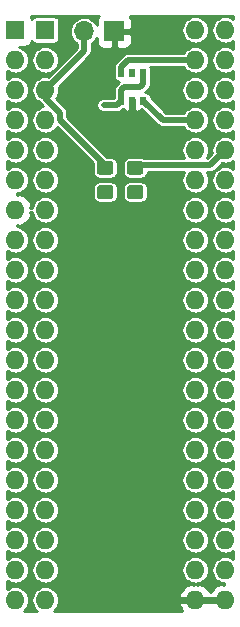
<source format=gbr>
G04 #@! TF.GenerationSoftware,KiCad,Pcbnew,(5.1.2)-1*
G04 #@! TF.CreationDate,2020-03-13T04:35:35-04:00*
G04 #@! TF.ProjectId,6502-65816,36353032-2d36-4353-9831-362e6b696361,rev?*
G04 #@! TF.SameCoordinates,Original*
G04 #@! TF.FileFunction,Copper,L2,Bot*
G04 #@! TF.FilePolarity,Positive*
%FSLAX46Y46*%
G04 Gerber Fmt 4.6, Leading zero omitted, Abs format (unit mm)*
G04 Created by KiCad (PCBNEW (5.1.2)-1) date 2020-03-13 04:35:35*
%MOMM*%
%LPD*%
G04 APERTURE LIST*
%ADD10C,0.100000*%
%ADD11C,1.150000*%
%ADD12R,0.510000X0.700000*%
%ADD13R,1.600000X1.600000*%
%ADD14O,1.600000X1.600000*%
%ADD15R,1.700000X1.700000*%
%ADD16O,1.700000X1.700000*%
%ADD17C,0.350000*%
%ADD18C,0.800000*%
%ADD19C,0.534000*%
%ADD20C,1.500000*%
%ADD21C,0.237000*%
G04 APERTURE END LIST*
D10*
G36*
X89374505Y-63951204D02*
G01*
X89398773Y-63954804D01*
X89422572Y-63960765D01*
X89445671Y-63969030D01*
X89467850Y-63979520D01*
X89488893Y-63992132D01*
X89508599Y-64006747D01*
X89526777Y-64023223D01*
X89543253Y-64041401D01*
X89557868Y-64061107D01*
X89570480Y-64082150D01*
X89580970Y-64104329D01*
X89589235Y-64127428D01*
X89595196Y-64151227D01*
X89598796Y-64175495D01*
X89600000Y-64199999D01*
X89600000Y-64850001D01*
X89598796Y-64874505D01*
X89595196Y-64898773D01*
X89589235Y-64922572D01*
X89580970Y-64945671D01*
X89570480Y-64967850D01*
X89557868Y-64988893D01*
X89543253Y-65008599D01*
X89526777Y-65026777D01*
X89508599Y-65043253D01*
X89488893Y-65057868D01*
X89467850Y-65070480D01*
X89445671Y-65080970D01*
X89422572Y-65089235D01*
X89398773Y-65095196D01*
X89374505Y-65098796D01*
X89350001Y-65100000D01*
X88449999Y-65100000D01*
X88425495Y-65098796D01*
X88401227Y-65095196D01*
X88377428Y-65089235D01*
X88354329Y-65080970D01*
X88332150Y-65070480D01*
X88311107Y-65057868D01*
X88291401Y-65043253D01*
X88273223Y-65026777D01*
X88256747Y-65008599D01*
X88242132Y-64988893D01*
X88229520Y-64967850D01*
X88219030Y-64945671D01*
X88210765Y-64922572D01*
X88204804Y-64898773D01*
X88201204Y-64874505D01*
X88200000Y-64850001D01*
X88200000Y-64199999D01*
X88201204Y-64175495D01*
X88204804Y-64151227D01*
X88210765Y-64127428D01*
X88219030Y-64104329D01*
X88229520Y-64082150D01*
X88242132Y-64061107D01*
X88256747Y-64041401D01*
X88273223Y-64023223D01*
X88291401Y-64006747D01*
X88311107Y-63992132D01*
X88332150Y-63979520D01*
X88354329Y-63969030D01*
X88377428Y-63960765D01*
X88401227Y-63954804D01*
X88425495Y-63951204D01*
X88449999Y-63950000D01*
X89350001Y-63950000D01*
X89374505Y-63951204D01*
X89374505Y-63951204D01*
G37*
D11*
X88900000Y-64525000D03*
D10*
G36*
X89374505Y-61901204D02*
G01*
X89398773Y-61904804D01*
X89422572Y-61910765D01*
X89445671Y-61919030D01*
X89467850Y-61929520D01*
X89488893Y-61942132D01*
X89508599Y-61956747D01*
X89526777Y-61973223D01*
X89543253Y-61991401D01*
X89557868Y-62011107D01*
X89570480Y-62032150D01*
X89580970Y-62054329D01*
X89589235Y-62077428D01*
X89595196Y-62101227D01*
X89598796Y-62125495D01*
X89600000Y-62149999D01*
X89600000Y-62800001D01*
X89598796Y-62824505D01*
X89595196Y-62848773D01*
X89589235Y-62872572D01*
X89580970Y-62895671D01*
X89570480Y-62917850D01*
X89557868Y-62938893D01*
X89543253Y-62958599D01*
X89526777Y-62976777D01*
X89508599Y-62993253D01*
X89488893Y-63007868D01*
X89467850Y-63020480D01*
X89445671Y-63030970D01*
X89422572Y-63039235D01*
X89398773Y-63045196D01*
X89374505Y-63048796D01*
X89350001Y-63050000D01*
X88449999Y-63050000D01*
X88425495Y-63048796D01*
X88401227Y-63045196D01*
X88377428Y-63039235D01*
X88354329Y-63030970D01*
X88332150Y-63020480D01*
X88311107Y-63007868D01*
X88291401Y-62993253D01*
X88273223Y-62976777D01*
X88256747Y-62958599D01*
X88242132Y-62938893D01*
X88229520Y-62917850D01*
X88219030Y-62895671D01*
X88210765Y-62872572D01*
X88204804Y-62848773D01*
X88201204Y-62824505D01*
X88200000Y-62800001D01*
X88200000Y-62149999D01*
X88201204Y-62125495D01*
X88204804Y-62101227D01*
X88210765Y-62077428D01*
X88219030Y-62054329D01*
X88229520Y-62032150D01*
X88242132Y-62011107D01*
X88256747Y-61991401D01*
X88273223Y-61973223D01*
X88291401Y-61956747D01*
X88311107Y-61942132D01*
X88332150Y-61929520D01*
X88354329Y-61919030D01*
X88377428Y-61910765D01*
X88401227Y-61904804D01*
X88425495Y-61901204D01*
X88449999Y-61900000D01*
X89350001Y-61900000D01*
X89374505Y-61901204D01*
X89374505Y-61901204D01*
G37*
D11*
X88900000Y-62475000D03*
D10*
G36*
X86834505Y-61901204D02*
G01*
X86858773Y-61904804D01*
X86882572Y-61910765D01*
X86905671Y-61919030D01*
X86927850Y-61929520D01*
X86948893Y-61942132D01*
X86968599Y-61956747D01*
X86986777Y-61973223D01*
X87003253Y-61991401D01*
X87017868Y-62011107D01*
X87030480Y-62032150D01*
X87040970Y-62054329D01*
X87049235Y-62077428D01*
X87055196Y-62101227D01*
X87058796Y-62125495D01*
X87060000Y-62149999D01*
X87060000Y-62800001D01*
X87058796Y-62824505D01*
X87055196Y-62848773D01*
X87049235Y-62872572D01*
X87040970Y-62895671D01*
X87030480Y-62917850D01*
X87017868Y-62938893D01*
X87003253Y-62958599D01*
X86986777Y-62976777D01*
X86968599Y-62993253D01*
X86948893Y-63007868D01*
X86927850Y-63020480D01*
X86905671Y-63030970D01*
X86882572Y-63039235D01*
X86858773Y-63045196D01*
X86834505Y-63048796D01*
X86810001Y-63050000D01*
X85909999Y-63050000D01*
X85885495Y-63048796D01*
X85861227Y-63045196D01*
X85837428Y-63039235D01*
X85814329Y-63030970D01*
X85792150Y-63020480D01*
X85771107Y-63007868D01*
X85751401Y-62993253D01*
X85733223Y-62976777D01*
X85716747Y-62958599D01*
X85702132Y-62938893D01*
X85689520Y-62917850D01*
X85679030Y-62895671D01*
X85670765Y-62872572D01*
X85664804Y-62848773D01*
X85661204Y-62824505D01*
X85660000Y-62800001D01*
X85660000Y-62149999D01*
X85661204Y-62125495D01*
X85664804Y-62101227D01*
X85670765Y-62077428D01*
X85679030Y-62054329D01*
X85689520Y-62032150D01*
X85702132Y-62011107D01*
X85716747Y-61991401D01*
X85733223Y-61973223D01*
X85751401Y-61956747D01*
X85771107Y-61942132D01*
X85792150Y-61929520D01*
X85814329Y-61919030D01*
X85837428Y-61910765D01*
X85861227Y-61904804D01*
X85885495Y-61901204D01*
X85909999Y-61900000D01*
X86810001Y-61900000D01*
X86834505Y-61901204D01*
X86834505Y-61901204D01*
G37*
D11*
X86360000Y-62475000D03*
D10*
G36*
X86834505Y-63951204D02*
G01*
X86858773Y-63954804D01*
X86882572Y-63960765D01*
X86905671Y-63969030D01*
X86927850Y-63979520D01*
X86948893Y-63992132D01*
X86968599Y-64006747D01*
X86986777Y-64023223D01*
X87003253Y-64041401D01*
X87017868Y-64061107D01*
X87030480Y-64082150D01*
X87040970Y-64104329D01*
X87049235Y-64127428D01*
X87055196Y-64151227D01*
X87058796Y-64175495D01*
X87060000Y-64199999D01*
X87060000Y-64850001D01*
X87058796Y-64874505D01*
X87055196Y-64898773D01*
X87049235Y-64922572D01*
X87040970Y-64945671D01*
X87030480Y-64967850D01*
X87017868Y-64988893D01*
X87003253Y-65008599D01*
X86986777Y-65026777D01*
X86968599Y-65043253D01*
X86948893Y-65057868D01*
X86927850Y-65070480D01*
X86905671Y-65080970D01*
X86882572Y-65089235D01*
X86858773Y-65095196D01*
X86834505Y-65098796D01*
X86810001Y-65100000D01*
X85909999Y-65100000D01*
X85885495Y-65098796D01*
X85861227Y-65095196D01*
X85837428Y-65089235D01*
X85814329Y-65080970D01*
X85792150Y-65070480D01*
X85771107Y-65057868D01*
X85751401Y-65043253D01*
X85733223Y-65026777D01*
X85716747Y-65008599D01*
X85702132Y-64988893D01*
X85689520Y-64967850D01*
X85679030Y-64945671D01*
X85670765Y-64922572D01*
X85664804Y-64898773D01*
X85661204Y-64874505D01*
X85660000Y-64850001D01*
X85660000Y-64199999D01*
X85661204Y-64175495D01*
X85664804Y-64151227D01*
X85670765Y-64127428D01*
X85679030Y-64104329D01*
X85689520Y-64082150D01*
X85702132Y-64061107D01*
X85716747Y-64041401D01*
X85733223Y-64023223D01*
X85751401Y-64006747D01*
X85771107Y-63992132D01*
X85792150Y-63979520D01*
X85814329Y-63969030D01*
X85837428Y-63960765D01*
X85861227Y-63954804D01*
X85885495Y-63951204D01*
X85909999Y-63950000D01*
X86810001Y-63950000D01*
X86834505Y-63951204D01*
X86834505Y-63951204D01*
G37*
D11*
X86360000Y-64525000D03*
D12*
X89596000Y-56786000D03*
X88646000Y-56786000D03*
X87696000Y-56786000D03*
X87696000Y-54466000D03*
X88646000Y-54466000D03*
X89596000Y-54466000D03*
D13*
X78740000Y-50800000D03*
D14*
X93980000Y-99060000D03*
X78740000Y-53340000D03*
X93980000Y-96520000D03*
X78740000Y-55880000D03*
X93980000Y-93980000D03*
X78740000Y-58420000D03*
X93980000Y-91440000D03*
X78740000Y-60960000D03*
X93980000Y-88900000D03*
X78740000Y-63500000D03*
X93980000Y-86360000D03*
X78740000Y-66040000D03*
X93980000Y-83820000D03*
X78740000Y-68580000D03*
X93980000Y-81280000D03*
X78740000Y-71120000D03*
X93980000Y-78740000D03*
X78740000Y-73660000D03*
X93980000Y-76200000D03*
X78740000Y-76200000D03*
X93980000Y-73660000D03*
X78740000Y-78740000D03*
X93980000Y-71120000D03*
X78740000Y-81280000D03*
X93980000Y-68580000D03*
X78740000Y-83820000D03*
X93980000Y-66040000D03*
X78740000Y-86360000D03*
X93980000Y-63500000D03*
X78740000Y-88900000D03*
X93980000Y-60960000D03*
X78740000Y-91440000D03*
X93980000Y-58420000D03*
X78740000Y-93980000D03*
X93980000Y-55880000D03*
X78740000Y-96520000D03*
X93980000Y-53340000D03*
X78740000Y-99060000D03*
X93980000Y-50800000D03*
D13*
X81280000Y-50800000D03*
D14*
X96520000Y-99060000D03*
X81280000Y-53340000D03*
X96520000Y-96520000D03*
X81280000Y-55880000D03*
X96520000Y-93980000D03*
X81280000Y-58420000D03*
X96520000Y-91440000D03*
X81280000Y-60960000D03*
X96520000Y-88900000D03*
X81280000Y-63500000D03*
X96520000Y-86360000D03*
X81280000Y-66040000D03*
X96520000Y-83820000D03*
X81280000Y-68580000D03*
X96520000Y-81280000D03*
X81280000Y-71120000D03*
X96520000Y-78740000D03*
X81280000Y-73660000D03*
X96520000Y-76200000D03*
X81280000Y-76200000D03*
X96520000Y-73660000D03*
X81280000Y-78740000D03*
X96520000Y-71120000D03*
X81280000Y-81280000D03*
X96520000Y-68580000D03*
X81280000Y-83820000D03*
X96520000Y-66040000D03*
X81280000Y-86360000D03*
X96520000Y-63500000D03*
X81280000Y-88900000D03*
X96520000Y-60960000D03*
X81280000Y-91440000D03*
X96520000Y-58420000D03*
X81280000Y-93980000D03*
X96520000Y-55880000D03*
X81280000Y-96520000D03*
X96520000Y-53340000D03*
X81280000Y-99060000D03*
X96520000Y-50800000D03*
D15*
X87122000Y-50927000D03*
D16*
X84582000Y-50927000D03*
D17*
X86360000Y-64525000D03*
X88904500Y-64520500D03*
X88582500Y-54292500D03*
X88900000Y-62230000D03*
X86360000Y-62230000D03*
D18*
X83693000Y-56007000D03*
X83058000Y-64770000D03*
X83820000Y-70485000D03*
X84328000Y-58547000D03*
D17*
X86233000Y-57150000D03*
D19*
X95247001Y-62232999D02*
X88900000Y-62230000D01*
X96520000Y-60960000D02*
X95247001Y-62232999D01*
X88900000Y-62230000D02*
X88902999Y-62232999D01*
X81280000Y-56544838D02*
X82547001Y-57811839D01*
X81280000Y-55880000D02*
X81280000Y-56544838D01*
X82547001Y-58417001D02*
X86360000Y-62230000D01*
X82547001Y-57811839D02*
X82547001Y-58417001D01*
X81280000Y-55880000D02*
X84582000Y-52578000D01*
X84582000Y-52578000D02*
X84582000Y-50800000D01*
X91230000Y-58420000D02*
X89596000Y-56786000D01*
X93980000Y-58420000D02*
X91230000Y-58420000D01*
X83693000Y-56007000D02*
X83693000Y-57912000D01*
X83693000Y-57912000D02*
X84328000Y-58547000D01*
D20*
X83820000Y-65532000D02*
X83058000Y-64770000D01*
X83820000Y-70485000D02*
X83820000Y-65532000D01*
D19*
X88646000Y-57670000D02*
X88646000Y-56786000D01*
X87769000Y-58547000D02*
X88646000Y-57670000D01*
X84328000Y-58547000D02*
X87769000Y-58547000D01*
X87696000Y-55902000D02*
X87972000Y-55626000D01*
X87696000Y-56786000D02*
X87696000Y-55902000D01*
X89596000Y-55350000D02*
X89596000Y-54466000D01*
X89320000Y-55626000D02*
X89596000Y-55350000D01*
X87972000Y-55626000D02*
X89320000Y-55626000D01*
X87332000Y-57150000D02*
X87696000Y-56786000D01*
X86233000Y-57150000D02*
X87332000Y-57150000D01*
X92848630Y-53340000D02*
X93980000Y-53340000D01*
X88326398Y-53340000D02*
X92848630Y-53340000D01*
X87696000Y-53970398D02*
X88326398Y-53340000D01*
X87696000Y-54466000D02*
X87696000Y-53970398D01*
D21*
G36*
X85748564Y-49727251D02*
G01*
X85690389Y-49836089D01*
X85654565Y-49954185D01*
X85642469Y-50077000D01*
X85643988Y-50356547D01*
X85589186Y-50254020D01*
X85438541Y-50070459D01*
X85254980Y-49919814D01*
X85045557Y-49807875D01*
X84818319Y-49738943D01*
X84641214Y-49721500D01*
X84522786Y-49721500D01*
X84345681Y-49738943D01*
X84118443Y-49807875D01*
X83909020Y-49919814D01*
X83725459Y-50070459D01*
X83574814Y-50254020D01*
X83462875Y-50463443D01*
X83393943Y-50690681D01*
X83370668Y-50927000D01*
X83393943Y-51163319D01*
X83462875Y-51390557D01*
X83574814Y-51599980D01*
X83725459Y-51783541D01*
X83909020Y-51934186D01*
X83959500Y-51961168D01*
X83959500Y-52320152D01*
X81531005Y-54748648D01*
X81506517Y-54741220D01*
X81336756Y-54724500D01*
X81223244Y-54724500D01*
X81053483Y-54741220D01*
X80835670Y-54807293D01*
X80634933Y-54914589D01*
X80458985Y-55058985D01*
X80314589Y-55234933D01*
X80207293Y-55435670D01*
X80141220Y-55653483D01*
X80118910Y-55880000D01*
X80141220Y-56106517D01*
X80207293Y-56324330D01*
X80314589Y-56525067D01*
X80458985Y-56701015D01*
X80634933Y-56845411D01*
X80788938Y-56927728D01*
X80837697Y-56987142D01*
X80861452Y-57006637D01*
X81128633Y-57273818D01*
X81053483Y-57281220D01*
X80835670Y-57347293D01*
X80634933Y-57454589D01*
X80458985Y-57598985D01*
X80314589Y-57774933D01*
X80207293Y-57975670D01*
X80141220Y-58193483D01*
X80118910Y-58420000D01*
X80141220Y-58646517D01*
X80207293Y-58864330D01*
X80314589Y-59065067D01*
X80458985Y-59241015D01*
X80634933Y-59385411D01*
X80835670Y-59492707D01*
X81053483Y-59558780D01*
X81223244Y-59575500D01*
X81336756Y-59575500D01*
X81506517Y-59558780D01*
X81724330Y-59492707D01*
X81925067Y-59385411D01*
X82101015Y-59241015D01*
X82245411Y-59065067D01*
X82269553Y-59019900D01*
X85311466Y-62061814D01*
X85302780Y-62149999D01*
X85302780Y-62800001D01*
X85314448Y-62918464D01*
X85349002Y-63032374D01*
X85405115Y-63137354D01*
X85480630Y-63229370D01*
X85572646Y-63304885D01*
X85677626Y-63360998D01*
X85791536Y-63395552D01*
X85909999Y-63407220D01*
X86810001Y-63407220D01*
X86928464Y-63395552D01*
X87042374Y-63360998D01*
X87147354Y-63304885D01*
X87239370Y-63229370D01*
X87314885Y-63137354D01*
X87370998Y-63032374D01*
X87405552Y-62918464D01*
X87417220Y-62800001D01*
X87417220Y-62149999D01*
X87405552Y-62031536D01*
X87370998Y-61917626D01*
X87314885Y-61812646D01*
X87239370Y-61720630D01*
X87147354Y-61645115D01*
X87042374Y-61589002D01*
X86928464Y-61554448D01*
X86810001Y-61542780D01*
X86553128Y-61542780D01*
X83169501Y-58159154D01*
X83169501Y-57842418D01*
X83172513Y-57811839D01*
X83167751Y-57763492D01*
X83160494Y-57689808D01*
X83124899Y-57572466D01*
X83070647Y-57470968D01*
X83067095Y-57464322D01*
X83008799Y-57393289D01*
X82989305Y-57369535D01*
X82965550Y-57350040D01*
X82765510Y-57150000D01*
X85607488Y-57150000D01*
X85619507Y-57272031D01*
X85655102Y-57389373D01*
X85712906Y-57497516D01*
X85790696Y-57592304D01*
X85885484Y-57670094D01*
X85993627Y-57727898D01*
X86110969Y-57763493D01*
X86202419Y-57772500D01*
X87301421Y-57772500D01*
X87332000Y-57775512D01*
X87362579Y-57772500D01*
X87362581Y-57772500D01*
X87454031Y-57763493D01*
X87571373Y-57727898D01*
X87679516Y-57670094D01*
X87774304Y-57592304D01*
X87793804Y-57568543D01*
X87869127Y-57493220D01*
X87875227Y-57493220D01*
X87933575Y-57568518D01*
X88026744Y-57649446D01*
X88133912Y-57710643D01*
X88250959Y-57749757D01*
X88353875Y-57762500D01*
X88510500Y-57605875D01*
X88510500Y-56921500D01*
X88490500Y-56921500D01*
X88490500Y-56650500D01*
X88510500Y-56650500D01*
X88510500Y-56630500D01*
X88781500Y-56630500D01*
X88781500Y-56650500D01*
X88801500Y-56650500D01*
X88801500Y-56921500D01*
X88781500Y-56921500D01*
X88781500Y-57605875D01*
X88938125Y-57762500D01*
X89041041Y-57749757D01*
X89158088Y-57710643D01*
X89265256Y-57649446D01*
X89358425Y-57568518D01*
X89416773Y-57493220D01*
X89422873Y-57493220D01*
X90768200Y-58838548D01*
X90787696Y-58862304D01*
X90811450Y-58881798D01*
X90882483Y-58940094D01*
X90940287Y-58970991D01*
X90990627Y-58997898D01*
X91107969Y-59033493D01*
X91199419Y-59042500D01*
X91199421Y-59042500D01*
X91230000Y-59045512D01*
X91260579Y-59042500D01*
X93002527Y-59042500D01*
X93014589Y-59065067D01*
X93158985Y-59241015D01*
X93334933Y-59385411D01*
X93535670Y-59492707D01*
X93753483Y-59558780D01*
X93923244Y-59575500D01*
X94036756Y-59575500D01*
X94206517Y-59558780D01*
X94424330Y-59492707D01*
X94625067Y-59385411D01*
X94801015Y-59241015D01*
X94945411Y-59065067D01*
X95052707Y-58864330D01*
X95118780Y-58646517D01*
X95141090Y-58420000D01*
X95118780Y-58193483D01*
X95052707Y-57975670D01*
X94945411Y-57774933D01*
X94801015Y-57598985D01*
X94625067Y-57454589D01*
X94424330Y-57347293D01*
X94206517Y-57281220D01*
X94036756Y-57264500D01*
X93923244Y-57264500D01*
X93753483Y-57281220D01*
X93535670Y-57347293D01*
X93334933Y-57454589D01*
X93158985Y-57598985D01*
X93014589Y-57774933D01*
X93002527Y-57797500D01*
X91487848Y-57797500D01*
X90208220Y-56517873D01*
X90208220Y-56436000D01*
X90201356Y-56366310D01*
X90181028Y-56299298D01*
X90148018Y-56237539D01*
X90103593Y-56183407D01*
X90049461Y-56138982D01*
X89987702Y-56105972D01*
X89920690Y-56085644D01*
X89851000Y-56078780D01*
X89749539Y-56078780D01*
X89762304Y-56068304D01*
X89781804Y-56044543D01*
X89946347Y-55880000D01*
X92818910Y-55880000D01*
X92841220Y-56106517D01*
X92907293Y-56324330D01*
X93014589Y-56525067D01*
X93158985Y-56701015D01*
X93334933Y-56845411D01*
X93535670Y-56952707D01*
X93753483Y-57018780D01*
X93923244Y-57035500D01*
X94036756Y-57035500D01*
X94206517Y-57018780D01*
X94424330Y-56952707D01*
X94625067Y-56845411D01*
X94801015Y-56701015D01*
X94945411Y-56525067D01*
X95052707Y-56324330D01*
X95118780Y-56106517D01*
X95141090Y-55880000D01*
X95118780Y-55653483D01*
X95052707Y-55435670D01*
X94945411Y-55234933D01*
X94801015Y-55058985D01*
X94625067Y-54914589D01*
X94424330Y-54807293D01*
X94206517Y-54741220D01*
X94036756Y-54724500D01*
X93923244Y-54724500D01*
X93753483Y-54741220D01*
X93535670Y-54807293D01*
X93334933Y-54914589D01*
X93158985Y-55058985D01*
X93014589Y-55234933D01*
X92907293Y-55435670D01*
X92841220Y-55653483D01*
X92818910Y-55880000D01*
X89946347Y-55880000D01*
X90014544Y-55811803D01*
X90038304Y-55792304D01*
X90116094Y-55697516D01*
X90173898Y-55589373D01*
X90209493Y-55472031D01*
X90218500Y-55380581D01*
X90218500Y-55380579D01*
X90221512Y-55350000D01*
X90218500Y-55319421D01*
X90218500Y-54435419D01*
X90209493Y-54343969D01*
X90208220Y-54339772D01*
X90208220Y-54116000D01*
X90201356Y-54046310D01*
X90181028Y-53979298D01*
X90172050Y-53962500D01*
X93002527Y-53962500D01*
X93014589Y-53985067D01*
X93158985Y-54161015D01*
X93334933Y-54305411D01*
X93535670Y-54412707D01*
X93753483Y-54478780D01*
X93923244Y-54495500D01*
X94036756Y-54495500D01*
X94206517Y-54478780D01*
X94424330Y-54412707D01*
X94625067Y-54305411D01*
X94801015Y-54161015D01*
X94945411Y-53985067D01*
X95052707Y-53784330D01*
X95118780Y-53566517D01*
X95141090Y-53340000D01*
X95118780Y-53113483D01*
X95052707Y-52895670D01*
X94945411Y-52694933D01*
X94801015Y-52518985D01*
X94625067Y-52374589D01*
X94424330Y-52267293D01*
X94206517Y-52201220D01*
X94036756Y-52184500D01*
X93923244Y-52184500D01*
X93753483Y-52201220D01*
X93535670Y-52267293D01*
X93334933Y-52374589D01*
X93158985Y-52518985D01*
X93014589Y-52694933D01*
X93002527Y-52717500D01*
X88356976Y-52717500D01*
X88326397Y-52714488D01*
X88295818Y-52717500D01*
X88295817Y-52717500D01*
X88204367Y-52726507D01*
X88087025Y-52762102D01*
X87978882Y-52819906D01*
X87884094Y-52897696D01*
X87864598Y-52921452D01*
X87277452Y-53508599D01*
X87253697Y-53528094D01*
X87234202Y-53551849D01*
X87175906Y-53622882D01*
X87147005Y-53676953D01*
X87118102Y-53731025D01*
X87082507Y-53848367D01*
X87075659Y-53917898D01*
X87070488Y-53970398D01*
X87073500Y-54000977D01*
X87073500Y-54496580D01*
X87082507Y-54588030D01*
X87083780Y-54592227D01*
X87083780Y-54816000D01*
X87090644Y-54885690D01*
X87110972Y-54952702D01*
X87143982Y-55014461D01*
X87188407Y-55068593D01*
X87242539Y-55113018D01*
X87304298Y-55146028D01*
X87371310Y-55166356D01*
X87441000Y-55173220D01*
X87542461Y-55173220D01*
X87529696Y-55183696D01*
X87510196Y-55207457D01*
X87277453Y-55440200D01*
X87253697Y-55459696D01*
X87234202Y-55483451D01*
X87175906Y-55554484D01*
X87129862Y-55640627D01*
X87118103Y-55662627D01*
X87082508Y-55779969D01*
X87074096Y-55865374D01*
X87070488Y-55902000D01*
X87073500Y-55932579D01*
X87073500Y-56527500D01*
X86202419Y-56527500D01*
X86110969Y-56536507D01*
X85993627Y-56572102D01*
X85885484Y-56629906D01*
X85790696Y-56707696D01*
X85712906Y-56802484D01*
X85655102Y-56910627D01*
X85619507Y-57027969D01*
X85607488Y-57150000D01*
X82765510Y-57150000D01*
X82198156Y-56582647D01*
X82245411Y-56525067D01*
X82352707Y-56324330D01*
X82418780Y-56106517D01*
X82441090Y-55880000D01*
X82418780Y-55653483D01*
X82411352Y-55628995D01*
X85000550Y-53039798D01*
X85024304Y-53020304D01*
X85102094Y-52925516D01*
X85159898Y-52817373D01*
X85195493Y-52700031D01*
X85204500Y-52608581D01*
X85204500Y-52608580D01*
X85207512Y-52578001D01*
X85204500Y-52547422D01*
X85204500Y-51961168D01*
X85254980Y-51934186D01*
X85438541Y-51783541D01*
X85589186Y-51599980D01*
X85643988Y-51497453D01*
X85642469Y-51777000D01*
X85654565Y-51899815D01*
X85690389Y-52017911D01*
X85748564Y-52126749D01*
X85826854Y-52222146D01*
X85922251Y-52300436D01*
X86031089Y-52358611D01*
X86149185Y-52394435D01*
X86272000Y-52406531D01*
X86829875Y-52403500D01*
X86986500Y-52246875D01*
X86986500Y-51062500D01*
X87257500Y-51062500D01*
X87257500Y-52246875D01*
X87414125Y-52403500D01*
X87972000Y-52406531D01*
X88094815Y-52394435D01*
X88212911Y-52358611D01*
X88321749Y-52300436D01*
X88417146Y-52222146D01*
X88495436Y-52126749D01*
X88553611Y-52017911D01*
X88589435Y-51899815D01*
X88601531Y-51777000D01*
X88598500Y-51219125D01*
X88441875Y-51062500D01*
X87257500Y-51062500D01*
X86986500Y-51062500D01*
X86966500Y-51062500D01*
X86966500Y-50800000D01*
X92818910Y-50800000D01*
X92841220Y-51026517D01*
X92907293Y-51244330D01*
X93014589Y-51445067D01*
X93158985Y-51621015D01*
X93334933Y-51765411D01*
X93535670Y-51872707D01*
X93753483Y-51938780D01*
X93923244Y-51955500D01*
X94036756Y-51955500D01*
X94206517Y-51938780D01*
X94424330Y-51872707D01*
X94625067Y-51765411D01*
X94801015Y-51621015D01*
X94945411Y-51445067D01*
X95052707Y-51244330D01*
X95118780Y-51026517D01*
X95141090Y-50800000D01*
X95118780Y-50573483D01*
X95052707Y-50355670D01*
X94945411Y-50154933D01*
X94801015Y-49978985D01*
X94625067Y-49834589D01*
X94424330Y-49727293D01*
X94206517Y-49661220D01*
X94036756Y-49644500D01*
X93923244Y-49644500D01*
X93753483Y-49661220D01*
X93535670Y-49727293D01*
X93334933Y-49834589D01*
X93158985Y-49978985D01*
X93014589Y-50154933D01*
X92907293Y-50355670D01*
X92841220Y-50573483D01*
X92818910Y-50800000D01*
X86966500Y-50800000D01*
X86966500Y-50791500D01*
X86986500Y-50791500D01*
X86986500Y-50771500D01*
X87257500Y-50771500D01*
X87257500Y-50791500D01*
X88441875Y-50791500D01*
X88598500Y-50634875D01*
X88601531Y-50077000D01*
X88589435Y-49954185D01*
X88553611Y-49836089D01*
X88495436Y-49727251D01*
X88420959Y-49636500D01*
X97175500Y-49636500D01*
X97175500Y-49843151D01*
X97165067Y-49834589D01*
X96964330Y-49727293D01*
X96746517Y-49661220D01*
X96576756Y-49644500D01*
X96463244Y-49644500D01*
X96293483Y-49661220D01*
X96075670Y-49727293D01*
X95874933Y-49834589D01*
X95698985Y-49978985D01*
X95554589Y-50154933D01*
X95447293Y-50355670D01*
X95381220Y-50573483D01*
X95358910Y-50800000D01*
X95381220Y-51026517D01*
X95447293Y-51244330D01*
X95554589Y-51445067D01*
X95698985Y-51621015D01*
X95874933Y-51765411D01*
X96075670Y-51872707D01*
X96293483Y-51938780D01*
X96463244Y-51955500D01*
X96576756Y-51955500D01*
X96746517Y-51938780D01*
X96964330Y-51872707D01*
X97165067Y-51765411D01*
X97175500Y-51756849D01*
X97175500Y-52383151D01*
X97165067Y-52374589D01*
X96964330Y-52267293D01*
X96746517Y-52201220D01*
X96576756Y-52184500D01*
X96463244Y-52184500D01*
X96293483Y-52201220D01*
X96075670Y-52267293D01*
X95874933Y-52374589D01*
X95698985Y-52518985D01*
X95554589Y-52694933D01*
X95447293Y-52895670D01*
X95381220Y-53113483D01*
X95358910Y-53340000D01*
X95381220Y-53566517D01*
X95447293Y-53784330D01*
X95554589Y-53985067D01*
X95698985Y-54161015D01*
X95874933Y-54305411D01*
X96075670Y-54412707D01*
X96293483Y-54478780D01*
X96463244Y-54495500D01*
X96576756Y-54495500D01*
X96746517Y-54478780D01*
X96964330Y-54412707D01*
X97165067Y-54305411D01*
X97175500Y-54296849D01*
X97175500Y-54923151D01*
X97165067Y-54914589D01*
X96964330Y-54807293D01*
X96746517Y-54741220D01*
X96576756Y-54724500D01*
X96463244Y-54724500D01*
X96293483Y-54741220D01*
X96075670Y-54807293D01*
X95874933Y-54914589D01*
X95698985Y-55058985D01*
X95554589Y-55234933D01*
X95447293Y-55435670D01*
X95381220Y-55653483D01*
X95358910Y-55880000D01*
X95381220Y-56106517D01*
X95447293Y-56324330D01*
X95554589Y-56525067D01*
X95698985Y-56701015D01*
X95874933Y-56845411D01*
X96075670Y-56952707D01*
X96293483Y-57018780D01*
X96463244Y-57035500D01*
X96576756Y-57035500D01*
X96746517Y-57018780D01*
X96964330Y-56952707D01*
X97165067Y-56845411D01*
X97175500Y-56836849D01*
X97175500Y-57463151D01*
X97165067Y-57454589D01*
X96964330Y-57347293D01*
X96746517Y-57281220D01*
X96576756Y-57264500D01*
X96463244Y-57264500D01*
X96293483Y-57281220D01*
X96075670Y-57347293D01*
X95874933Y-57454589D01*
X95698985Y-57598985D01*
X95554589Y-57774933D01*
X95447293Y-57975670D01*
X95381220Y-58193483D01*
X95358910Y-58420000D01*
X95381220Y-58646517D01*
X95447293Y-58864330D01*
X95554589Y-59065067D01*
X95698985Y-59241015D01*
X95874933Y-59385411D01*
X96075670Y-59492707D01*
X96293483Y-59558780D01*
X96463244Y-59575500D01*
X96576756Y-59575500D01*
X96746517Y-59558780D01*
X96964330Y-59492707D01*
X97165067Y-59385411D01*
X97175500Y-59376849D01*
X97175500Y-60003151D01*
X97165067Y-59994589D01*
X96964330Y-59887293D01*
X96746517Y-59821220D01*
X96576756Y-59804500D01*
X96463244Y-59804500D01*
X96293483Y-59821220D01*
X96075670Y-59887293D01*
X95874933Y-59994589D01*
X95698985Y-60138985D01*
X95554589Y-60314933D01*
X95447293Y-60515670D01*
X95381220Y-60733483D01*
X95358910Y-60960000D01*
X95381220Y-61186517D01*
X95388648Y-61211004D01*
X94989275Y-61610378D01*
X94941071Y-61610355D01*
X94945411Y-61605067D01*
X95052707Y-61404330D01*
X95118780Y-61186517D01*
X95141090Y-60960000D01*
X95118780Y-60733483D01*
X95052707Y-60515670D01*
X94945411Y-60314933D01*
X94801015Y-60138985D01*
X94625067Y-59994589D01*
X94424330Y-59887293D01*
X94206517Y-59821220D01*
X94036756Y-59804500D01*
X93923244Y-59804500D01*
X93753483Y-59821220D01*
X93535670Y-59887293D01*
X93334933Y-59994589D01*
X93158985Y-60138985D01*
X93014589Y-60314933D01*
X92907293Y-60515670D01*
X92841220Y-60733483D01*
X92818910Y-60960000D01*
X92841220Y-61186517D01*
X92907293Y-61404330D01*
X93014589Y-61605067D01*
X93018183Y-61609446D01*
X89617616Y-61607839D01*
X89582374Y-61589002D01*
X89468464Y-61554448D01*
X89350001Y-61542780D01*
X88449999Y-61542780D01*
X88331536Y-61554448D01*
X88217626Y-61589002D01*
X88112646Y-61645115D01*
X88020630Y-61720630D01*
X87945115Y-61812646D01*
X87889002Y-61917626D01*
X87854448Y-62031536D01*
X87842780Y-62149999D01*
X87842780Y-62800001D01*
X87854448Y-62918464D01*
X87889002Y-63032374D01*
X87945115Y-63137354D01*
X88020630Y-63229370D01*
X88112646Y-63304885D01*
X88217626Y-63360998D01*
X88331536Y-63395552D01*
X88449999Y-63407220D01*
X89350001Y-63407220D01*
X89468464Y-63395552D01*
X89582374Y-63360998D01*
X89687354Y-63304885D01*
X89779370Y-63229370D01*
X89854885Y-63137354D01*
X89910998Y-63032374D01*
X89945552Y-62918464D01*
X89952000Y-62852997D01*
X93014990Y-62854444D01*
X93014589Y-62854933D01*
X92907293Y-63055670D01*
X92841220Y-63273483D01*
X92818910Y-63500000D01*
X92841220Y-63726517D01*
X92907293Y-63944330D01*
X93014589Y-64145067D01*
X93158985Y-64321015D01*
X93334933Y-64465411D01*
X93535670Y-64572707D01*
X93753483Y-64638780D01*
X93923244Y-64655500D01*
X94036756Y-64655500D01*
X94206517Y-64638780D01*
X94424330Y-64572707D01*
X94625067Y-64465411D01*
X94801015Y-64321015D01*
X94945411Y-64145067D01*
X95052707Y-63944330D01*
X95118780Y-63726517D01*
X95141090Y-63500000D01*
X95118780Y-63273483D01*
X95052707Y-63055670D01*
X94945637Y-62855356D01*
X95216272Y-62855484D01*
X95247001Y-62858511D01*
X95307809Y-62852521D01*
X95368742Y-62846549D01*
X95368886Y-62846505D01*
X95369032Y-62846491D01*
X95426254Y-62829133D01*
X95486101Y-62811010D01*
X95486236Y-62810938D01*
X95486374Y-62810896D01*
X95539689Y-62782399D01*
X95594271Y-62753257D01*
X95594385Y-62753164D01*
X95594517Y-62753093D01*
X95641650Y-62714411D01*
X95689096Y-62675511D01*
X95708697Y-62651650D01*
X96268996Y-62091352D01*
X96293483Y-62098780D01*
X96463244Y-62115500D01*
X96576756Y-62115500D01*
X96746517Y-62098780D01*
X96964330Y-62032707D01*
X97165067Y-61925411D01*
X97175500Y-61916849D01*
X97175500Y-62543151D01*
X97165067Y-62534589D01*
X96964330Y-62427293D01*
X96746517Y-62361220D01*
X96576756Y-62344500D01*
X96463244Y-62344500D01*
X96293483Y-62361220D01*
X96075670Y-62427293D01*
X95874933Y-62534589D01*
X95698985Y-62678985D01*
X95554589Y-62854933D01*
X95447293Y-63055670D01*
X95381220Y-63273483D01*
X95358910Y-63500000D01*
X95381220Y-63726517D01*
X95447293Y-63944330D01*
X95554589Y-64145067D01*
X95698985Y-64321015D01*
X95874933Y-64465411D01*
X96075670Y-64572707D01*
X96293483Y-64638780D01*
X96463244Y-64655500D01*
X96576756Y-64655500D01*
X96746517Y-64638780D01*
X96964330Y-64572707D01*
X97165067Y-64465411D01*
X97175500Y-64456849D01*
X97175500Y-65083151D01*
X97165067Y-65074589D01*
X96964330Y-64967293D01*
X96746517Y-64901220D01*
X96576756Y-64884500D01*
X96463244Y-64884500D01*
X96293483Y-64901220D01*
X96075670Y-64967293D01*
X95874933Y-65074589D01*
X95698985Y-65218985D01*
X95554589Y-65394933D01*
X95447293Y-65595670D01*
X95381220Y-65813483D01*
X95358910Y-66040000D01*
X95381220Y-66266517D01*
X95447293Y-66484330D01*
X95554589Y-66685067D01*
X95698985Y-66861015D01*
X95874933Y-67005411D01*
X96075670Y-67112707D01*
X96293483Y-67178780D01*
X96463244Y-67195500D01*
X96576756Y-67195500D01*
X96746517Y-67178780D01*
X96964330Y-67112707D01*
X97165067Y-67005411D01*
X97175500Y-66996849D01*
X97175500Y-67623151D01*
X97165067Y-67614589D01*
X96964330Y-67507293D01*
X96746517Y-67441220D01*
X96576756Y-67424500D01*
X96463244Y-67424500D01*
X96293483Y-67441220D01*
X96075670Y-67507293D01*
X95874933Y-67614589D01*
X95698985Y-67758985D01*
X95554589Y-67934933D01*
X95447293Y-68135670D01*
X95381220Y-68353483D01*
X95358910Y-68580000D01*
X95381220Y-68806517D01*
X95447293Y-69024330D01*
X95554589Y-69225067D01*
X95698985Y-69401015D01*
X95874933Y-69545411D01*
X96075670Y-69652707D01*
X96293483Y-69718780D01*
X96463244Y-69735500D01*
X96576756Y-69735500D01*
X96746517Y-69718780D01*
X96964330Y-69652707D01*
X97165067Y-69545411D01*
X97175500Y-69536849D01*
X97175500Y-70163151D01*
X97165067Y-70154589D01*
X96964330Y-70047293D01*
X96746517Y-69981220D01*
X96576756Y-69964500D01*
X96463244Y-69964500D01*
X96293483Y-69981220D01*
X96075670Y-70047293D01*
X95874933Y-70154589D01*
X95698985Y-70298985D01*
X95554589Y-70474933D01*
X95447293Y-70675670D01*
X95381220Y-70893483D01*
X95358910Y-71120000D01*
X95381220Y-71346517D01*
X95447293Y-71564330D01*
X95554589Y-71765067D01*
X95698985Y-71941015D01*
X95874933Y-72085411D01*
X96075670Y-72192707D01*
X96293483Y-72258780D01*
X96463244Y-72275500D01*
X96576756Y-72275500D01*
X96746517Y-72258780D01*
X96964330Y-72192707D01*
X97165067Y-72085411D01*
X97175500Y-72076849D01*
X97175500Y-72703151D01*
X97165067Y-72694589D01*
X96964330Y-72587293D01*
X96746517Y-72521220D01*
X96576756Y-72504500D01*
X96463244Y-72504500D01*
X96293483Y-72521220D01*
X96075670Y-72587293D01*
X95874933Y-72694589D01*
X95698985Y-72838985D01*
X95554589Y-73014933D01*
X95447293Y-73215670D01*
X95381220Y-73433483D01*
X95358910Y-73660000D01*
X95381220Y-73886517D01*
X95447293Y-74104330D01*
X95554589Y-74305067D01*
X95698985Y-74481015D01*
X95874933Y-74625411D01*
X96075670Y-74732707D01*
X96293483Y-74798780D01*
X96463244Y-74815500D01*
X96576756Y-74815500D01*
X96746517Y-74798780D01*
X96964330Y-74732707D01*
X97165067Y-74625411D01*
X97175500Y-74616848D01*
X97175501Y-75243152D01*
X97165067Y-75234589D01*
X96964330Y-75127293D01*
X96746517Y-75061220D01*
X96576756Y-75044500D01*
X96463244Y-75044500D01*
X96293483Y-75061220D01*
X96075670Y-75127293D01*
X95874933Y-75234589D01*
X95698985Y-75378985D01*
X95554589Y-75554933D01*
X95447293Y-75755670D01*
X95381220Y-75973483D01*
X95358910Y-76200000D01*
X95381220Y-76426517D01*
X95447293Y-76644330D01*
X95554589Y-76845067D01*
X95698985Y-77021015D01*
X95874933Y-77165411D01*
X96075670Y-77272707D01*
X96293483Y-77338780D01*
X96463244Y-77355500D01*
X96576756Y-77355500D01*
X96746517Y-77338780D01*
X96964330Y-77272707D01*
X97165067Y-77165411D01*
X97175501Y-77156848D01*
X97175501Y-77783152D01*
X97165067Y-77774589D01*
X96964330Y-77667293D01*
X96746517Y-77601220D01*
X96576756Y-77584500D01*
X96463244Y-77584500D01*
X96293483Y-77601220D01*
X96075670Y-77667293D01*
X95874933Y-77774589D01*
X95698985Y-77918985D01*
X95554589Y-78094933D01*
X95447293Y-78295670D01*
X95381220Y-78513483D01*
X95358910Y-78740000D01*
X95381220Y-78966517D01*
X95447293Y-79184330D01*
X95554589Y-79385067D01*
X95698985Y-79561015D01*
X95874933Y-79705411D01*
X96075670Y-79812707D01*
X96293483Y-79878780D01*
X96463244Y-79895500D01*
X96576756Y-79895500D01*
X96746517Y-79878780D01*
X96964330Y-79812707D01*
X97165067Y-79705411D01*
X97175501Y-79696848D01*
X97175501Y-80323152D01*
X97165067Y-80314589D01*
X96964330Y-80207293D01*
X96746517Y-80141220D01*
X96576756Y-80124500D01*
X96463244Y-80124500D01*
X96293483Y-80141220D01*
X96075670Y-80207293D01*
X95874933Y-80314589D01*
X95698985Y-80458985D01*
X95554589Y-80634933D01*
X95447293Y-80835670D01*
X95381220Y-81053483D01*
X95358910Y-81280000D01*
X95381220Y-81506517D01*
X95447293Y-81724330D01*
X95554589Y-81925067D01*
X95698985Y-82101015D01*
X95874933Y-82245411D01*
X96075670Y-82352707D01*
X96293483Y-82418780D01*
X96463244Y-82435500D01*
X96576756Y-82435500D01*
X96746517Y-82418780D01*
X96964330Y-82352707D01*
X97165067Y-82245411D01*
X97175501Y-82236848D01*
X97175501Y-82863152D01*
X97165067Y-82854589D01*
X96964330Y-82747293D01*
X96746517Y-82681220D01*
X96576756Y-82664500D01*
X96463244Y-82664500D01*
X96293483Y-82681220D01*
X96075670Y-82747293D01*
X95874933Y-82854589D01*
X95698985Y-82998985D01*
X95554589Y-83174933D01*
X95447293Y-83375670D01*
X95381220Y-83593483D01*
X95358910Y-83820000D01*
X95381220Y-84046517D01*
X95447293Y-84264330D01*
X95554589Y-84465067D01*
X95698985Y-84641015D01*
X95874933Y-84785411D01*
X96075670Y-84892707D01*
X96293483Y-84958780D01*
X96463244Y-84975500D01*
X96576756Y-84975500D01*
X96746517Y-84958780D01*
X96964330Y-84892707D01*
X97165067Y-84785411D01*
X97175501Y-84776848D01*
X97175501Y-85403152D01*
X97165067Y-85394589D01*
X96964330Y-85287293D01*
X96746517Y-85221220D01*
X96576756Y-85204500D01*
X96463244Y-85204500D01*
X96293483Y-85221220D01*
X96075670Y-85287293D01*
X95874933Y-85394589D01*
X95698985Y-85538985D01*
X95554589Y-85714933D01*
X95447293Y-85915670D01*
X95381220Y-86133483D01*
X95358910Y-86360000D01*
X95381220Y-86586517D01*
X95447293Y-86804330D01*
X95554589Y-87005067D01*
X95698985Y-87181015D01*
X95874933Y-87325411D01*
X96075670Y-87432707D01*
X96293483Y-87498780D01*
X96463244Y-87515500D01*
X96576756Y-87515500D01*
X96746517Y-87498780D01*
X96964330Y-87432707D01*
X97165067Y-87325411D01*
X97175501Y-87316848D01*
X97175501Y-87943152D01*
X97165067Y-87934589D01*
X96964330Y-87827293D01*
X96746517Y-87761220D01*
X96576756Y-87744500D01*
X96463244Y-87744500D01*
X96293483Y-87761220D01*
X96075670Y-87827293D01*
X95874933Y-87934589D01*
X95698985Y-88078985D01*
X95554589Y-88254933D01*
X95447293Y-88455670D01*
X95381220Y-88673483D01*
X95358910Y-88900000D01*
X95381220Y-89126517D01*
X95447293Y-89344330D01*
X95554589Y-89545067D01*
X95698985Y-89721015D01*
X95874933Y-89865411D01*
X96075670Y-89972707D01*
X96293483Y-90038780D01*
X96463244Y-90055500D01*
X96576756Y-90055500D01*
X96746517Y-90038780D01*
X96964330Y-89972707D01*
X97165067Y-89865411D01*
X97175501Y-89856848D01*
X97175501Y-90483152D01*
X97165067Y-90474589D01*
X96964330Y-90367293D01*
X96746517Y-90301220D01*
X96576756Y-90284500D01*
X96463244Y-90284500D01*
X96293483Y-90301220D01*
X96075670Y-90367293D01*
X95874933Y-90474589D01*
X95698985Y-90618985D01*
X95554589Y-90794933D01*
X95447293Y-90995670D01*
X95381220Y-91213483D01*
X95358910Y-91440000D01*
X95381220Y-91666517D01*
X95447293Y-91884330D01*
X95554589Y-92085067D01*
X95698985Y-92261015D01*
X95874933Y-92405411D01*
X96075670Y-92512707D01*
X96293483Y-92578780D01*
X96463244Y-92595500D01*
X96576756Y-92595500D01*
X96746517Y-92578780D01*
X96964330Y-92512707D01*
X97165067Y-92405411D01*
X97175501Y-92396848D01*
X97175501Y-93023152D01*
X97165067Y-93014589D01*
X96964330Y-92907293D01*
X96746517Y-92841220D01*
X96576756Y-92824500D01*
X96463244Y-92824500D01*
X96293483Y-92841220D01*
X96075670Y-92907293D01*
X95874933Y-93014589D01*
X95698985Y-93158985D01*
X95554589Y-93334933D01*
X95447293Y-93535670D01*
X95381220Y-93753483D01*
X95358910Y-93980000D01*
X95381220Y-94206517D01*
X95447293Y-94424330D01*
X95554589Y-94625067D01*
X95698985Y-94801015D01*
X95874933Y-94945411D01*
X96075670Y-95052707D01*
X96293483Y-95118780D01*
X96463244Y-95135500D01*
X96576756Y-95135500D01*
X96746517Y-95118780D01*
X96964330Y-95052707D01*
X97165067Y-94945411D01*
X97175501Y-94936848D01*
X97175501Y-95563152D01*
X97165067Y-95554589D01*
X96964330Y-95447293D01*
X96746517Y-95381220D01*
X96576756Y-95364500D01*
X96463244Y-95364500D01*
X96293483Y-95381220D01*
X96075670Y-95447293D01*
X95874933Y-95554589D01*
X95698985Y-95698985D01*
X95554589Y-95874933D01*
X95447293Y-96075670D01*
X95381220Y-96293483D01*
X95358910Y-96520000D01*
X95381220Y-96746517D01*
X95447293Y-96964330D01*
X95554589Y-97165067D01*
X95698985Y-97341015D01*
X95874933Y-97485411D01*
X96075670Y-97592707D01*
X96293483Y-97658780D01*
X96384498Y-97667744D01*
X96384498Y-97796569D01*
X96164023Y-97678625D01*
X95901370Y-97774615D01*
X95662491Y-97920002D01*
X95456565Y-98109198D01*
X95291506Y-98334933D01*
X95250000Y-98424250D01*
X95208494Y-98334933D01*
X95043435Y-98109198D01*
X94837509Y-97920002D01*
X94598630Y-97774615D01*
X94335977Y-97678625D01*
X94115502Y-97796569D01*
X94115502Y-97667744D01*
X94206517Y-97658780D01*
X94424330Y-97592707D01*
X94625067Y-97485411D01*
X94801015Y-97341015D01*
X94945411Y-97165067D01*
X95052707Y-96964330D01*
X95118780Y-96746517D01*
X95141090Y-96520000D01*
X95118780Y-96293483D01*
X95052707Y-96075670D01*
X94945411Y-95874933D01*
X94801015Y-95698985D01*
X94625067Y-95554589D01*
X94424330Y-95447293D01*
X94206517Y-95381220D01*
X94036756Y-95364500D01*
X93923244Y-95364500D01*
X93753483Y-95381220D01*
X93535670Y-95447293D01*
X93334933Y-95554589D01*
X93158985Y-95698985D01*
X93014589Y-95874933D01*
X92907293Y-96075670D01*
X92841220Y-96293483D01*
X92818910Y-96520000D01*
X92841220Y-96746517D01*
X92907293Y-96964330D01*
X93014589Y-97165067D01*
X93158985Y-97341015D01*
X93334933Y-97485411D01*
X93535670Y-97592707D01*
X93753483Y-97658780D01*
X93844498Y-97667744D01*
X93844498Y-97796569D01*
X93624023Y-97678625D01*
X93361370Y-97774615D01*
X93122491Y-97920002D01*
X92916565Y-98109198D01*
X92751506Y-98334933D01*
X92633658Y-98588532D01*
X92598630Y-98704023D01*
X92717375Y-98924500D01*
X93844500Y-98924500D01*
X93844500Y-98904500D01*
X94115500Y-98904500D01*
X94115500Y-98924500D01*
X95242625Y-98924500D01*
X95250000Y-98910807D01*
X95257375Y-98924500D01*
X96384500Y-98924500D01*
X96384500Y-98904500D01*
X96655500Y-98904500D01*
X96655500Y-98924500D01*
X96675500Y-98924500D01*
X96675500Y-99195500D01*
X96655500Y-99195500D01*
X96655500Y-99215500D01*
X96384500Y-99215500D01*
X96384500Y-99195500D01*
X95257375Y-99195500D01*
X95250000Y-99209193D01*
X95242625Y-99195500D01*
X94115500Y-99195500D01*
X94115500Y-99215500D01*
X93844500Y-99215500D01*
X93844500Y-99195500D01*
X92717375Y-99195500D01*
X92598630Y-99415977D01*
X92633658Y-99531468D01*
X92751506Y-99785067D01*
X92886365Y-99969500D01*
X81993195Y-99969500D01*
X82101015Y-99881015D01*
X82245411Y-99705067D01*
X82352707Y-99504330D01*
X82418780Y-99286517D01*
X82441090Y-99060000D01*
X82418780Y-98833483D01*
X82352707Y-98615670D01*
X82245411Y-98414933D01*
X82101015Y-98238985D01*
X81925067Y-98094589D01*
X81724330Y-97987293D01*
X81506517Y-97921220D01*
X81336756Y-97904500D01*
X81223244Y-97904500D01*
X81053483Y-97921220D01*
X80835670Y-97987293D01*
X80634933Y-98094589D01*
X80458985Y-98238985D01*
X80314589Y-98414933D01*
X80207293Y-98615670D01*
X80141220Y-98833483D01*
X80118910Y-99060000D01*
X80141220Y-99286517D01*
X80207293Y-99504330D01*
X80314589Y-99705067D01*
X80458985Y-99881015D01*
X80566805Y-99969500D01*
X79453195Y-99969500D01*
X79561015Y-99881015D01*
X79705411Y-99705067D01*
X79812707Y-99504330D01*
X79878780Y-99286517D01*
X79901090Y-99060000D01*
X79878780Y-98833483D01*
X79812707Y-98615670D01*
X79705411Y-98414933D01*
X79561015Y-98238985D01*
X79385067Y-98094589D01*
X79184330Y-97987293D01*
X78966517Y-97921220D01*
X78796756Y-97904500D01*
X78683244Y-97904500D01*
X78513483Y-97921220D01*
X78295670Y-97987293D01*
X78094933Y-98094589D01*
X78084500Y-98103151D01*
X78084500Y-97476849D01*
X78094933Y-97485411D01*
X78295670Y-97592707D01*
X78513483Y-97658780D01*
X78683244Y-97675500D01*
X78796756Y-97675500D01*
X78966517Y-97658780D01*
X79184330Y-97592707D01*
X79385067Y-97485411D01*
X79561015Y-97341015D01*
X79705411Y-97165067D01*
X79812707Y-96964330D01*
X79878780Y-96746517D01*
X79901090Y-96520000D01*
X80118910Y-96520000D01*
X80141220Y-96746517D01*
X80207293Y-96964330D01*
X80314589Y-97165067D01*
X80458985Y-97341015D01*
X80634933Y-97485411D01*
X80835670Y-97592707D01*
X81053483Y-97658780D01*
X81223244Y-97675500D01*
X81336756Y-97675500D01*
X81506517Y-97658780D01*
X81724330Y-97592707D01*
X81925067Y-97485411D01*
X82101015Y-97341015D01*
X82245411Y-97165067D01*
X82352707Y-96964330D01*
X82418780Y-96746517D01*
X82441090Y-96520000D01*
X82418780Y-96293483D01*
X82352707Y-96075670D01*
X82245411Y-95874933D01*
X82101015Y-95698985D01*
X81925067Y-95554589D01*
X81724330Y-95447293D01*
X81506517Y-95381220D01*
X81336756Y-95364500D01*
X81223244Y-95364500D01*
X81053483Y-95381220D01*
X80835670Y-95447293D01*
X80634933Y-95554589D01*
X80458985Y-95698985D01*
X80314589Y-95874933D01*
X80207293Y-96075670D01*
X80141220Y-96293483D01*
X80118910Y-96520000D01*
X79901090Y-96520000D01*
X79878780Y-96293483D01*
X79812707Y-96075670D01*
X79705411Y-95874933D01*
X79561015Y-95698985D01*
X79385067Y-95554589D01*
X79184330Y-95447293D01*
X78966517Y-95381220D01*
X78796756Y-95364500D01*
X78683244Y-95364500D01*
X78513483Y-95381220D01*
X78295670Y-95447293D01*
X78094933Y-95554589D01*
X78084500Y-95563151D01*
X78084500Y-94936849D01*
X78094933Y-94945411D01*
X78295670Y-95052707D01*
X78513483Y-95118780D01*
X78683244Y-95135500D01*
X78796756Y-95135500D01*
X78966517Y-95118780D01*
X79184330Y-95052707D01*
X79385067Y-94945411D01*
X79561015Y-94801015D01*
X79705411Y-94625067D01*
X79812707Y-94424330D01*
X79878780Y-94206517D01*
X79901090Y-93980000D01*
X80118910Y-93980000D01*
X80141220Y-94206517D01*
X80207293Y-94424330D01*
X80314589Y-94625067D01*
X80458985Y-94801015D01*
X80634933Y-94945411D01*
X80835670Y-95052707D01*
X81053483Y-95118780D01*
X81223244Y-95135500D01*
X81336756Y-95135500D01*
X81506517Y-95118780D01*
X81724330Y-95052707D01*
X81925067Y-94945411D01*
X82101015Y-94801015D01*
X82245411Y-94625067D01*
X82352707Y-94424330D01*
X82418780Y-94206517D01*
X82441090Y-93980000D01*
X92818910Y-93980000D01*
X92841220Y-94206517D01*
X92907293Y-94424330D01*
X93014589Y-94625067D01*
X93158985Y-94801015D01*
X93334933Y-94945411D01*
X93535670Y-95052707D01*
X93753483Y-95118780D01*
X93923244Y-95135500D01*
X94036756Y-95135500D01*
X94206517Y-95118780D01*
X94424330Y-95052707D01*
X94625067Y-94945411D01*
X94801015Y-94801015D01*
X94945411Y-94625067D01*
X95052707Y-94424330D01*
X95118780Y-94206517D01*
X95141090Y-93980000D01*
X95118780Y-93753483D01*
X95052707Y-93535670D01*
X94945411Y-93334933D01*
X94801015Y-93158985D01*
X94625067Y-93014589D01*
X94424330Y-92907293D01*
X94206517Y-92841220D01*
X94036756Y-92824500D01*
X93923244Y-92824500D01*
X93753483Y-92841220D01*
X93535670Y-92907293D01*
X93334933Y-93014589D01*
X93158985Y-93158985D01*
X93014589Y-93334933D01*
X92907293Y-93535670D01*
X92841220Y-93753483D01*
X92818910Y-93980000D01*
X82441090Y-93980000D01*
X82418780Y-93753483D01*
X82352707Y-93535670D01*
X82245411Y-93334933D01*
X82101015Y-93158985D01*
X81925067Y-93014589D01*
X81724330Y-92907293D01*
X81506517Y-92841220D01*
X81336756Y-92824500D01*
X81223244Y-92824500D01*
X81053483Y-92841220D01*
X80835670Y-92907293D01*
X80634933Y-93014589D01*
X80458985Y-93158985D01*
X80314589Y-93334933D01*
X80207293Y-93535670D01*
X80141220Y-93753483D01*
X80118910Y-93980000D01*
X79901090Y-93980000D01*
X79878780Y-93753483D01*
X79812707Y-93535670D01*
X79705411Y-93334933D01*
X79561015Y-93158985D01*
X79385067Y-93014589D01*
X79184330Y-92907293D01*
X78966517Y-92841220D01*
X78796756Y-92824500D01*
X78683244Y-92824500D01*
X78513483Y-92841220D01*
X78295670Y-92907293D01*
X78094933Y-93014589D01*
X78084500Y-93023151D01*
X78084500Y-92396849D01*
X78094933Y-92405411D01*
X78295670Y-92512707D01*
X78513483Y-92578780D01*
X78683244Y-92595500D01*
X78796756Y-92595500D01*
X78966517Y-92578780D01*
X79184330Y-92512707D01*
X79385067Y-92405411D01*
X79561015Y-92261015D01*
X79705411Y-92085067D01*
X79812707Y-91884330D01*
X79878780Y-91666517D01*
X79901090Y-91440000D01*
X80118910Y-91440000D01*
X80141220Y-91666517D01*
X80207293Y-91884330D01*
X80314589Y-92085067D01*
X80458985Y-92261015D01*
X80634933Y-92405411D01*
X80835670Y-92512707D01*
X81053483Y-92578780D01*
X81223244Y-92595500D01*
X81336756Y-92595500D01*
X81506517Y-92578780D01*
X81724330Y-92512707D01*
X81925067Y-92405411D01*
X82101015Y-92261015D01*
X82245411Y-92085067D01*
X82352707Y-91884330D01*
X82418780Y-91666517D01*
X82441090Y-91440000D01*
X92818910Y-91440000D01*
X92841220Y-91666517D01*
X92907293Y-91884330D01*
X93014589Y-92085067D01*
X93158985Y-92261015D01*
X93334933Y-92405411D01*
X93535670Y-92512707D01*
X93753483Y-92578780D01*
X93923244Y-92595500D01*
X94036756Y-92595500D01*
X94206517Y-92578780D01*
X94424330Y-92512707D01*
X94625067Y-92405411D01*
X94801015Y-92261015D01*
X94945411Y-92085067D01*
X95052707Y-91884330D01*
X95118780Y-91666517D01*
X95141090Y-91440000D01*
X95118780Y-91213483D01*
X95052707Y-90995670D01*
X94945411Y-90794933D01*
X94801015Y-90618985D01*
X94625067Y-90474589D01*
X94424330Y-90367293D01*
X94206517Y-90301220D01*
X94036756Y-90284500D01*
X93923244Y-90284500D01*
X93753483Y-90301220D01*
X93535670Y-90367293D01*
X93334933Y-90474589D01*
X93158985Y-90618985D01*
X93014589Y-90794933D01*
X92907293Y-90995670D01*
X92841220Y-91213483D01*
X92818910Y-91440000D01*
X82441090Y-91440000D01*
X82418780Y-91213483D01*
X82352707Y-90995670D01*
X82245411Y-90794933D01*
X82101015Y-90618985D01*
X81925067Y-90474589D01*
X81724330Y-90367293D01*
X81506517Y-90301220D01*
X81336756Y-90284500D01*
X81223244Y-90284500D01*
X81053483Y-90301220D01*
X80835670Y-90367293D01*
X80634933Y-90474589D01*
X80458985Y-90618985D01*
X80314589Y-90794933D01*
X80207293Y-90995670D01*
X80141220Y-91213483D01*
X80118910Y-91440000D01*
X79901090Y-91440000D01*
X79878780Y-91213483D01*
X79812707Y-90995670D01*
X79705411Y-90794933D01*
X79561015Y-90618985D01*
X79385067Y-90474589D01*
X79184330Y-90367293D01*
X78966517Y-90301220D01*
X78796756Y-90284500D01*
X78683244Y-90284500D01*
X78513483Y-90301220D01*
X78295670Y-90367293D01*
X78094933Y-90474589D01*
X78084500Y-90483151D01*
X78084500Y-89856849D01*
X78094933Y-89865411D01*
X78295670Y-89972707D01*
X78513483Y-90038780D01*
X78683244Y-90055500D01*
X78796756Y-90055500D01*
X78966517Y-90038780D01*
X79184330Y-89972707D01*
X79385067Y-89865411D01*
X79561015Y-89721015D01*
X79705411Y-89545067D01*
X79812707Y-89344330D01*
X79878780Y-89126517D01*
X79901090Y-88900000D01*
X80118910Y-88900000D01*
X80141220Y-89126517D01*
X80207293Y-89344330D01*
X80314589Y-89545067D01*
X80458985Y-89721015D01*
X80634933Y-89865411D01*
X80835670Y-89972707D01*
X81053483Y-90038780D01*
X81223244Y-90055500D01*
X81336756Y-90055500D01*
X81506517Y-90038780D01*
X81724330Y-89972707D01*
X81925067Y-89865411D01*
X82101015Y-89721015D01*
X82245411Y-89545067D01*
X82352707Y-89344330D01*
X82418780Y-89126517D01*
X82441090Y-88900000D01*
X92818910Y-88900000D01*
X92841220Y-89126517D01*
X92907293Y-89344330D01*
X93014589Y-89545067D01*
X93158985Y-89721015D01*
X93334933Y-89865411D01*
X93535670Y-89972707D01*
X93753483Y-90038780D01*
X93923244Y-90055500D01*
X94036756Y-90055500D01*
X94206517Y-90038780D01*
X94424330Y-89972707D01*
X94625067Y-89865411D01*
X94801015Y-89721015D01*
X94945411Y-89545067D01*
X95052707Y-89344330D01*
X95118780Y-89126517D01*
X95141090Y-88900000D01*
X95118780Y-88673483D01*
X95052707Y-88455670D01*
X94945411Y-88254933D01*
X94801015Y-88078985D01*
X94625067Y-87934589D01*
X94424330Y-87827293D01*
X94206517Y-87761220D01*
X94036756Y-87744500D01*
X93923244Y-87744500D01*
X93753483Y-87761220D01*
X93535670Y-87827293D01*
X93334933Y-87934589D01*
X93158985Y-88078985D01*
X93014589Y-88254933D01*
X92907293Y-88455670D01*
X92841220Y-88673483D01*
X92818910Y-88900000D01*
X82441090Y-88900000D01*
X82418780Y-88673483D01*
X82352707Y-88455670D01*
X82245411Y-88254933D01*
X82101015Y-88078985D01*
X81925067Y-87934589D01*
X81724330Y-87827293D01*
X81506517Y-87761220D01*
X81336756Y-87744500D01*
X81223244Y-87744500D01*
X81053483Y-87761220D01*
X80835670Y-87827293D01*
X80634933Y-87934589D01*
X80458985Y-88078985D01*
X80314589Y-88254933D01*
X80207293Y-88455670D01*
X80141220Y-88673483D01*
X80118910Y-88900000D01*
X79901090Y-88900000D01*
X79878780Y-88673483D01*
X79812707Y-88455670D01*
X79705411Y-88254933D01*
X79561015Y-88078985D01*
X79385067Y-87934589D01*
X79184330Y-87827293D01*
X78966517Y-87761220D01*
X78796756Y-87744500D01*
X78683244Y-87744500D01*
X78513483Y-87761220D01*
X78295670Y-87827293D01*
X78094933Y-87934589D01*
X78084500Y-87943151D01*
X78084500Y-87316849D01*
X78094933Y-87325411D01*
X78295670Y-87432707D01*
X78513483Y-87498780D01*
X78683244Y-87515500D01*
X78796756Y-87515500D01*
X78966517Y-87498780D01*
X79184330Y-87432707D01*
X79385067Y-87325411D01*
X79561015Y-87181015D01*
X79705411Y-87005067D01*
X79812707Y-86804330D01*
X79878780Y-86586517D01*
X79901090Y-86360000D01*
X80118910Y-86360000D01*
X80141220Y-86586517D01*
X80207293Y-86804330D01*
X80314589Y-87005067D01*
X80458985Y-87181015D01*
X80634933Y-87325411D01*
X80835670Y-87432707D01*
X81053483Y-87498780D01*
X81223244Y-87515500D01*
X81336756Y-87515500D01*
X81506517Y-87498780D01*
X81724330Y-87432707D01*
X81925067Y-87325411D01*
X82101015Y-87181015D01*
X82245411Y-87005067D01*
X82352707Y-86804330D01*
X82418780Y-86586517D01*
X82441090Y-86360000D01*
X92818910Y-86360000D01*
X92841220Y-86586517D01*
X92907293Y-86804330D01*
X93014589Y-87005067D01*
X93158985Y-87181015D01*
X93334933Y-87325411D01*
X93535670Y-87432707D01*
X93753483Y-87498780D01*
X93923244Y-87515500D01*
X94036756Y-87515500D01*
X94206517Y-87498780D01*
X94424330Y-87432707D01*
X94625067Y-87325411D01*
X94801015Y-87181015D01*
X94945411Y-87005067D01*
X95052707Y-86804330D01*
X95118780Y-86586517D01*
X95141090Y-86360000D01*
X95118780Y-86133483D01*
X95052707Y-85915670D01*
X94945411Y-85714933D01*
X94801015Y-85538985D01*
X94625067Y-85394589D01*
X94424330Y-85287293D01*
X94206517Y-85221220D01*
X94036756Y-85204500D01*
X93923244Y-85204500D01*
X93753483Y-85221220D01*
X93535670Y-85287293D01*
X93334933Y-85394589D01*
X93158985Y-85538985D01*
X93014589Y-85714933D01*
X92907293Y-85915670D01*
X92841220Y-86133483D01*
X92818910Y-86360000D01*
X82441090Y-86360000D01*
X82418780Y-86133483D01*
X82352707Y-85915670D01*
X82245411Y-85714933D01*
X82101015Y-85538985D01*
X81925067Y-85394589D01*
X81724330Y-85287293D01*
X81506517Y-85221220D01*
X81336756Y-85204500D01*
X81223244Y-85204500D01*
X81053483Y-85221220D01*
X80835670Y-85287293D01*
X80634933Y-85394589D01*
X80458985Y-85538985D01*
X80314589Y-85714933D01*
X80207293Y-85915670D01*
X80141220Y-86133483D01*
X80118910Y-86360000D01*
X79901090Y-86360000D01*
X79878780Y-86133483D01*
X79812707Y-85915670D01*
X79705411Y-85714933D01*
X79561015Y-85538985D01*
X79385067Y-85394589D01*
X79184330Y-85287293D01*
X78966517Y-85221220D01*
X78796756Y-85204500D01*
X78683244Y-85204500D01*
X78513483Y-85221220D01*
X78295670Y-85287293D01*
X78094933Y-85394589D01*
X78084500Y-85403151D01*
X78084500Y-84776849D01*
X78094933Y-84785411D01*
X78295670Y-84892707D01*
X78513483Y-84958780D01*
X78683244Y-84975500D01*
X78796756Y-84975500D01*
X78966517Y-84958780D01*
X79184330Y-84892707D01*
X79385067Y-84785411D01*
X79561015Y-84641015D01*
X79705411Y-84465067D01*
X79812707Y-84264330D01*
X79878780Y-84046517D01*
X79901090Y-83820000D01*
X80118910Y-83820000D01*
X80141220Y-84046517D01*
X80207293Y-84264330D01*
X80314589Y-84465067D01*
X80458985Y-84641015D01*
X80634933Y-84785411D01*
X80835670Y-84892707D01*
X81053483Y-84958780D01*
X81223244Y-84975500D01*
X81336756Y-84975500D01*
X81506517Y-84958780D01*
X81724330Y-84892707D01*
X81925067Y-84785411D01*
X82101015Y-84641015D01*
X82245411Y-84465067D01*
X82352707Y-84264330D01*
X82418780Y-84046517D01*
X82441090Y-83820000D01*
X92818910Y-83820000D01*
X92841220Y-84046517D01*
X92907293Y-84264330D01*
X93014589Y-84465067D01*
X93158985Y-84641015D01*
X93334933Y-84785411D01*
X93535670Y-84892707D01*
X93753483Y-84958780D01*
X93923244Y-84975500D01*
X94036756Y-84975500D01*
X94206517Y-84958780D01*
X94424330Y-84892707D01*
X94625067Y-84785411D01*
X94801015Y-84641015D01*
X94945411Y-84465067D01*
X95052707Y-84264330D01*
X95118780Y-84046517D01*
X95141090Y-83820000D01*
X95118780Y-83593483D01*
X95052707Y-83375670D01*
X94945411Y-83174933D01*
X94801015Y-82998985D01*
X94625067Y-82854589D01*
X94424330Y-82747293D01*
X94206517Y-82681220D01*
X94036756Y-82664500D01*
X93923244Y-82664500D01*
X93753483Y-82681220D01*
X93535670Y-82747293D01*
X93334933Y-82854589D01*
X93158985Y-82998985D01*
X93014589Y-83174933D01*
X92907293Y-83375670D01*
X92841220Y-83593483D01*
X92818910Y-83820000D01*
X82441090Y-83820000D01*
X82418780Y-83593483D01*
X82352707Y-83375670D01*
X82245411Y-83174933D01*
X82101015Y-82998985D01*
X81925067Y-82854589D01*
X81724330Y-82747293D01*
X81506517Y-82681220D01*
X81336756Y-82664500D01*
X81223244Y-82664500D01*
X81053483Y-82681220D01*
X80835670Y-82747293D01*
X80634933Y-82854589D01*
X80458985Y-82998985D01*
X80314589Y-83174933D01*
X80207293Y-83375670D01*
X80141220Y-83593483D01*
X80118910Y-83820000D01*
X79901090Y-83820000D01*
X79878780Y-83593483D01*
X79812707Y-83375670D01*
X79705411Y-83174933D01*
X79561015Y-82998985D01*
X79385067Y-82854589D01*
X79184330Y-82747293D01*
X78966517Y-82681220D01*
X78796756Y-82664500D01*
X78683244Y-82664500D01*
X78513483Y-82681220D01*
X78295670Y-82747293D01*
X78094933Y-82854589D01*
X78084500Y-82863151D01*
X78084500Y-82236849D01*
X78094933Y-82245411D01*
X78295670Y-82352707D01*
X78513483Y-82418780D01*
X78683244Y-82435500D01*
X78796756Y-82435500D01*
X78966517Y-82418780D01*
X79184330Y-82352707D01*
X79385067Y-82245411D01*
X79561015Y-82101015D01*
X79705411Y-81925067D01*
X79812707Y-81724330D01*
X79878780Y-81506517D01*
X79901090Y-81280000D01*
X80118910Y-81280000D01*
X80141220Y-81506517D01*
X80207293Y-81724330D01*
X80314589Y-81925067D01*
X80458985Y-82101015D01*
X80634933Y-82245411D01*
X80835670Y-82352707D01*
X81053483Y-82418780D01*
X81223244Y-82435500D01*
X81336756Y-82435500D01*
X81506517Y-82418780D01*
X81724330Y-82352707D01*
X81925067Y-82245411D01*
X82101015Y-82101015D01*
X82245411Y-81925067D01*
X82352707Y-81724330D01*
X82418780Y-81506517D01*
X82441090Y-81280000D01*
X92818910Y-81280000D01*
X92841220Y-81506517D01*
X92907293Y-81724330D01*
X93014589Y-81925067D01*
X93158985Y-82101015D01*
X93334933Y-82245411D01*
X93535670Y-82352707D01*
X93753483Y-82418780D01*
X93923244Y-82435500D01*
X94036756Y-82435500D01*
X94206517Y-82418780D01*
X94424330Y-82352707D01*
X94625067Y-82245411D01*
X94801015Y-82101015D01*
X94945411Y-81925067D01*
X95052707Y-81724330D01*
X95118780Y-81506517D01*
X95141090Y-81280000D01*
X95118780Y-81053483D01*
X95052707Y-80835670D01*
X94945411Y-80634933D01*
X94801015Y-80458985D01*
X94625067Y-80314589D01*
X94424330Y-80207293D01*
X94206517Y-80141220D01*
X94036756Y-80124500D01*
X93923244Y-80124500D01*
X93753483Y-80141220D01*
X93535670Y-80207293D01*
X93334933Y-80314589D01*
X93158985Y-80458985D01*
X93014589Y-80634933D01*
X92907293Y-80835670D01*
X92841220Y-81053483D01*
X92818910Y-81280000D01*
X82441090Y-81280000D01*
X82418780Y-81053483D01*
X82352707Y-80835670D01*
X82245411Y-80634933D01*
X82101015Y-80458985D01*
X81925067Y-80314589D01*
X81724330Y-80207293D01*
X81506517Y-80141220D01*
X81336756Y-80124500D01*
X81223244Y-80124500D01*
X81053483Y-80141220D01*
X80835670Y-80207293D01*
X80634933Y-80314589D01*
X80458985Y-80458985D01*
X80314589Y-80634933D01*
X80207293Y-80835670D01*
X80141220Y-81053483D01*
X80118910Y-81280000D01*
X79901090Y-81280000D01*
X79878780Y-81053483D01*
X79812707Y-80835670D01*
X79705411Y-80634933D01*
X79561015Y-80458985D01*
X79385067Y-80314589D01*
X79184330Y-80207293D01*
X78966517Y-80141220D01*
X78796756Y-80124500D01*
X78683244Y-80124500D01*
X78513483Y-80141220D01*
X78295670Y-80207293D01*
X78094933Y-80314589D01*
X78084500Y-80323151D01*
X78084500Y-79696849D01*
X78094933Y-79705411D01*
X78295670Y-79812707D01*
X78513483Y-79878780D01*
X78683244Y-79895500D01*
X78796756Y-79895500D01*
X78966517Y-79878780D01*
X79184330Y-79812707D01*
X79385067Y-79705411D01*
X79561015Y-79561015D01*
X79705411Y-79385067D01*
X79812707Y-79184330D01*
X79878780Y-78966517D01*
X79901090Y-78740000D01*
X80118910Y-78740000D01*
X80141220Y-78966517D01*
X80207293Y-79184330D01*
X80314589Y-79385067D01*
X80458985Y-79561015D01*
X80634933Y-79705411D01*
X80835670Y-79812707D01*
X81053483Y-79878780D01*
X81223244Y-79895500D01*
X81336756Y-79895500D01*
X81506517Y-79878780D01*
X81724330Y-79812707D01*
X81925067Y-79705411D01*
X82101015Y-79561015D01*
X82245411Y-79385067D01*
X82352707Y-79184330D01*
X82418780Y-78966517D01*
X82441090Y-78740000D01*
X92818910Y-78740000D01*
X92841220Y-78966517D01*
X92907293Y-79184330D01*
X93014589Y-79385067D01*
X93158985Y-79561015D01*
X93334933Y-79705411D01*
X93535670Y-79812707D01*
X93753483Y-79878780D01*
X93923244Y-79895500D01*
X94036756Y-79895500D01*
X94206517Y-79878780D01*
X94424330Y-79812707D01*
X94625067Y-79705411D01*
X94801015Y-79561015D01*
X94945411Y-79385067D01*
X95052707Y-79184330D01*
X95118780Y-78966517D01*
X95141090Y-78740000D01*
X95118780Y-78513483D01*
X95052707Y-78295670D01*
X94945411Y-78094933D01*
X94801015Y-77918985D01*
X94625067Y-77774589D01*
X94424330Y-77667293D01*
X94206517Y-77601220D01*
X94036756Y-77584500D01*
X93923244Y-77584500D01*
X93753483Y-77601220D01*
X93535670Y-77667293D01*
X93334933Y-77774589D01*
X93158985Y-77918985D01*
X93014589Y-78094933D01*
X92907293Y-78295670D01*
X92841220Y-78513483D01*
X92818910Y-78740000D01*
X82441090Y-78740000D01*
X82418780Y-78513483D01*
X82352707Y-78295670D01*
X82245411Y-78094933D01*
X82101015Y-77918985D01*
X81925067Y-77774589D01*
X81724330Y-77667293D01*
X81506517Y-77601220D01*
X81336756Y-77584500D01*
X81223244Y-77584500D01*
X81053483Y-77601220D01*
X80835670Y-77667293D01*
X80634933Y-77774589D01*
X80458985Y-77918985D01*
X80314589Y-78094933D01*
X80207293Y-78295670D01*
X80141220Y-78513483D01*
X80118910Y-78740000D01*
X79901090Y-78740000D01*
X79878780Y-78513483D01*
X79812707Y-78295670D01*
X79705411Y-78094933D01*
X79561015Y-77918985D01*
X79385067Y-77774589D01*
X79184330Y-77667293D01*
X78966517Y-77601220D01*
X78796756Y-77584500D01*
X78683244Y-77584500D01*
X78513483Y-77601220D01*
X78295670Y-77667293D01*
X78094933Y-77774589D01*
X78084500Y-77783151D01*
X78084500Y-77156849D01*
X78094933Y-77165411D01*
X78295670Y-77272707D01*
X78513483Y-77338780D01*
X78683244Y-77355500D01*
X78796756Y-77355500D01*
X78966517Y-77338780D01*
X79184330Y-77272707D01*
X79385067Y-77165411D01*
X79561015Y-77021015D01*
X79705411Y-76845067D01*
X79812707Y-76644330D01*
X79878780Y-76426517D01*
X79901090Y-76200000D01*
X80118910Y-76200000D01*
X80141220Y-76426517D01*
X80207293Y-76644330D01*
X80314589Y-76845067D01*
X80458985Y-77021015D01*
X80634933Y-77165411D01*
X80835670Y-77272707D01*
X81053483Y-77338780D01*
X81223244Y-77355500D01*
X81336756Y-77355500D01*
X81506517Y-77338780D01*
X81724330Y-77272707D01*
X81925067Y-77165411D01*
X82101015Y-77021015D01*
X82245411Y-76845067D01*
X82352707Y-76644330D01*
X82418780Y-76426517D01*
X82441090Y-76200000D01*
X92818910Y-76200000D01*
X92841220Y-76426517D01*
X92907293Y-76644330D01*
X93014589Y-76845067D01*
X93158985Y-77021015D01*
X93334933Y-77165411D01*
X93535670Y-77272707D01*
X93753483Y-77338780D01*
X93923244Y-77355500D01*
X94036756Y-77355500D01*
X94206517Y-77338780D01*
X94424330Y-77272707D01*
X94625067Y-77165411D01*
X94801015Y-77021015D01*
X94945411Y-76845067D01*
X95052707Y-76644330D01*
X95118780Y-76426517D01*
X95141090Y-76200000D01*
X95118780Y-75973483D01*
X95052707Y-75755670D01*
X94945411Y-75554933D01*
X94801015Y-75378985D01*
X94625067Y-75234589D01*
X94424330Y-75127293D01*
X94206517Y-75061220D01*
X94036756Y-75044500D01*
X93923244Y-75044500D01*
X93753483Y-75061220D01*
X93535670Y-75127293D01*
X93334933Y-75234589D01*
X93158985Y-75378985D01*
X93014589Y-75554933D01*
X92907293Y-75755670D01*
X92841220Y-75973483D01*
X92818910Y-76200000D01*
X82441090Y-76200000D01*
X82418780Y-75973483D01*
X82352707Y-75755670D01*
X82245411Y-75554933D01*
X82101015Y-75378985D01*
X81925067Y-75234589D01*
X81724330Y-75127293D01*
X81506517Y-75061220D01*
X81336756Y-75044500D01*
X81223244Y-75044500D01*
X81053483Y-75061220D01*
X80835670Y-75127293D01*
X80634933Y-75234589D01*
X80458985Y-75378985D01*
X80314589Y-75554933D01*
X80207293Y-75755670D01*
X80141220Y-75973483D01*
X80118910Y-76200000D01*
X79901090Y-76200000D01*
X79878780Y-75973483D01*
X79812707Y-75755670D01*
X79705411Y-75554933D01*
X79561015Y-75378985D01*
X79385067Y-75234589D01*
X79184330Y-75127293D01*
X78966517Y-75061220D01*
X78796756Y-75044500D01*
X78683244Y-75044500D01*
X78513483Y-75061220D01*
X78295670Y-75127293D01*
X78094933Y-75234589D01*
X78084500Y-75243151D01*
X78084500Y-74616849D01*
X78094933Y-74625411D01*
X78295670Y-74732707D01*
X78513483Y-74798780D01*
X78683244Y-74815500D01*
X78796756Y-74815500D01*
X78966517Y-74798780D01*
X79184330Y-74732707D01*
X79385067Y-74625411D01*
X79561015Y-74481015D01*
X79705411Y-74305067D01*
X79812707Y-74104330D01*
X79878780Y-73886517D01*
X79901090Y-73660000D01*
X80118910Y-73660000D01*
X80141220Y-73886517D01*
X80207293Y-74104330D01*
X80314589Y-74305067D01*
X80458985Y-74481015D01*
X80634933Y-74625411D01*
X80835670Y-74732707D01*
X81053483Y-74798780D01*
X81223244Y-74815500D01*
X81336756Y-74815500D01*
X81506517Y-74798780D01*
X81724330Y-74732707D01*
X81925067Y-74625411D01*
X82101015Y-74481015D01*
X82245411Y-74305067D01*
X82352707Y-74104330D01*
X82418780Y-73886517D01*
X82441090Y-73660000D01*
X92818910Y-73660000D01*
X92841220Y-73886517D01*
X92907293Y-74104330D01*
X93014589Y-74305067D01*
X93158985Y-74481015D01*
X93334933Y-74625411D01*
X93535670Y-74732707D01*
X93753483Y-74798780D01*
X93923244Y-74815500D01*
X94036756Y-74815500D01*
X94206517Y-74798780D01*
X94424330Y-74732707D01*
X94625067Y-74625411D01*
X94801015Y-74481015D01*
X94945411Y-74305067D01*
X95052707Y-74104330D01*
X95118780Y-73886517D01*
X95141090Y-73660000D01*
X95118780Y-73433483D01*
X95052707Y-73215670D01*
X94945411Y-73014933D01*
X94801015Y-72838985D01*
X94625067Y-72694589D01*
X94424330Y-72587293D01*
X94206517Y-72521220D01*
X94036756Y-72504500D01*
X93923244Y-72504500D01*
X93753483Y-72521220D01*
X93535670Y-72587293D01*
X93334933Y-72694589D01*
X93158985Y-72838985D01*
X93014589Y-73014933D01*
X92907293Y-73215670D01*
X92841220Y-73433483D01*
X92818910Y-73660000D01*
X82441090Y-73660000D01*
X82418780Y-73433483D01*
X82352707Y-73215670D01*
X82245411Y-73014933D01*
X82101015Y-72838985D01*
X81925067Y-72694589D01*
X81724330Y-72587293D01*
X81506517Y-72521220D01*
X81336756Y-72504500D01*
X81223244Y-72504500D01*
X81053483Y-72521220D01*
X80835670Y-72587293D01*
X80634933Y-72694589D01*
X80458985Y-72838985D01*
X80314589Y-73014933D01*
X80207293Y-73215670D01*
X80141220Y-73433483D01*
X80118910Y-73660000D01*
X79901090Y-73660000D01*
X79878780Y-73433483D01*
X79812707Y-73215670D01*
X79705411Y-73014933D01*
X79561015Y-72838985D01*
X79385067Y-72694589D01*
X79184330Y-72587293D01*
X78966517Y-72521220D01*
X78796756Y-72504500D01*
X78683244Y-72504500D01*
X78513483Y-72521220D01*
X78295670Y-72587293D01*
X78094933Y-72694589D01*
X78084500Y-72703151D01*
X78084500Y-72076849D01*
X78094933Y-72085411D01*
X78295670Y-72192707D01*
X78513483Y-72258780D01*
X78683244Y-72275500D01*
X78796756Y-72275500D01*
X78966517Y-72258780D01*
X79184330Y-72192707D01*
X79385067Y-72085411D01*
X79561015Y-71941015D01*
X79705411Y-71765067D01*
X79812707Y-71564330D01*
X79878780Y-71346517D01*
X79901090Y-71120000D01*
X80118910Y-71120000D01*
X80141220Y-71346517D01*
X80207293Y-71564330D01*
X80314589Y-71765067D01*
X80458985Y-71941015D01*
X80634933Y-72085411D01*
X80835670Y-72192707D01*
X81053483Y-72258780D01*
X81223244Y-72275500D01*
X81336756Y-72275500D01*
X81506517Y-72258780D01*
X81724330Y-72192707D01*
X81925067Y-72085411D01*
X82101015Y-71941015D01*
X82245411Y-71765067D01*
X82352707Y-71564330D01*
X82418780Y-71346517D01*
X82441090Y-71120000D01*
X92818910Y-71120000D01*
X92841220Y-71346517D01*
X92907293Y-71564330D01*
X93014589Y-71765067D01*
X93158985Y-71941015D01*
X93334933Y-72085411D01*
X93535670Y-72192707D01*
X93753483Y-72258780D01*
X93923244Y-72275500D01*
X94036756Y-72275500D01*
X94206517Y-72258780D01*
X94424330Y-72192707D01*
X94625067Y-72085411D01*
X94801015Y-71941015D01*
X94945411Y-71765067D01*
X95052707Y-71564330D01*
X95118780Y-71346517D01*
X95141090Y-71120000D01*
X95118780Y-70893483D01*
X95052707Y-70675670D01*
X94945411Y-70474933D01*
X94801015Y-70298985D01*
X94625067Y-70154589D01*
X94424330Y-70047293D01*
X94206517Y-69981220D01*
X94036756Y-69964500D01*
X93923244Y-69964500D01*
X93753483Y-69981220D01*
X93535670Y-70047293D01*
X93334933Y-70154589D01*
X93158985Y-70298985D01*
X93014589Y-70474933D01*
X92907293Y-70675670D01*
X92841220Y-70893483D01*
X92818910Y-71120000D01*
X82441090Y-71120000D01*
X82418780Y-70893483D01*
X82352707Y-70675670D01*
X82245411Y-70474933D01*
X82101015Y-70298985D01*
X81925067Y-70154589D01*
X81724330Y-70047293D01*
X81506517Y-69981220D01*
X81336756Y-69964500D01*
X81223244Y-69964500D01*
X81053483Y-69981220D01*
X80835670Y-70047293D01*
X80634933Y-70154589D01*
X80458985Y-70298985D01*
X80314589Y-70474933D01*
X80207293Y-70675670D01*
X80141220Y-70893483D01*
X80118910Y-71120000D01*
X79901090Y-71120000D01*
X79878780Y-70893483D01*
X79812707Y-70675670D01*
X79705411Y-70474933D01*
X79561015Y-70298985D01*
X79385067Y-70154589D01*
X79184330Y-70047293D01*
X78966517Y-69981220D01*
X78796756Y-69964500D01*
X78683244Y-69964500D01*
X78513483Y-69981220D01*
X78295670Y-70047293D01*
X78094933Y-70154589D01*
X78084500Y-70163151D01*
X78084500Y-69536849D01*
X78094933Y-69545411D01*
X78295670Y-69652707D01*
X78513483Y-69718780D01*
X78683244Y-69735500D01*
X78796756Y-69735500D01*
X78966517Y-69718780D01*
X79184330Y-69652707D01*
X79385067Y-69545411D01*
X79561015Y-69401015D01*
X79705411Y-69225067D01*
X79812707Y-69024330D01*
X79878780Y-68806517D01*
X79901090Y-68580000D01*
X80118910Y-68580000D01*
X80141220Y-68806517D01*
X80207293Y-69024330D01*
X80314589Y-69225067D01*
X80458985Y-69401015D01*
X80634933Y-69545411D01*
X80835670Y-69652707D01*
X81053483Y-69718780D01*
X81223244Y-69735500D01*
X81336756Y-69735500D01*
X81506517Y-69718780D01*
X81724330Y-69652707D01*
X81925067Y-69545411D01*
X82101015Y-69401015D01*
X82245411Y-69225067D01*
X82352707Y-69024330D01*
X82418780Y-68806517D01*
X82441090Y-68580000D01*
X92818910Y-68580000D01*
X92841220Y-68806517D01*
X92907293Y-69024330D01*
X93014589Y-69225067D01*
X93158985Y-69401015D01*
X93334933Y-69545411D01*
X93535670Y-69652707D01*
X93753483Y-69718780D01*
X93923244Y-69735500D01*
X94036756Y-69735500D01*
X94206517Y-69718780D01*
X94424330Y-69652707D01*
X94625067Y-69545411D01*
X94801015Y-69401015D01*
X94945411Y-69225067D01*
X95052707Y-69024330D01*
X95118780Y-68806517D01*
X95141090Y-68580000D01*
X95118780Y-68353483D01*
X95052707Y-68135670D01*
X94945411Y-67934933D01*
X94801015Y-67758985D01*
X94625067Y-67614589D01*
X94424330Y-67507293D01*
X94206517Y-67441220D01*
X94036756Y-67424500D01*
X93923244Y-67424500D01*
X93753483Y-67441220D01*
X93535670Y-67507293D01*
X93334933Y-67614589D01*
X93158985Y-67758985D01*
X93014589Y-67934933D01*
X92907293Y-68135670D01*
X92841220Y-68353483D01*
X92818910Y-68580000D01*
X82441090Y-68580000D01*
X82418780Y-68353483D01*
X82352707Y-68135670D01*
X82245411Y-67934933D01*
X82101015Y-67758985D01*
X81925067Y-67614589D01*
X81724330Y-67507293D01*
X81506517Y-67441220D01*
X81336756Y-67424500D01*
X81223244Y-67424500D01*
X81053483Y-67441220D01*
X80835670Y-67507293D01*
X80634933Y-67614589D01*
X80458985Y-67758985D01*
X80314589Y-67934933D01*
X80207293Y-68135670D01*
X80141220Y-68353483D01*
X80118910Y-68580000D01*
X79901090Y-68580000D01*
X79878780Y-68353483D01*
X79812707Y-68135670D01*
X79705411Y-67934933D01*
X79561015Y-67758985D01*
X79385067Y-67614589D01*
X79184330Y-67507293D01*
X78966517Y-67441220D01*
X78875502Y-67432256D01*
X78875502Y-67303431D01*
X79095977Y-67421375D01*
X79358630Y-67325385D01*
X79597509Y-67179998D01*
X79803435Y-66990802D01*
X79968494Y-66765067D01*
X80086342Y-66511468D01*
X80121370Y-66395977D01*
X80002626Y-66175502D01*
X80132256Y-66175502D01*
X80141220Y-66266517D01*
X80207293Y-66484330D01*
X80314589Y-66685067D01*
X80458985Y-66861015D01*
X80634933Y-67005411D01*
X80835670Y-67112707D01*
X81053483Y-67178780D01*
X81223244Y-67195500D01*
X81336756Y-67195500D01*
X81506517Y-67178780D01*
X81724330Y-67112707D01*
X81925067Y-67005411D01*
X82101015Y-66861015D01*
X82245411Y-66685067D01*
X82352707Y-66484330D01*
X82418780Y-66266517D01*
X82441090Y-66040000D01*
X92818910Y-66040000D01*
X92841220Y-66266517D01*
X92907293Y-66484330D01*
X93014589Y-66685067D01*
X93158985Y-66861015D01*
X93334933Y-67005411D01*
X93535670Y-67112707D01*
X93753483Y-67178780D01*
X93923244Y-67195500D01*
X94036756Y-67195500D01*
X94206517Y-67178780D01*
X94424330Y-67112707D01*
X94625067Y-67005411D01*
X94801015Y-66861015D01*
X94945411Y-66685067D01*
X95052707Y-66484330D01*
X95118780Y-66266517D01*
X95141090Y-66040000D01*
X95118780Y-65813483D01*
X95052707Y-65595670D01*
X94945411Y-65394933D01*
X94801015Y-65218985D01*
X94625067Y-65074589D01*
X94424330Y-64967293D01*
X94206517Y-64901220D01*
X94036756Y-64884500D01*
X93923244Y-64884500D01*
X93753483Y-64901220D01*
X93535670Y-64967293D01*
X93334933Y-65074589D01*
X93158985Y-65218985D01*
X93014589Y-65394933D01*
X92907293Y-65595670D01*
X92841220Y-65813483D01*
X92818910Y-66040000D01*
X82441090Y-66040000D01*
X82418780Y-65813483D01*
X82352707Y-65595670D01*
X82245411Y-65394933D01*
X82101015Y-65218985D01*
X81925067Y-65074589D01*
X81724330Y-64967293D01*
X81506517Y-64901220D01*
X81336756Y-64884500D01*
X81223244Y-64884500D01*
X81053483Y-64901220D01*
X80835670Y-64967293D01*
X80634933Y-65074589D01*
X80458985Y-65218985D01*
X80314589Y-65394933D01*
X80207293Y-65595670D01*
X80141220Y-65813483D01*
X80132256Y-65904498D01*
X80002626Y-65904498D01*
X80121370Y-65684023D01*
X80086342Y-65568532D01*
X79968494Y-65314933D01*
X79803435Y-65089198D01*
X79597509Y-64900002D01*
X79358630Y-64754615D01*
X79095977Y-64658625D01*
X78875502Y-64776569D01*
X78875502Y-64647744D01*
X78966517Y-64638780D01*
X79184330Y-64572707D01*
X79385067Y-64465411D01*
X79561015Y-64321015D01*
X79705411Y-64145067D01*
X79812707Y-63944330D01*
X79878780Y-63726517D01*
X79901090Y-63500000D01*
X80118910Y-63500000D01*
X80141220Y-63726517D01*
X80207293Y-63944330D01*
X80314589Y-64145067D01*
X80458985Y-64321015D01*
X80634933Y-64465411D01*
X80835670Y-64572707D01*
X81053483Y-64638780D01*
X81223244Y-64655500D01*
X81336756Y-64655500D01*
X81506517Y-64638780D01*
X81724330Y-64572707D01*
X81925067Y-64465411D01*
X82101015Y-64321015D01*
X82200329Y-64199999D01*
X85302780Y-64199999D01*
X85302780Y-64850001D01*
X85314448Y-64968464D01*
X85349002Y-65082374D01*
X85405115Y-65187354D01*
X85480630Y-65279370D01*
X85572646Y-65354885D01*
X85677626Y-65410998D01*
X85791536Y-65445552D01*
X85909999Y-65457220D01*
X86810001Y-65457220D01*
X86928464Y-65445552D01*
X87042374Y-65410998D01*
X87147354Y-65354885D01*
X87239370Y-65279370D01*
X87314885Y-65187354D01*
X87370998Y-65082374D01*
X87405552Y-64968464D01*
X87417220Y-64850001D01*
X87417220Y-64199999D01*
X87842780Y-64199999D01*
X87842780Y-64850001D01*
X87854448Y-64968464D01*
X87889002Y-65082374D01*
X87945115Y-65187354D01*
X88020630Y-65279370D01*
X88112646Y-65354885D01*
X88217626Y-65410998D01*
X88331536Y-65445552D01*
X88449999Y-65457220D01*
X89350001Y-65457220D01*
X89468464Y-65445552D01*
X89582374Y-65410998D01*
X89687354Y-65354885D01*
X89779370Y-65279370D01*
X89854885Y-65187354D01*
X89910998Y-65082374D01*
X89945552Y-64968464D01*
X89957220Y-64850001D01*
X89957220Y-64199999D01*
X89945552Y-64081536D01*
X89910998Y-63967626D01*
X89854885Y-63862646D01*
X89779370Y-63770630D01*
X89687354Y-63695115D01*
X89582374Y-63639002D01*
X89468464Y-63604448D01*
X89350001Y-63592780D01*
X88449999Y-63592780D01*
X88331536Y-63604448D01*
X88217626Y-63639002D01*
X88112646Y-63695115D01*
X88020630Y-63770630D01*
X87945115Y-63862646D01*
X87889002Y-63967626D01*
X87854448Y-64081536D01*
X87842780Y-64199999D01*
X87417220Y-64199999D01*
X87405552Y-64081536D01*
X87370998Y-63967626D01*
X87314885Y-63862646D01*
X87239370Y-63770630D01*
X87147354Y-63695115D01*
X87042374Y-63639002D01*
X86928464Y-63604448D01*
X86810001Y-63592780D01*
X85909999Y-63592780D01*
X85791536Y-63604448D01*
X85677626Y-63639002D01*
X85572646Y-63695115D01*
X85480630Y-63770630D01*
X85405115Y-63862646D01*
X85349002Y-63967626D01*
X85314448Y-64081536D01*
X85302780Y-64199999D01*
X82200329Y-64199999D01*
X82245411Y-64145067D01*
X82352707Y-63944330D01*
X82418780Y-63726517D01*
X82441090Y-63500000D01*
X82418780Y-63273483D01*
X82352707Y-63055670D01*
X82245411Y-62854933D01*
X82101015Y-62678985D01*
X81925067Y-62534589D01*
X81724330Y-62427293D01*
X81506517Y-62361220D01*
X81336756Y-62344500D01*
X81223244Y-62344500D01*
X81053483Y-62361220D01*
X80835670Y-62427293D01*
X80634933Y-62534589D01*
X80458985Y-62678985D01*
X80314589Y-62854933D01*
X80207293Y-63055670D01*
X80141220Y-63273483D01*
X80118910Y-63500000D01*
X79901090Y-63500000D01*
X79878780Y-63273483D01*
X79812707Y-63055670D01*
X79705411Y-62854933D01*
X79561015Y-62678985D01*
X79385067Y-62534589D01*
X79184330Y-62427293D01*
X78966517Y-62361220D01*
X78796756Y-62344500D01*
X78683244Y-62344500D01*
X78513483Y-62361220D01*
X78295670Y-62427293D01*
X78094933Y-62534589D01*
X78084500Y-62543151D01*
X78084500Y-61916849D01*
X78094933Y-61925411D01*
X78295670Y-62032707D01*
X78513483Y-62098780D01*
X78683244Y-62115500D01*
X78796756Y-62115500D01*
X78966517Y-62098780D01*
X79184330Y-62032707D01*
X79385067Y-61925411D01*
X79561015Y-61781015D01*
X79705411Y-61605067D01*
X79812707Y-61404330D01*
X79878780Y-61186517D01*
X79901090Y-60960000D01*
X80118910Y-60960000D01*
X80141220Y-61186517D01*
X80207293Y-61404330D01*
X80314589Y-61605067D01*
X80458985Y-61781015D01*
X80634933Y-61925411D01*
X80835670Y-62032707D01*
X81053483Y-62098780D01*
X81223244Y-62115500D01*
X81336756Y-62115500D01*
X81506517Y-62098780D01*
X81724330Y-62032707D01*
X81925067Y-61925411D01*
X82101015Y-61781015D01*
X82245411Y-61605067D01*
X82352707Y-61404330D01*
X82418780Y-61186517D01*
X82441090Y-60960000D01*
X82418780Y-60733483D01*
X82352707Y-60515670D01*
X82245411Y-60314933D01*
X82101015Y-60138985D01*
X81925067Y-59994589D01*
X81724330Y-59887293D01*
X81506517Y-59821220D01*
X81336756Y-59804500D01*
X81223244Y-59804500D01*
X81053483Y-59821220D01*
X80835670Y-59887293D01*
X80634933Y-59994589D01*
X80458985Y-60138985D01*
X80314589Y-60314933D01*
X80207293Y-60515670D01*
X80141220Y-60733483D01*
X80118910Y-60960000D01*
X79901090Y-60960000D01*
X79878780Y-60733483D01*
X79812707Y-60515670D01*
X79705411Y-60314933D01*
X79561015Y-60138985D01*
X79385067Y-59994589D01*
X79184330Y-59887293D01*
X78966517Y-59821220D01*
X78796756Y-59804500D01*
X78683244Y-59804500D01*
X78513483Y-59821220D01*
X78295670Y-59887293D01*
X78094933Y-59994589D01*
X78084500Y-60003151D01*
X78084500Y-59376849D01*
X78094933Y-59385411D01*
X78295670Y-59492707D01*
X78513483Y-59558780D01*
X78683244Y-59575500D01*
X78796756Y-59575500D01*
X78966517Y-59558780D01*
X79184330Y-59492707D01*
X79385067Y-59385411D01*
X79561015Y-59241015D01*
X79705411Y-59065067D01*
X79812707Y-58864330D01*
X79878780Y-58646517D01*
X79901090Y-58420000D01*
X79878780Y-58193483D01*
X79812707Y-57975670D01*
X79705411Y-57774933D01*
X79561015Y-57598985D01*
X79385067Y-57454589D01*
X79184330Y-57347293D01*
X78966517Y-57281220D01*
X78796756Y-57264500D01*
X78683244Y-57264500D01*
X78513483Y-57281220D01*
X78295670Y-57347293D01*
X78094933Y-57454589D01*
X78084500Y-57463151D01*
X78084500Y-56836849D01*
X78094933Y-56845411D01*
X78295670Y-56952707D01*
X78513483Y-57018780D01*
X78683244Y-57035500D01*
X78796756Y-57035500D01*
X78966517Y-57018780D01*
X79184330Y-56952707D01*
X79385067Y-56845411D01*
X79561015Y-56701015D01*
X79705411Y-56525067D01*
X79812707Y-56324330D01*
X79878780Y-56106517D01*
X79901090Y-55880000D01*
X79878780Y-55653483D01*
X79812707Y-55435670D01*
X79705411Y-55234933D01*
X79561015Y-55058985D01*
X79385067Y-54914589D01*
X79184330Y-54807293D01*
X78966517Y-54741220D01*
X78796756Y-54724500D01*
X78683244Y-54724500D01*
X78513483Y-54741220D01*
X78295670Y-54807293D01*
X78094933Y-54914589D01*
X78084500Y-54923151D01*
X78084500Y-54296849D01*
X78094933Y-54305411D01*
X78295670Y-54412707D01*
X78513483Y-54478780D01*
X78683244Y-54495500D01*
X78796756Y-54495500D01*
X78966517Y-54478780D01*
X79184330Y-54412707D01*
X79385067Y-54305411D01*
X79561015Y-54161015D01*
X79705411Y-53985067D01*
X79812707Y-53784330D01*
X79878780Y-53566517D01*
X79901090Y-53340000D01*
X80118910Y-53340000D01*
X80141220Y-53566517D01*
X80207293Y-53784330D01*
X80314589Y-53985067D01*
X80458985Y-54161015D01*
X80634933Y-54305411D01*
X80835670Y-54412707D01*
X81053483Y-54478780D01*
X81223244Y-54495500D01*
X81336756Y-54495500D01*
X81506517Y-54478780D01*
X81724330Y-54412707D01*
X81925067Y-54305411D01*
X82101015Y-54161015D01*
X82245411Y-53985067D01*
X82352707Y-53784330D01*
X82418780Y-53566517D01*
X82441090Y-53340000D01*
X82418780Y-53113483D01*
X82352707Y-52895670D01*
X82245411Y-52694933D01*
X82101015Y-52518985D01*
X81925067Y-52374589D01*
X81724330Y-52267293D01*
X81506517Y-52201220D01*
X81336756Y-52184500D01*
X81223244Y-52184500D01*
X81053483Y-52201220D01*
X80835670Y-52267293D01*
X80634933Y-52374589D01*
X80458985Y-52518985D01*
X80314589Y-52694933D01*
X80207293Y-52895670D01*
X80141220Y-53113483D01*
X80118910Y-53340000D01*
X79901090Y-53340000D01*
X79878780Y-53113483D01*
X79812707Y-52895670D01*
X79705411Y-52694933D01*
X79561015Y-52518985D01*
X79385067Y-52374589D01*
X79184330Y-52267293D01*
X79050210Y-52226608D01*
X79540000Y-52229531D01*
X79662815Y-52217435D01*
X79780911Y-52181611D01*
X79889749Y-52123436D01*
X79985146Y-52045146D01*
X80063436Y-51949749D01*
X80121611Y-51840911D01*
X80152046Y-51740582D01*
X80182982Y-51798461D01*
X80227407Y-51852593D01*
X80281539Y-51897018D01*
X80343298Y-51930028D01*
X80410310Y-51950356D01*
X80480000Y-51957220D01*
X82080000Y-51957220D01*
X82149690Y-51950356D01*
X82216702Y-51930028D01*
X82278461Y-51897018D01*
X82332593Y-51852593D01*
X82377018Y-51798461D01*
X82410028Y-51736702D01*
X82430356Y-51669690D01*
X82437220Y-51600000D01*
X82437220Y-50000000D01*
X82430356Y-49930310D01*
X82410028Y-49863298D01*
X82377018Y-49801539D01*
X82332593Y-49747407D01*
X82278461Y-49702982D01*
X82216702Y-49669972D01*
X82149690Y-49649644D01*
X82080000Y-49642780D01*
X80480000Y-49642780D01*
X80410310Y-49649644D01*
X80343298Y-49669972D01*
X80281539Y-49702982D01*
X80227407Y-49747407D01*
X80182982Y-49801539D01*
X80152046Y-49859418D01*
X80121611Y-49759089D01*
X80063436Y-49650251D01*
X80052151Y-49636500D01*
X85823041Y-49636500D01*
X85748564Y-49727251D01*
X85748564Y-49727251D01*
G37*
X85748564Y-49727251D02*
X85690389Y-49836089D01*
X85654565Y-49954185D01*
X85642469Y-50077000D01*
X85643988Y-50356547D01*
X85589186Y-50254020D01*
X85438541Y-50070459D01*
X85254980Y-49919814D01*
X85045557Y-49807875D01*
X84818319Y-49738943D01*
X84641214Y-49721500D01*
X84522786Y-49721500D01*
X84345681Y-49738943D01*
X84118443Y-49807875D01*
X83909020Y-49919814D01*
X83725459Y-50070459D01*
X83574814Y-50254020D01*
X83462875Y-50463443D01*
X83393943Y-50690681D01*
X83370668Y-50927000D01*
X83393943Y-51163319D01*
X83462875Y-51390557D01*
X83574814Y-51599980D01*
X83725459Y-51783541D01*
X83909020Y-51934186D01*
X83959500Y-51961168D01*
X83959500Y-52320152D01*
X81531005Y-54748648D01*
X81506517Y-54741220D01*
X81336756Y-54724500D01*
X81223244Y-54724500D01*
X81053483Y-54741220D01*
X80835670Y-54807293D01*
X80634933Y-54914589D01*
X80458985Y-55058985D01*
X80314589Y-55234933D01*
X80207293Y-55435670D01*
X80141220Y-55653483D01*
X80118910Y-55880000D01*
X80141220Y-56106517D01*
X80207293Y-56324330D01*
X80314589Y-56525067D01*
X80458985Y-56701015D01*
X80634933Y-56845411D01*
X80788938Y-56927728D01*
X80837697Y-56987142D01*
X80861452Y-57006637D01*
X81128633Y-57273818D01*
X81053483Y-57281220D01*
X80835670Y-57347293D01*
X80634933Y-57454589D01*
X80458985Y-57598985D01*
X80314589Y-57774933D01*
X80207293Y-57975670D01*
X80141220Y-58193483D01*
X80118910Y-58420000D01*
X80141220Y-58646517D01*
X80207293Y-58864330D01*
X80314589Y-59065067D01*
X80458985Y-59241015D01*
X80634933Y-59385411D01*
X80835670Y-59492707D01*
X81053483Y-59558780D01*
X81223244Y-59575500D01*
X81336756Y-59575500D01*
X81506517Y-59558780D01*
X81724330Y-59492707D01*
X81925067Y-59385411D01*
X82101015Y-59241015D01*
X82245411Y-59065067D01*
X82269553Y-59019900D01*
X85311466Y-62061814D01*
X85302780Y-62149999D01*
X85302780Y-62800001D01*
X85314448Y-62918464D01*
X85349002Y-63032374D01*
X85405115Y-63137354D01*
X85480630Y-63229370D01*
X85572646Y-63304885D01*
X85677626Y-63360998D01*
X85791536Y-63395552D01*
X85909999Y-63407220D01*
X86810001Y-63407220D01*
X86928464Y-63395552D01*
X87042374Y-63360998D01*
X87147354Y-63304885D01*
X87239370Y-63229370D01*
X87314885Y-63137354D01*
X87370998Y-63032374D01*
X87405552Y-62918464D01*
X87417220Y-62800001D01*
X87417220Y-62149999D01*
X87405552Y-62031536D01*
X87370998Y-61917626D01*
X87314885Y-61812646D01*
X87239370Y-61720630D01*
X87147354Y-61645115D01*
X87042374Y-61589002D01*
X86928464Y-61554448D01*
X86810001Y-61542780D01*
X86553128Y-61542780D01*
X83169501Y-58159154D01*
X83169501Y-57842418D01*
X83172513Y-57811839D01*
X83167751Y-57763492D01*
X83160494Y-57689808D01*
X83124899Y-57572466D01*
X83070647Y-57470968D01*
X83067095Y-57464322D01*
X83008799Y-57393289D01*
X82989305Y-57369535D01*
X82965550Y-57350040D01*
X82765510Y-57150000D01*
X85607488Y-57150000D01*
X85619507Y-57272031D01*
X85655102Y-57389373D01*
X85712906Y-57497516D01*
X85790696Y-57592304D01*
X85885484Y-57670094D01*
X85993627Y-57727898D01*
X86110969Y-57763493D01*
X86202419Y-57772500D01*
X87301421Y-57772500D01*
X87332000Y-57775512D01*
X87362579Y-57772500D01*
X87362581Y-57772500D01*
X87454031Y-57763493D01*
X87571373Y-57727898D01*
X87679516Y-57670094D01*
X87774304Y-57592304D01*
X87793804Y-57568543D01*
X87869127Y-57493220D01*
X87875227Y-57493220D01*
X87933575Y-57568518D01*
X88026744Y-57649446D01*
X88133912Y-57710643D01*
X88250959Y-57749757D01*
X88353875Y-57762500D01*
X88510500Y-57605875D01*
X88510500Y-56921500D01*
X88490500Y-56921500D01*
X88490500Y-56650500D01*
X88510500Y-56650500D01*
X88510500Y-56630500D01*
X88781500Y-56630500D01*
X88781500Y-56650500D01*
X88801500Y-56650500D01*
X88801500Y-56921500D01*
X88781500Y-56921500D01*
X88781500Y-57605875D01*
X88938125Y-57762500D01*
X89041041Y-57749757D01*
X89158088Y-57710643D01*
X89265256Y-57649446D01*
X89358425Y-57568518D01*
X89416773Y-57493220D01*
X89422873Y-57493220D01*
X90768200Y-58838548D01*
X90787696Y-58862304D01*
X90811450Y-58881798D01*
X90882483Y-58940094D01*
X90940287Y-58970991D01*
X90990627Y-58997898D01*
X91107969Y-59033493D01*
X91199419Y-59042500D01*
X91199421Y-59042500D01*
X91230000Y-59045512D01*
X91260579Y-59042500D01*
X93002527Y-59042500D01*
X93014589Y-59065067D01*
X93158985Y-59241015D01*
X93334933Y-59385411D01*
X93535670Y-59492707D01*
X93753483Y-59558780D01*
X93923244Y-59575500D01*
X94036756Y-59575500D01*
X94206517Y-59558780D01*
X94424330Y-59492707D01*
X94625067Y-59385411D01*
X94801015Y-59241015D01*
X94945411Y-59065067D01*
X95052707Y-58864330D01*
X95118780Y-58646517D01*
X95141090Y-58420000D01*
X95118780Y-58193483D01*
X95052707Y-57975670D01*
X94945411Y-57774933D01*
X94801015Y-57598985D01*
X94625067Y-57454589D01*
X94424330Y-57347293D01*
X94206517Y-57281220D01*
X94036756Y-57264500D01*
X93923244Y-57264500D01*
X93753483Y-57281220D01*
X93535670Y-57347293D01*
X93334933Y-57454589D01*
X93158985Y-57598985D01*
X93014589Y-57774933D01*
X93002527Y-57797500D01*
X91487848Y-57797500D01*
X90208220Y-56517873D01*
X90208220Y-56436000D01*
X90201356Y-56366310D01*
X90181028Y-56299298D01*
X90148018Y-56237539D01*
X90103593Y-56183407D01*
X90049461Y-56138982D01*
X89987702Y-56105972D01*
X89920690Y-56085644D01*
X89851000Y-56078780D01*
X89749539Y-56078780D01*
X89762304Y-56068304D01*
X89781804Y-56044543D01*
X89946347Y-55880000D01*
X92818910Y-55880000D01*
X92841220Y-56106517D01*
X92907293Y-56324330D01*
X93014589Y-56525067D01*
X93158985Y-56701015D01*
X93334933Y-56845411D01*
X93535670Y-56952707D01*
X93753483Y-57018780D01*
X93923244Y-57035500D01*
X94036756Y-57035500D01*
X94206517Y-57018780D01*
X94424330Y-56952707D01*
X94625067Y-56845411D01*
X94801015Y-56701015D01*
X94945411Y-56525067D01*
X95052707Y-56324330D01*
X95118780Y-56106517D01*
X95141090Y-55880000D01*
X95118780Y-55653483D01*
X95052707Y-55435670D01*
X94945411Y-55234933D01*
X94801015Y-55058985D01*
X94625067Y-54914589D01*
X94424330Y-54807293D01*
X94206517Y-54741220D01*
X94036756Y-54724500D01*
X93923244Y-54724500D01*
X93753483Y-54741220D01*
X93535670Y-54807293D01*
X93334933Y-54914589D01*
X93158985Y-55058985D01*
X93014589Y-55234933D01*
X92907293Y-55435670D01*
X92841220Y-55653483D01*
X92818910Y-55880000D01*
X89946347Y-55880000D01*
X90014544Y-55811803D01*
X90038304Y-55792304D01*
X90116094Y-55697516D01*
X90173898Y-55589373D01*
X90209493Y-55472031D01*
X90218500Y-55380581D01*
X90218500Y-55380579D01*
X90221512Y-55350000D01*
X90218500Y-55319421D01*
X90218500Y-54435419D01*
X90209493Y-54343969D01*
X90208220Y-54339772D01*
X90208220Y-54116000D01*
X90201356Y-54046310D01*
X90181028Y-53979298D01*
X90172050Y-53962500D01*
X93002527Y-53962500D01*
X93014589Y-53985067D01*
X93158985Y-54161015D01*
X93334933Y-54305411D01*
X93535670Y-54412707D01*
X93753483Y-54478780D01*
X93923244Y-54495500D01*
X94036756Y-54495500D01*
X94206517Y-54478780D01*
X94424330Y-54412707D01*
X94625067Y-54305411D01*
X94801015Y-54161015D01*
X94945411Y-53985067D01*
X95052707Y-53784330D01*
X95118780Y-53566517D01*
X95141090Y-53340000D01*
X95118780Y-53113483D01*
X95052707Y-52895670D01*
X94945411Y-52694933D01*
X94801015Y-52518985D01*
X94625067Y-52374589D01*
X94424330Y-52267293D01*
X94206517Y-52201220D01*
X94036756Y-52184500D01*
X93923244Y-52184500D01*
X93753483Y-52201220D01*
X93535670Y-52267293D01*
X93334933Y-52374589D01*
X93158985Y-52518985D01*
X93014589Y-52694933D01*
X93002527Y-52717500D01*
X88356976Y-52717500D01*
X88326397Y-52714488D01*
X88295818Y-52717500D01*
X88295817Y-52717500D01*
X88204367Y-52726507D01*
X88087025Y-52762102D01*
X87978882Y-52819906D01*
X87884094Y-52897696D01*
X87864598Y-52921452D01*
X87277452Y-53508599D01*
X87253697Y-53528094D01*
X87234202Y-53551849D01*
X87175906Y-53622882D01*
X87147005Y-53676953D01*
X87118102Y-53731025D01*
X87082507Y-53848367D01*
X87075659Y-53917898D01*
X87070488Y-53970398D01*
X87073500Y-54000977D01*
X87073500Y-54496580D01*
X87082507Y-54588030D01*
X87083780Y-54592227D01*
X87083780Y-54816000D01*
X87090644Y-54885690D01*
X87110972Y-54952702D01*
X87143982Y-55014461D01*
X87188407Y-55068593D01*
X87242539Y-55113018D01*
X87304298Y-55146028D01*
X87371310Y-55166356D01*
X87441000Y-55173220D01*
X87542461Y-55173220D01*
X87529696Y-55183696D01*
X87510196Y-55207457D01*
X87277453Y-55440200D01*
X87253697Y-55459696D01*
X87234202Y-55483451D01*
X87175906Y-55554484D01*
X87129862Y-55640627D01*
X87118103Y-55662627D01*
X87082508Y-55779969D01*
X87074096Y-55865374D01*
X87070488Y-55902000D01*
X87073500Y-55932579D01*
X87073500Y-56527500D01*
X86202419Y-56527500D01*
X86110969Y-56536507D01*
X85993627Y-56572102D01*
X85885484Y-56629906D01*
X85790696Y-56707696D01*
X85712906Y-56802484D01*
X85655102Y-56910627D01*
X85619507Y-57027969D01*
X85607488Y-57150000D01*
X82765510Y-57150000D01*
X82198156Y-56582647D01*
X82245411Y-56525067D01*
X82352707Y-56324330D01*
X82418780Y-56106517D01*
X82441090Y-55880000D01*
X82418780Y-55653483D01*
X82411352Y-55628995D01*
X85000550Y-53039798D01*
X85024304Y-53020304D01*
X85102094Y-52925516D01*
X85159898Y-52817373D01*
X85195493Y-52700031D01*
X85204500Y-52608581D01*
X85204500Y-52608580D01*
X85207512Y-52578001D01*
X85204500Y-52547422D01*
X85204500Y-51961168D01*
X85254980Y-51934186D01*
X85438541Y-51783541D01*
X85589186Y-51599980D01*
X85643988Y-51497453D01*
X85642469Y-51777000D01*
X85654565Y-51899815D01*
X85690389Y-52017911D01*
X85748564Y-52126749D01*
X85826854Y-52222146D01*
X85922251Y-52300436D01*
X86031089Y-52358611D01*
X86149185Y-52394435D01*
X86272000Y-52406531D01*
X86829875Y-52403500D01*
X86986500Y-52246875D01*
X86986500Y-51062500D01*
X87257500Y-51062500D01*
X87257500Y-52246875D01*
X87414125Y-52403500D01*
X87972000Y-52406531D01*
X88094815Y-52394435D01*
X88212911Y-52358611D01*
X88321749Y-52300436D01*
X88417146Y-52222146D01*
X88495436Y-52126749D01*
X88553611Y-52017911D01*
X88589435Y-51899815D01*
X88601531Y-51777000D01*
X88598500Y-51219125D01*
X88441875Y-51062500D01*
X87257500Y-51062500D01*
X86986500Y-51062500D01*
X86966500Y-51062500D01*
X86966500Y-50800000D01*
X92818910Y-50800000D01*
X92841220Y-51026517D01*
X92907293Y-51244330D01*
X93014589Y-51445067D01*
X93158985Y-51621015D01*
X93334933Y-51765411D01*
X93535670Y-51872707D01*
X93753483Y-51938780D01*
X93923244Y-51955500D01*
X94036756Y-51955500D01*
X94206517Y-51938780D01*
X94424330Y-51872707D01*
X94625067Y-51765411D01*
X94801015Y-51621015D01*
X94945411Y-51445067D01*
X95052707Y-51244330D01*
X95118780Y-51026517D01*
X95141090Y-50800000D01*
X95118780Y-50573483D01*
X95052707Y-50355670D01*
X94945411Y-50154933D01*
X94801015Y-49978985D01*
X94625067Y-49834589D01*
X94424330Y-49727293D01*
X94206517Y-49661220D01*
X94036756Y-49644500D01*
X93923244Y-49644500D01*
X93753483Y-49661220D01*
X93535670Y-49727293D01*
X93334933Y-49834589D01*
X93158985Y-49978985D01*
X93014589Y-50154933D01*
X92907293Y-50355670D01*
X92841220Y-50573483D01*
X92818910Y-50800000D01*
X86966500Y-50800000D01*
X86966500Y-50791500D01*
X86986500Y-50791500D01*
X86986500Y-50771500D01*
X87257500Y-50771500D01*
X87257500Y-50791500D01*
X88441875Y-50791500D01*
X88598500Y-50634875D01*
X88601531Y-50077000D01*
X88589435Y-49954185D01*
X88553611Y-49836089D01*
X88495436Y-49727251D01*
X88420959Y-49636500D01*
X97175500Y-49636500D01*
X97175500Y-49843151D01*
X97165067Y-49834589D01*
X96964330Y-49727293D01*
X96746517Y-49661220D01*
X96576756Y-49644500D01*
X96463244Y-49644500D01*
X96293483Y-49661220D01*
X96075670Y-49727293D01*
X95874933Y-49834589D01*
X95698985Y-49978985D01*
X95554589Y-50154933D01*
X95447293Y-50355670D01*
X95381220Y-50573483D01*
X95358910Y-50800000D01*
X95381220Y-51026517D01*
X95447293Y-51244330D01*
X95554589Y-51445067D01*
X95698985Y-51621015D01*
X95874933Y-51765411D01*
X96075670Y-51872707D01*
X96293483Y-51938780D01*
X96463244Y-51955500D01*
X96576756Y-51955500D01*
X96746517Y-51938780D01*
X96964330Y-51872707D01*
X97165067Y-51765411D01*
X97175500Y-51756849D01*
X97175500Y-52383151D01*
X97165067Y-52374589D01*
X96964330Y-52267293D01*
X96746517Y-52201220D01*
X96576756Y-52184500D01*
X96463244Y-52184500D01*
X96293483Y-52201220D01*
X96075670Y-52267293D01*
X95874933Y-52374589D01*
X95698985Y-52518985D01*
X95554589Y-52694933D01*
X95447293Y-52895670D01*
X95381220Y-53113483D01*
X95358910Y-53340000D01*
X95381220Y-53566517D01*
X95447293Y-53784330D01*
X95554589Y-53985067D01*
X95698985Y-54161015D01*
X95874933Y-54305411D01*
X96075670Y-54412707D01*
X96293483Y-54478780D01*
X96463244Y-54495500D01*
X96576756Y-54495500D01*
X96746517Y-54478780D01*
X96964330Y-54412707D01*
X97165067Y-54305411D01*
X97175500Y-54296849D01*
X97175500Y-54923151D01*
X97165067Y-54914589D01*
X96964330Y-54807293D01*
X96746517Y-54741220D01*
X96576756Y-54724500D01*
X96463244Y-54724500D01*
X96293483Y-54741220D01*
X96075670Y-54807293D01*
X95874933Y-54914589D01*
X95698985Y-55058985D01*
X95554589Y-55234933D01*
X95447293Y-55435670D01*
X95381220Y-55653483D01*
X95358910Y-55880000D01*
X95381220Y-56106517D01*
X95447293Y-56324330D01*
X95554589Y-56525067D01*
X95698985Y-56701015D01*
X95874933Y-56845411D01*
X96075670Y-56952707D01*
X96293483Y-57018780D01*
X96463244Y-57035500D01*
X96576756Y-57035500D01*
X96746517Y-57018780D01*
X96964330Y-56952707D01*
X97165067Y-56845411D01*
X97175500Y-56836849D01*
X97175500Y-57463151D01*
X97165067Y-57454589D01*
X96964330Y-57347293D01*
X96746517Y-57281220D01*
X96576756Y-57264500D01*
X96463244Y-57264500D01*
X96293483Y-57281220D01*
X96075670Y-57347293D01*
X95874933Y-57454589D01*
X95698985Y-57598985D01*
X95554589Y-57774933D01*
X95447293Y-57975670D01*
X95381220Y-58193483D01*
X95358910Y-58420000D01*
X95381220Y-58646517D01*
X95447293Y-58864330D01*
X95554589Y-59065067D01*
X95698985Y-59241015D01*
X95874933Y-59385411D01*
X96075670Y-59492707D01*
X96293483Y-59558780D01*
X96463244Y-59575500D01*
X96576756Y-59575500D01*
X96746517Y-59558780D01*
X96964330Y-59492707D01*
X97165067Y-59385411D01*
X97175500Y-59376849D01*
X97175500Y-60003151D01*
X97165067Y-59994589D01*
X96964330Y-59887293D01*
X96746517Y-59821220D01*
X96576756Y-59804500D01*
X96463244Y-59804500D01*
X96293483Y-59821220D01*
X96075670Y-59887293D01*
X95874933Y-59994589D01*
X95698985Y-60138985D01*
X95554589Y-60314933D01*
X95447293Y-60515670D01*
X95381220Y-60733483D01*
X95358910Y-60960000D01*
X95381220Y-61186517D01*
X95388648Y-61211004D01*
X94989275Y-61610378D01*
X94941071Y-61610355D01*
X94945411Y-61605067D01*
X95052707Y-61404330D01*
X95118780Y-61186517D01*
X95141090Y-60960000D01*
X95118780Y-60733483D01*
X95052707Y-60515670D01*
X94945411Y-60314933D01*
X94801015Y-60138985D01*
X94625067Y-59994589D01*
X94424330Y-59887293D01*
X94206517Y-59821220D01*
X94036756Y-59804500D01*
X93923244Y-59804500D01*
X93753483Y-59821220D01*
X93535670Y-59887293D01*
X93334933Y-59994589D01*
X93158985Y-60138985D01*
X93014589Y-60314933D01*
X92907293Y-60515670D01*
X92841220Y-60733483D01*
X92818910Y-60960000D01*
X92841220Y-61186517D01*
X92907293Y-61404330D01*
X93014589Y-61605067D01*
X93018183Y-61609446D01*
X89617616Y-61607839D01*
X89582374Y-61589002D01*
X89468464Y-61554448D01*
X89350001Y-61542780D01*
X88449999Y-61542780D01*
X88331536Y-61554448D01*
X88217626Y-61589002D01*
X88112646Y-61645115D01*
X88020630Y-61720630D01*
X87945115Y-61812646D01*
X87889002Y-61917626D01*
X87854448Y-62031536D01*
X87842780Y-62149999D01*
X87842780Y-62800001D01*
X87854448Y-62918464D01*
X87889002Y-63032374D01*
X87945115Y-63137354D01*
X88020630Y-63229370D01*
X88112646Y-63304885D01*
X88217626Y-63360998D01*
X88331536Y-63395552D01*
X88449999Y-63407220D01*
X89350001Y-63407220D01*
X89468464Y-63395552D01*
X89582374Y-63360998D01*
X89687354Y-63304885D01*
X89779370Y-63229370D01*
X89854885Y-63137354D01*
X89910998Y-63032374D01*
X89945552Y-62918464D01*
X89952000Y-62852997D01*
X93014990Y-62854444D01*
X93014589Y-62854933D01*
X92907293Y-63055670D01*
X92841220Y-63273483D01*
X92818910Y-63500000D01*
X92841220Y-63726517D01*
X92907293Y-63944330D01*
X93014589Y-64145067D01*
X93158985Y-64321015D01*
X93334933Y-64465411D01*
X93535670Y-64572707D01*
X93753483Y-64638780D01*
X93923244Y-64655500D01*
X94036756Y-64655500D01*
X94206517Y-64638780D01*
X94424330Y-64572707D01*
X94625067Y-64465411D01*
X94801015Y-64321015D01*
X94945411Y-64145067D01*
X95052707Y-63944330D01*
X95118780Y-63726517D01*
X95141090Y-63500000D01*
X95118780Y-63273483D01*
X95052707Y-63055670D01*
X94945637Y-62855356D01*
X95216272Y-62855484D01*
X95247001Y-62858511D01*
X95307809Y-62852521D01*
X95368742Y-62846549D01*
X95368886Y-62846505D01*
X95369032Y-62846491D01*
X95426254Y-62829133D01*
X95486101Y-62811010D01*
X95486236Y-62810938D01*
X95486374Y-62810896D01*
X95539689Y-62782399D01*
X95594271Y-62753257D01*
X95594385Y-62753164D01*
X95594517Y-62753093D01*
X95641650Y-62714411D01*
X95689096Y-62675511D01*
X95708697Y-62651650D01*
X96268996Y-62091352D01*
X96293483Y-62098780D01*
X96463244Y-62115500D01*
X96576756Y-62115500D01*
X96746517Y-62098780D01*
X96964330Y-62032707D01*
X97165067Y-61925411D01*
X97175500Y-61916849D01*
X97175500Y-62543151D01*
X97165067Y-62534589D01*
X96964330Y-62427293D01*
X96746517Y-62361220D01*
X96576756Y-62344500D01*
X96463244Y-62344500D01*
X96293483Y-62361220D01*
X96075670Y-62427293D01*
X95874933Y-62534589D01*
X95698985Y-62678985D01*
X95554589Y-62854933D01*
X95447293Y-63055670D01*
X95381220Y-63273483D01*
X95358910Y-63500000D01*
X95381220Y-63726517D01*
X95447293Y-63944330D01*
X95554589Y-64145067D01*
X95698985Y-64321015D01*
X95874933Y-64465411D01*
X96075670Y-64572707D01*
X96293483Y-64638780D01*
X96463244Y-64655500D01*
X96576756Y-64655500D01*
X96746517Y-64638780D01*
X96964330Y-64572707D01*
X97165067Y-64465411D01*
X97175500Y-64456849D01*
X97175500Y-65083151D01*
X97165067Y-65074589D01*
X96964330Y-64967293D01*
X96746517Y-64901220D01*
X96576756Y-64884500D01*
X96463244Y-64884500D01*
X96293483Y-64901220D01*
X96075670Y-64967293D01*
X95874933Y-65074589D01*
X95698985Y-65218985D01*
X95554589Y-65394933D01*
X95447293Y-65595670D01*
X95381220Y-65813483D01*
X95358910Y-66040000D01*
X95381220Y-66266517D01*
X95447293Y-66484330D01*
X95554589Y-66685067D01*
X95698985Y-66861015D01*
X95874933Y-67005411D01*
X96075670Y-67112707D01*
X96293483Y-67178780D01*
X96463244Y-67195500D01*
X96576756Y-67195500D01*
X96746517Y-67178780D01*
X96964330Y-67112707D01*
X97165067Y-67005411D01*
X97175500Y-66996849D01*
X97175500Y-67623151D01*
X97165067Y-67614589D01*
X96964330Y-67507293D01*
X96746517Y-67441220D01*
X96576756Y-67424500D01*
X96463244Y-67424500D01*
X96293483Y-67441220D01*
X96075670Y-67507293D01*
X95874933Y-67614589D01*
X95698985Y-67758985D01*
X95554589Y-67934933D01*
X95447293Y-68135670D01*
X95381220Y-68353483D01*
X95358910Y-68580000D01*
X95381220Y-68806517D01*
X95447293Y-69024330D01*
X95554589Y-69225067D01*
X95698985Y-69401015D01*
X95874933Y-69545411D01*
X96075670Y-69652707D01*
X96293483Y-69718780D01*
X96463244Y-69735500D01*
X96576756Y-69735500D01*
X96746517Y-69718780D01*
X96964330Y-69652707D01*
X97165067Y-69545411D01*
X97175500Y-69536849D01*
X97175500Y-70163151D01*
X97165067Y-70154589D01*
X96964330Y-70047293D01*
X96746517Y-69981220D01*
X96576756Y-69964500D01*
X96463244Y-69964500D01*
X96293483Y-69981220D01*
X96075670Y-70047293D01*
X95874933Y-70154589D01*
X95698985Y-70298985D01*
X95554589Y-70474933D01*
X95447293Y-70675670D01*
X95381220Y-70893483D01*
X95358910Y-71120000D01*
X95381220Y-71346517D01*
X95447293Y-71564330D01*
X95554589Y-71765067D01*
X95698985Y-71941015D01*
X95874933Y-72085411D01*
X96075670Y-72192707D01*
X96293483Y-72258780D01*
X96463244Y-72275500D01*
X96576756Y-72275500D01*
X96746517Y-72258780D01*
X96964330Y-72192707D01*
X97165067Y-72085411D01*
X97175500Y-72076849D01*
X97175500Y-72703151D01*
X97165067Y-72694589D01*
X96964330Y-72587293D01*
X96746517Y-72521220D01*
X96576756Y-72504500D01*
X96463244Y-72504500D01*
X96293483Y-72521220D01*
X96075670Y-72587293D01*
X95874933Y-72694589D01*
X95698985Y-72838985D01*
X95554589Y-73014933D01*
X95447293Y-73215670D01*
X95381220Y-73433483D01*
X95358910Y-73660000D01*
X95381220Y-73886517D01*
X95447293Y-74104330D01*
X95554589Y-74305067D01*
X95698985Y-74481015D01*
X95874933Y-74625411D01*
X96075670Y-74732707D01*
X96293483Y-74798780D01*
X96463244Y-74815500D01*
X96576756Y-74815500D01*
X96746517Y-74798780D01*
X96964330Y-74732707D01*
X97165067Y-74625411D01*
X97175500Y-74616848D01*
X97175501Y-75243152D01*
X97165067Y-75234589D01*
X96964330Y-75127293D01*
X96746517Y-75061220D01*
X96576756Y-75044500D01*
X96463244Y-75044500D01*
X96293483Y-75061220D01*
X96075670Y-75127293D01*
X95874933Y-75234589D01*
X95698985Y-75378985D01*
X95554589Y-75554933D01*
X95447293Y-75755670D01*
X95381220Y-75973483D01*
X95358910Y-76200000D01*
X95381220Y-76426517D01*
X95447293Y-76644330D01*
X95554589Y-76845067D01*
X95698985Y-77021015D01*
X95874933Y-77165411D01*
X96075670Y-77272707D01*
X96293483Y-77338780D01*
X96463244Y-77355500D01*
X96576756Y-77355500D01*
X96746517Y-77338780D01*
X96964330Y-77272707D01*
X97165067Y-77165411D01*
X97175501Y-77156848D01*
X97175501Y-77783152D01*
X97165067Y-77774589D01*
X96964330Y-77667293D01*
X96746517Y-77601220D01*
X96576756Y-77584500D01*
X96463244Y-77584500D01*
X96293483Y-77601220D01*
X96075670Y-77667293D01*
X95874933Y-77774589D01*
X95698985Y-77918985D01*
X95554589Y-78094933D01*
X95447293Y-78295670D01*
X95381220Y-78513483D01*
X95358910Y-78740000D01*
X95381220Y-78966517D01*
X95447293Y-79184330D01*
X95554589Y-79385067D01*
X95698985Y-79561015D01*
X95874933Y-79705411D01*
X96075670Y-79812707D01*
X96293483Y-79878780D01*
X96463244Y-79895500D01*
X96576756Y-79895500D01*
X96746517Y-79878780D01*
X96964330Y-79812707D01*
X97165067Y-79705411D01*
X97175501Y-79696848D01*
X97175501Y-80323152D01*
X97165067Y-80314589D01*
X96964330Y-80207293D01*
X96746517Y-80141220D01*
X96576756Y-80124500D01*
X96463244Y-80124500D01*
X96293483Y-80141220D01*
X96075670Y-80207293D01*
X95874933Y-80314589D01*
X95698985Y-80458985D01*
X95554589Y-80634933D01*
X95447293Y-80835670D01*
X95381220Y-81053483D01*
X95358910Y-81280000D01*
X95381220Y-81506517D01*
X95447293Y-81724330D01*
X95554589Y-81925067D01*
X95698985Y-82101015D01*
X95874933Y-82245411D01*
X96075670Y-82352707D01*
X96293483Y-82418780D01*
X96463244Y-82435500D01*
X96576756Y-82435500D01*
X96746517Y-82418780D01*
X96964330Y-82352707D01*
X97165067Y-82245411D01*
X97175501Y-82236848D01*
X97175501Y-82863152D01*
X97165067Y-82854589D01*
X96964330Y-82747293D01*
X96746517Y-82681220D01*
X96576756Y-82664500D01*
X96463244Y-82664500D01*
X96293483Y-82681220D01*
X96075670Y-82747293D01*
X95874933Y-82854589D01*
X95698985Y-82998985D01*
X95554589Y-83174933D01*
X95447293Y-83375670D01*
X95381220Y-83593483D01*
X95358910Y-83820000D01*
X95381220Y-84046517D01*
X95447293Y-84264330D01*
X95554589Y-84465067D01*
X95698985Y-84641015D01*
X95874933Y-84785411D01*
X96075670Y-84892707D01*
X96293483Y-84958780D01*
X96463244Y-84975500D01*
X96576756Y-84975500D01*
X96746517Y-84958780D01*
X96964330Y-84892707D01*
X97165067Y-84785411D01*
X97175501Y-84776848D01*
X97175501Y-85403152D01*
X97165067Y-85394589D01*
X96964330Y-85287293D01*
X96746517Y-85221220D01*
X96576756Y-85204500D01*
X96463244Y-85204500D01*
X96293483Y-85221220D01*
X96075670Y-85287293D01*
X95874933Y-85394589D01*
X95698985Y-85538985D01*
X95554589Y-85714933D01*
X95447293Y-85915670D01*
X95381220Y-86133483D01*
X95358910Y-86360000D01*
X95381220Y-86586517D01*
X95447293Y-86804330D01*
X95554589Y-87005067D01*
X95698985Y-87181015D01*
X95874933Y-87325411D01*
X96075670Y-87432707D01*
X96293483Y-87498780D01*
X96463244Y-87515500D01*
X96576756Y-87515500D01*
X96746517Y-87498780D01*
X96964330Y-87432707D01*
X97165067Y-87325411D01*
X97175501Y-87316848D01*
X97175501Y-87943152D01*
X97165067Y-87934589D01*
X96964330Y-87827293D01*
X96746517Y-87761220D01*
X96576756Y-87744500D01*
X96463244Y-87744500D01*
X96293483Y-87761220D01*
X96075670Y-87827293D01*
X95874933Y-87934589D01*
X95698985Y-88078985D01*
X95554589Y-88254933D01*
X95447293Y-88455670D01*
X95381220Y-88673483D01*
X95358910Y-88900000D01*
X95381220Y-89126517D01*
X95447293Y-89344330D01*
X95554589Y-89545067D01*
X95698985Y-89721015D01*
X95874933Y-89865411D01*
X96075670Y-89972707D01*
X96293483Y-90038780D01*
X96463244Y-90055500D01*
X96576756Y-90055500D01*
X96746517Y-90038780D01*
X96964330Y-89972707D01*
X97165067Y-89865411D01*
X97175501Y-89856848D01*
X97175501Y-90483152D01*
X97165067Y-90474589D01*
X96964330Y-90367293D01*
X96746517Y-90301220D01*
X96576756Y-90284500D01*
X96463244Y-90284500D01*
X96293483Y-90301220D01*
X96075670Y-90367293D01*
X95874933Y-90474589D01*
X95698985Y-90618985D01*
X95554589Y-90794933D01*
X95447293Y-90995670D01*
X95381220Y-91213483D01*
X95358910Y-91440000D01*
X95381220Y-91666517D01*
X95447293Y-91884330D01*
X95554589Y-92085067D01*
X95698985Y-92261015D01*
X95874933Y-92405411D01*
X96075670Y-92512707D01*
X96293483Y-92578780D01*
X96463244Y-92595500D01*
X96576756Y-92595500D01*
X96746517Y-92578780D01*
X96964330Y-92512707D01*
X97165067Y-92405411D01*
X97175501Y-92396848D01*
X97175501Y-93023152D01*
X97165067Y-93014589D01*
X96964330Y-92907293D01*
X96746517Y-92841220D01*
X96576756Y-92824500D01*
X96463244Y-92824500D01*
X96293483Y-92841220D01*
X96075670Y-92907293D01*
X95874933Y-93014589D01*
X95698985Y-93158985D01*
X95554589Y-93334933D01*
X95447293Y-93535670D01*
X95381220Y-93753483D01*
X95358910Y-93980000D01*
X95381220Y-94206517D01*
X95447293Y-94424330D01*
X95554589Y-94625067D01*
X95698985Y-94801015D01*
X95874933Y-94945411D01*
X96075670Y-95052707D01*
X96293483Y-95118780D01*
X96463244Y-95135500D01*
X96576756Y-95135500D01*
X96746517Y-95118780D01*
X96964330Y-95052707D01*
X97165067Y-94945411D01*
X97175501Y-94936848D01*
X97175501Y-95563152D01*
X97165067Y-95554589D01*
X96964330Y-95447293D01*
X96746517Y-95381220D01*
X96576756Y-95364500D01*
X96463244Y-95364500D01*
X96293483Y-95381220D01*
X96075670Y-95447293D01*
X95874933Y-95554589D01*
X95698985Y-95698985D01*
X95554589Y-95874933D01*
X95447293Y-96075670D01*
X95381220Y-96293483D01*
X95358910Y-96520000D01*
X95381220Y-96746517D01*
X95447293Y-96964330D01*
X95554589Y-97165067D01*
X95698985Y-97341015D01*
X95874933Y-97485411D01*
X96075670Y-97592707D01*
X96293483Y-97658780D01*
X96384498Y-97667744D01*
X96384498Y-97796569D01*
X96164023Y-97678625D01*
X95901370Y-97774615D01*
X95662491Y-97920002D01*
X95456565Y-98109198D01*
X95291506Y-98334933D01*
X95250000Y-98424250D01*
X95208494Y-98334933D01*
X95043435Y-98109198D01*
X94837509Y-97920002D01*
X94598630Y-97774615D01*
X94335977Y-97678625D01*
X94115502Y-97796569D01*
X94115502Y-97667744D01*
X94206517Y-97658780D01*
X94424330Y-97592707D01*
X94625067Y-97485411D01*
X94801015Y-97341015D01*
X94945411Y-97165067D01*
X95052707Y-96964330D01*
X95118780Y-96746517D01*
X95141090Y-96520000D01*
X95118780Y-96293483D01*
X95052707Y-96075670D01*
X94945411Y-95874933D01*
X94801015Y-95698985D01*
X94625067Y-95554589D01*
X94424330Y-95447293D01*
X94206517Y-95381220D01*
X94036756Y-95364500D01*
X93923244Y-95364500D01*
X93753483Y-95381220D01*
X93535670Y-95447293D01*
X93334933Y-95554589D01*
X93158985Y-95698985D01*
X93014589Y-95874933D01*
X92907293Y-96075670D01*
X92841220Y-96293483D01*
X92818910Y-96520000D01*
X92841220Y-96746517D01*
X92907293Y-96964330D01*
X93014589Y-97165067D01*
X93158985Y-97341015D01*
X93334933Y-97485411D01*
X93535670Y-97592707D01*
X93753483Y-97658780D01*
X93844498Y-97667744D01*
X93844498Y-97796569D01*
X93624023Y-97678625D01*
X93361370Y-97774615D01*
X93122491Y-97920002D01*
X92916565Y-98109198D01*
X92751506Y-98334933D01*
X92633658Y-98588532D01*
X92598630Y-98704023D01*
X92717375Y-98924500D01*
X93844500Y-98924500D01*
X93844500Y-98904500D01*
X94115500Y-98904500D01*
X94115500Y-98924500D01*
X95242625Y-98924500D01*
X95250000Y-98910807D01*
X95257375Y-98924500D01*
X96384500Y-98924500D01*
X96384500Y-98904500D01*
X96655500Y-98904500D01*
X96655500Y-98924500D01*
X96675500Y-98924500D01*
X96675500Y-99195500D01*
X96655500Y-99195500D01*
X96655500Y-99215500D01*
X96384500Y-99215500D01*
X96384500Y-99195500D01*
X95257375Y-99195500D01*
X95250000Y-99209193D01*
X95242625Y-99195500D01*
X94115500Y-99195500D01*
X94115500Y-99215500D01*
X93844500Y-99215500D01*
X93844500Y-99195500D01*
X92717375Y-99195500D01*
X92598630Y-99415977D01*
X92633658Y-99531468D01*
X92751506Y-99785067D01*
X92886365Y-99969500D01*
X81993195Y-99969500D01*
X82101015Y-99881015D01*
X82245411Y-99705067D01*
X82352707Y-99504330D01*
X82418780Y-99286517D01*
X82441090Y-99060000D01*
X82418780Y-98833483D01*
X82352707Y-98615670D01*
X82245411Y-98414933D01*
X82101015Y-98238985D01*
X81925067Y-98094589D01*
X81724330Y-97987293D01*
X81506517Y-97921220D01*
X81336756Y-97904500D01*
X81223244Y-97904500D01*
X81053483Y-97921220D01*
X80835670Y-97987293D01*
X80634933Y-98094589D01*
X80458985Y-98238985D01*
X80314589Y-98414933D01*
X80207293Y-98615670D01*
X80141220Y-98833483D01*
X80118910Y-99060000D01*
X80141220Y-99286517D01*
X80207293Y-99504330D01*
X80314589Y-99705067D01*
X80458985Y-99881015D01*
X80566805Y-99969500D01*
X79453195Y-99969500D01*
X79561015Y-99881015D01*
X79705411Y-99705067D01*
X79812707Y-99504330D01*
X79878780Y-99286517D01*
X79901090Y-99060000D01*
X79878780Y-98833483D01*
X79812707Y-98615670D01*
X79705411Y-98414933D01*
X79561015Y-98238985D01*
X79385067Y-98094589D01*
X79184330Y-97987293D01*
X78966517Y-97921220D01*
X78796756Y-97904500D01*
X78683244Y-97904500D01*
X78513483Y-97921220D01*
X78295670Y-97987293D01*
X78094933Y-98094589D01*
X78084500Y-98103151D01*
X78084500Y-97476849D01*
X78094933Y-97485411D01*
X78295670Y-97592707D01*
X78513483Y-97658780D01*
X78683244Y-97675500D01*
X78796756Y-97675500D01*
X78966517Y-97658780D01*
X79184330Y-97592707D01*
X79385067Y-97485411D01*
X79561015Y-97341015D01*
X79705411Y-97165067D01*
X79812707Y-96964330D01*
X79878780Y-96746517D01*
X79901090Y-96520000D01*
X80118910Y-96520000D01*
X80141220Y-96746517D01*
X80207293Y-96964330D01*
X80314589Y-97165067D01*
X80458985Y-97341015D01*
X80634933Y-97485411D01*
X80835670Y-97592707D01*
X81053483Y-97658780D01*
X81223244Y-97675500D01*
X81336756Y-97675500D01*
X81506517Y-97658780D01*
X81724330Y-97592707D01*
X81925067Y-97485411D01*
X82101015Y-97341015D01*
X82245411Y-97165067D01*
X82352707Y-96964330D01*
X82418780Y-96746517D01*
X82441090Y-96520000D01*
X82418780Y-96293483D01*
X82352707Y-96075670D01*
X82245411Y-95874933D01*
X82101015Y-95698985D01*
X81925067Y-95554589D01*
X81724330Y-95447293D01*
X81506517Y-95381220D01*
X81336756Y-95364500D01*
X81223244Y-95364500D01*
X81053483Y-95381220D01*
X80835670Y-95447293D01*
X80634933Y-95554589D01*
X80458985Y-95698985D01*
X80314589Y-95874933D01*
X80207293Y-96075670D01*
X80141220Y-96293483D01*
X80118910Y-96520000D01*
X79901090Y-96520000D01*
X79878780Y-96293483D01*
X79812707Y-96075670D01*
X79705411Y-95874933D01*
X79561015Y-95698985D01*
X79385067Y-95554589D01*
X79184330Y-95447293D01*
X78966517Y-95381220D01*
X78796756Y-95364500D01*
X78683244Y-95364500D01*
X78513483Y-95381220D01*
X78295670Y-95447293D01*
X78094933Y-95554589D01*
X78084500Y-95563151D01*
X78084500Y-94936849D01*
X78094933Y-94945411D01*
X78295670Y-95052707D01*
X78513483Y-95118780D01*
X78683244Y-95135500D01*
X78796756Y-95135500D01*
X78966517Y-95118780D01*
X79184330Y-95052707D01*
X79385067Y-94945411D01*
X79561015Y-94801015D01*
X79705411Y-94625067D01*
X79812707Y-94424330D01*
X79878780Y-94206517D01*
X79901090Y-93980000D01*
X80118910Y-93980000D01*
X80141220Y-94206517D01*
X80207293Y-94424330D01*
X80314589Y-94625067D01*
X80458985Y-94801015D01*
X80634933Y-94945411D01*
X80835670Y-95052707D01*
X81053483Y-95118780D01*
X81223244Y-95135500D01*
X81336756Y-95135500D01*
X81506517Y-95118780D01*
X81724330Y-95052707D01*
X81925067Y-94945411D01*
X82101015Y-94801015D01*
X82245411Y-94625067D01*
X82352707Y-94424330D01*
X82418780Y-94206517D01*
X82441090Y-93980000D01*
X92818910Y-93980000D01*
X92841220Y-94206517D01*
X92907293Y-94424330D01*
X93014589Y-94625067D01*
X93158985Y-94801015D01*
X93334933Y-94945411D01*
X93535670Y-95052707D01*
X93753483Y-95118780D01*
X93923244Y-95135500D01*
X94036756Y-95135500D01*
X94206517Y-95118780D01*
X94424330Y-95052707D01*
X94625067Y-94945411D01*
X94801015Y-94801015D01*
X94945411Y-94625067D01*
X95052707Y-94424330D01*
X95118780Y-94206517D01*
X95141090Y-93980000D01*
X95118780Y-93753483D01*
X95052707Y-93535670D01*
X94945411Y-93334933D01*
X94801015Y-93158985D01*
X94625067Y-93014589D01*
X94424330Y-92907293D01*
X94206517Y-92841220D01*
X94036756Y-92824500D01*
X93923244Y-92824500D01*
X93753483Y-92841220D01*
X93535670Y-92907293D01*
X93334933Y-93014589D01*
X93158985Y-93158985D01*
X93014589Y-93334933D01*
X92907293Y-93535670D01*
X92841220Y-93753483D01*
X92818910Y-93980000D01*
X82441090Y-93980000D01*
X82418780Y-93753483D01*
X82352707Y-93535670D01*
X82245411Y-93334933D01*
X82101015Y-93158985D01*
X81925067Y-93014589D01*
X81724330Y-92907293D01*
X81506517Y-92841220D01*
X81336756Y-92824500D01*
X81223244Y-92824500D01*
X81053483Y-92841220D01*
X80835670Y-92907293D01*
X80634933Y-93014589D01*
X80458985Y-93158985D01*
X80314589Y-93334933D01*
X80207293Y-93535670D01*
X80141220Y-93753483D01*
X80118910Y-93980000D01*
X79901090Y-93980000D01*
X79878780Y-93753483D01*
X79812707Y-93535670D01*
X79705411Y-93334933D01*
X79561015Y-93158985D01*
X79385067Y-93014589D01*
X79184330Y-92907293D01*
X78966517Y-92841220D01*
X78796756Y-92824500D01*
X78683244Y-92824500D01*
X78513483Y-92841220D01*
X78295670Y-92907293D01*
X78094933Y-93014589D01*
X78084500Y-93023151D01*
X78084500Y-92396849D01*
X78094933Y-92405411D01*
X78295670Y-92512707D01*
X78513483Y-92578780D01*
X78683244Y-92595500D01*
X78796756Y-92595500D01*
X78966517Y-92578780D01*
X79184330Y-92512707D01*
X79385067Y-92405411D01*
X79561015Y-92261015D01*
X79705411Y-92085067D01*
X79812707Y-91884330D01*
X79878780Y-91666517D01*
X79901090Y-91440000D01*
X80118910Y-91440000D01*
X80141220Y-91666517D01*
X80207293Y-91884330D01*
X80314589Y-92085067D01*
X80458985Y-92261015D01*
X80634933Y-92405411D01*
X80835670Y-92512707D01*
X81053483Y-92578780D01*
X81223244Y-92595500D01*
X81336756Y-92595500D01*
X81506517Y-92578780D01*
X81724330Y-92512707D01*
X81925067Y-92405411D01*
X82101015Y-92261015D01*
X82245411Y-92085067D01*
X82352707Y-91884330D01*
X82418780Y-91666517D01*
X82441090Y-91440000D01*
X92818910Y-91440000D01*
X92841220Y-91666517D01*
X92907293Y-91884330D01*
X93014589Y-92085067D01*
X93158985Y-92261015D01*
X93334933Y-92405411D01*
X93535670Y-92512707D01*
X93753483Y-92578780D01*
X93923244Y-92595500D01*
X94036756Y-92595500D01*
X94206517Y-92578780D01*
X94424330Y-92512707D01*
X94625067Y-92405411D01*
X94801015Y-92261015D01*
X94945411Y-92085067D01*
X95052707Y-91884330D01*
X95118780Y-91666517D01*
X95141090Y-91440000D01*
X95118780Y-91213483D01*
X95052707Y-90995670D01*
X94945411Y-90794933D01*
X94801015Y-90618985D01*
X94625067Y-90474589D01*
X94424330Y-90367293D01*
X94206517Y-90301220D01*
X94036756Y-90284500D01*
X93923244Y-90284500D01*
X93753483Y-90301220D01*
X93535670Y-90367293D01*
X93334933Y-90474589D01*
X93158985Y-90618985D01*
X93014589Y-90794933D01*
X92907293Y-90995670D01*
X92841220Y-91213483D01*
X92818910Y-91440000D01*
X82441090Y-91440000D01*
X82418780Y-91213483D01*
X82352707Y-90995670D01*
X82245411Y-90794933D01*
X82101015Y-90618985D01*
X81925067Y-90474589D01*
X81724330Y-90367293D01*
X81506517Y-90301220D01*
X81336756Y-90284500D01*
X81223244Y-90284500D01*
X81053483Y-90301220D01*
X80835670Y-90367293D01*
X80634933Y-90474589D01*
X80458985Y-90618985D01*
X80314589Y-90794933D01*
X80207293Y-90995670D01*
X80141220Y-91213483D01*
X80118910Y-91440000D01*
X79901090Y-91440000D01*
X79878780Y-91213483D01*
X79812707Y-90995670D01*
X79705411Y-90794933D01*
X79561015Y-90618985D01*
X79385067Y-90474589D01*
X79184330Y-90367293D01*
X78966517Y-90301220D01*
X78796756Y-90284500D01*
X78683244Y-90284500D01*
X78513483Y-90301220D01*
X78295670Y-90367293D01*
X78094933Y-90474589D01*
X78084500Y-90483151D01*
X78084500Y-89856849D01*
X78094933Y-89865411D01*
X78295670Y-89972707D01*
X78513483Y-90038780D01*
X78683244Y-90055500D01*
X78796756Y-90055500D01*
X78966517Y-90038780D01*
X79184330Y-89972707D01*
X79385067Y-89865411D01*
X79561015Y-89721015D01*
X79705411Y-89545067D01*
X79812707Y-89344330D01*
X79878780Y-89126517D01*
X79901090Y-88900000D01*
X80118910Y-88900000D01*
X80141220Y-89126517D01*
X80207293Y-89344330D01*
X80314589Y-89545067D01*
X80458985Y-89721015D01*
X80634933Y-89865411D01*
X80835670Y-89972707D01*
X81053483Y-90038780D01*
X81223244Y-90055500D01*
X81336756Y-90055500D01*
X81506517Y-90038780D01*
X81724330Y-89972707D01*
X81925067Y-89865411D01*
X82101015Y-89721015D01*
X82245411Y-89545067D01*
X82352707Y-89344330D01*
X82418780Y-89126517D01*
X82441090Y-88900000D01*
X92818910Y-88900000D01*
X92841220Y-89126517D01*
X92907293Y-89344330D01*
X93014589Y-89545067D01*
X93158985Y-89721015D01*
X93334933Y-89865411D01*
X93535670Y-89972707D01*
X93753483Y-90038780D01*
X93923244Y-90055500D01*
X94036756Y-90055500D01*
X94206517Y-90038780D01*
X94424330Y-89972707D01*
X94625067Y-89865411D01*
X94801015Y-89721015D01*
X94945411Y-89545067D01*
X95052707Y-89344330D01*
X95118780Y-89126517D01*
X95141090Y-88900000D01*
X95118780Y-88673483D01*
X95052707Y-88455670D01*
X94945411Y-88254933D01*
X94801015Y-88078985D01*
X94625067Y-87934589D01*
X94424330Y-87827293D01*
X94206517Y-87761220D01*
X94036756Y-87744500D01*
X93923244Y-87744500D01*
X93753483Y-87761220D01*
X93535670Y-87827293D01*
X93334933Y-87934589D01*
X93158985Y-88078985D01*
X93014589Y-88254933D01*
X92907293Y-88455670D01*
X92841220Y-88673483D01*
X92818910Y-88900000D01*
X82441090Y-88900000D01*
X82418780Y-88673483D01*
X82352707Y-88455670D01*
X82245411Y-88254933D01*
X82101015Y-88078985D01*
X81925067Y-87934589D01*
X81724330Y-87827293D01*
X81506517Y-87761220D01*
X81336756Y-87744500D01*
X81223244Y-87744500D01*
X81053483Y-87761220D01*
X80835670Y-87827293D01*
X80634933Y-87934589D01*
X80458985Y-88078985D01*
X80314589Y-88254933D01*
X80207293Y-88455670D01*
X80141220Y-88673483D01*
X80118910Y-88900000D01*
X79901090Y-88900000D01*
X79878780Y-88673483D01*
X79812707Y-88455670D01*
X79705411Y-88254933D01*
X79561015Y-88078985D01*
X79385067Y-87934589D01*
X79184330Y-87827293D01*
X78966517Y-87761220D01*
X78796756Y-87744500D01*
X78683244Y-87744500D01*
X78513483Y-87761220D01*
X78295670Y-87827293D01*
X78094933Y-87934589D01*
X78084500Y-87943151D01*
X78084500Y-87316849D01*
X78094933Y-87325411D01*
X78295670Y-87432707D01*
X78513483Y-87498780D01*
X78683244Y-87515500D01*
X78796756Y-87515500D01*
X78966517Y-87498780D01*
X79184330Y-87432707D01*
X79385067Y-87325411D01*
X79561015Y-87181015D01*
X79705411Y-87005067D01*
X79812707Y-86804330D01*
X79878780Y-86586517D01*
X79901090Y-86360000D01*
X80118910Y-86360000D01*
X80141220Y-86586517D01*
X80207293Y-86804330D01*
X80314589Y-87005067D01*
X80458985Y-87181015D01*
X80634933Y-87325411D01*
X80835670Y-87432707D01*
X81053483Y-87498780D01*
X81223244Y-87515500D01*
X81336756Y-87515500D01*
X81506517Y-87498780D01*
X81724330Y-87432707D01*
X81925067Y-87325411D01*
X82101015Y-87181015D01*
X82245411Y-87005067D01*
X82352707Y-86804330D01*
X82418780Y-86586517D01*
X82441090Y-86360000D01*
X92818910Y-86360000D01*
X92841220Y-86586517D01*
X92907293Y-86804330D01*
X93014589Y-87005067D01*
X93158985Y-87181015D01*
X93334933Y-87325411D01*
X93535670Y-87432707D01*
X93753483Y-87498780D01*
X93923244Y-87515500D01*
X94036756Y-87515500D01*
X94206517Y-87498780D01*
X94424330Y-87432707D01*
X94625067Y-87325411D01*
X94801015Y-87181015D01*
X94945411Y-87005067D01*
X95052707Y-86804330D01*
X95118780Y-86586517D01*
X95141090Y-86360000D01*
X95118780Y-86133483D01*
X95052707Y-85915670D01*
X94945411Y-85714933D01*
X94801015Y-85538985D01*
X94625067Y-85394589D01*
X94424330Y-85287293D01*
X94206517Y-85221220D01*
X94036756Y-85204500D01*
X93923244Y-85204500D01*
X93753483Y-85221220D01*
X93535670Y-85287293D01*
X93334933Y-85394589D01*
X93158985Y-85538985D01*
X93014589Y-85714933D01*
X92907293Y-85915670D01*
X92841220Y-86133483D01*
X92818910Y-86360000D01*
X82441090Y-86360000D01*
X82418780Y-86133483D01*
X82352707Y-85915670D01*
X82245411Y-85714933D01*
X82101015Y-85538985D01*
X81925067Y-85394589D01*
X81724330Y-85287293D01*
X81506517Y-85221220D01*
X81336756Y-85204500D01*
X81223244Y-85204500D01*
X81053483Y-85221220D01*
X80835670Y-85287293D01*
X80634933Y-85394589D01*
X80458985Y-85538985D01*
X80314589Y-85714933D01*
X80207293Y-85915670D01*
X80141220Y-86133483D01*
X80118910Y-86360000D01*
X79901090Y-86360000D01*
X79878780Y-86133483D01*
X79812707Y-85915670D01*
X79705411Y-85714933D01*
X79561015Y-85538985D01*
X79385067Y-85394589D01*
X79184330Y-85287293D01*
X78966517Y-85221220D01*
X78796756Y-85204500D01*
X78683244Y-85204500D01*
X78513483Y-85221220D01*
X78295670Y-85287293D01*
X78094933Y-85394589D01*
X78084500Y-85403151D01*
X78084500Y-84776849D01*
X78094933Y-84785411D01*
X78295670Y-84892707D01*
X78513483Y-84958780D01*
X78683244Y-84975500D01*
X78796756Y-84975500D01*
X78966517Y-84958780D01*
X79184330Y-84892707D01*
X79385067Y-84785411D01*
X79561015Y-84641015D01*
X79705411Y-84465067D01*
X79812707Y-84264330D01*
X79878780Y-84046517D01*
X79901090Y-83820000D01*
X80118910Y-83820000D01*
X80141220Y-84046517D01*
X80207293Y-84264330D01*
X80314589Y-84465067D01*
X80458985Y-84641015D01*
X80634933Y-84785411D01*
X80835670Y-84892707D01*
X81053483Y-84958780D01*
X81223244Y-84975500D01*
X81336756Y-84975500D01*
X81506517Y-84958780D01*
X81724330Y-84892707D01*
X81925067Y-84785411D01*
X82101015Y-84641015D01*
X82245411Y-84465067D01*
X82352707Y-84264330D01*
X82418780Y-84046517D01*
X82441090Y-83820000D01*
X92818910Y-83820000D01*
X92841220Y-84046517D01*
X92907293Y-84264330D01*
X93014589Y-84465067D01*
X93158985Y-84641015D01*
X93334933Y-84785411D01*
X93535670Y-84892707D01*
X93753483Y-84958780D01*
X93923244Y-84975500D01*
X94036756Y-84975500D01*
X94206517Y-84958780D01*
X94424330Y-84892707D01*
X94625067Y-84785411D01*
X94801015Y-84641015D01*
X94945411Y-84465067D01*
X95052707Y-84264330D01*
X95118780Y-84046517D01*
X95141090Y-83820000D01*
X95118780Y-83593483D01*
X95052707Y-83375670D01*
X94945411Y-83174933D01*
X94801015Y-82998985D01*
X94625067Y-82854589D01*
X94424330Y-82747293D01*
X94206517Y-82681220D01*
X94036756Y-82664500D01*
X93923244Y-82664500D01*
X93753483Y-82681220D01*
X93535670Y-82747293D01*
X93334933Y-82854589D01*
X93158985Y-82998985D01*
X93014589Y-83174933D01*
X92907293Y-83375670D01*
X92841220Y-83593483D01*
X92818910Y-83820000D01*
X82441090Y-83820000D01*
X82418780Y-83593483D01*
X82352707Y-83375670D01*
X82245411Y-83174933D01*
X82101015Y-82998985D01*
X81925067Y-82854589D01*
X81724330Y-82747293D01*
X81506517Y-82681220D01*
X81336756Y-82664500D01*
X81223244Y-82664500D01*
X81053483Y-82681220D01*
X80835670Y-82747293D01*
X80634933Y-82854589D01*
X80458985Y-82998985D01*
X80314589Y-83174933D01*
X80207293Y-83375670D01*
X80141220Y-83593483D01*
X80118910Y-83820000D01*
X79901090Y-83820000D01*
X79878780Y-83593483D01*
X79812707Y-83375670D01*
X79705411Y-83174933D01*
X79561015Y-82998985D01*
X79385067Y-82854589D01*
X79184330Y-82747293D01*
X78966517Y-82681220D01*
X78796756Y-82664500D01*
X78683244Y-82664500D01*
X78513483Y-82681220D01*
X78295670Y-82747293D01*
X78094933Y-82854589D01*
X78084500Y-82863151D01*
X78084500Y-82236849D01*
X78094933Y-82245411D01*
X78295670Y-82352707D01*
X78513483Y-82418780D01*
X78683244Y-82435500D01*
X78796756Y-82435500D01*
X78966517Y-82418780D01*
X79184330Y-82352707D01*
X79385067Y-82245411D01*
X79561015Y-82101015D01*
X79705411Y-81925067D01*
X79812707Y-81724330D01*
X79878780Y-81506517D01*
X79901090Y-81280000D01*
X80118910Y-81280000D01*
X80141220Y-81506517D01*
X80207293Y-81724330D01*
X80314589Y-81925067D01*
X80458985Y-82101015D01*
X80634933Y-82245411D01*
X80835670Y-82352707D01*
X81053483Y-82418780D01*
X81223244Y-82435500D01*
X81336756Y-82435500D01*
X81506517Y-82418780D01*
X81724330Y-82352707D01*
X81925067Y-82245411D01*
X82101015Y-82101015D01*
X82245411Y-81925067D01*
X82352707Y-81724330D01*
X82418780Y-81506517D01*
X82441090Y-81280000D01*
X92818910Y-81280000D01*
X92841220Y-81506517D01*
X92907293Y-81724330D01*
X93014589Y-81925067D01*
X93158985Y-82101015D01*
X93334933Y-82245411D01*
X93535670Y-82352707D01*
X93753483Y-82418780D01*
X93923244Y-82435500D01*
X94036756Y-82435500D01*
X94206517Y-82418780D01*
X94424330Y-82352707D01*
X94625067Y-82245411D01*
X94801015Y-82101015D01*
X94945411Y-81925067D01*
X95052707Y-81724330D01*
X95118780Y-81506517D01*
X95141090Y-81280000D01*
X95118780Y-81053483D01*
X95052707Y-80835670D01*
X94945411Y-80634933D01*
X94801015Y-80458985D01*
X94625067Y-80314589D01*
X94424330Y-80207293D01*
X94206517Y-80141220D01*
X94036756Y-80124500D01*
X93923244Y-80124500D01*
X93753483Y-80141220D01*
X93535670Y-80207293D01*
X93334933Y-80314589D01*
X93158985Y-80458985D01*
X93014589Y-80634933D01*
X92907293Y-80835670D01*
X92841220Y-81053483D01*
X92818910Y-81280000D01*
X82441090Y-81280000D01*
X82418780Y-81053483D01*
X82352707Y-80835670D01*
X82245411Y-80634933D01*
X82101015Y-80458985D01*
X81925067Y-80314589D01*
X81724330Y-80207293D01*
X81506517Y-80141220D01*
X81336756Y-80124500D01*
X81223244Y-80124500D01*
X81053483Y-80141220D01*
X80835670Y-80207293D01*
X80634933Y-80314589D01*
X80458985Y-80458985D01*
X80314589Y-80634933D01*
X80207293Y-80835670D01*
X80141220Y-81053483D01*
X80118910Y-81280000D01*
X79901090Y-81280000D01*
X79878780Y-81053483D01*
X79812707Y-80835670D01*
X79705411Y-80634933D01*
X79561015Y-80458985D01*
X79385067Y-80314589D01*
X79184330Y-80207293D01*
X78966517Y-80141220D01*
X78796756Y-80124500D01*
X78683244Y-80124500D01*
X78513483Y-80141220D01*
X78295670Y-80207293D01*
X78094933Y-80314589D01*
X78084500Y-80323151D01*
X78084500Y-79696849D01*
X78094933Y-79705411D01*
X78295670Y-79812707D01*
X78513483Y-79878780D01*
X78683244Y-79895500D01*
X78796756Y-79895500D01*
X78966517Y-79878780D01*
X79184330Y-79812707D01*
X79385067Y-79705411D01*
X79561015Y-79561015D01*
X79705411Y-79385067D01*
X79812707Y-79184330D01*
X79878780Y-78966517D01*
X79901090Y-78740000D01*
X80118910Y-78740000D01*
X80141220Y-78966517D01*
X80207293Y-79184330D01*
X80314589Y-79385067D01*
X80458985Y-79561015D01*
X80634933Y-79705411D01*
X80835670Y-79812707D01*
X81053483Y-79878780D01*
X81223244Y-79895500D01*
X81336756Y-79895500D01*
X81506517Y-79878780D01*
X81724330Y-79812707D01*
X81925067Y-79705411D01*
X82101015Y-79561015D01*
X82245411Y-79385067D01*
X82352707Y-79184330D01*
X82418780Y-78966517D01*
X82441090Y-78740000D01*
X92818910Y-78740000D01*
X92841220Y-78966517D01*
X92907293Y-79184330D01*
X93014589Y-79385067D01*
X93158985Y-79561015D01*
X93334933Y-79705411D01*
X93535670Y-79812707D01*
X93753483Y-79878780D01*
X93923244Y-79895500D01*
X94036756Y-79895500D01*
X94206517Y-79878780D01*
X94424330Y-79812707D01*
X94625067Y-79705411D01*
X94801015Y-79561015D01*
X94945411Y-79385067D01*
X95052707Y-79184330D01*
X95118780Y-78966517D01*
X95141090Y-78740000D01*
X95118780Y-78513483D01*
X95052707Y-78295670D01*
X94945411Y-78094933D01*
X94801015Y-77918985D01*
X94625067Y-77774589D01*
X94424330Y-77667293D01*
X94206517Y-77601220D01*
X94036756Y-77584500D01*
X93923244Y-77584500D01*
X93753483Y-77601220D01*
X93535670Y-77667293D01*
X93334933Y-77774589D01*
X93158985Y-77918985D01*
X93014589Y-78094933D01*
X92907293Y-78295670D01*
X92841220Y-78513483D01*
X92818910Y-78740000D01*
X82441090Y-78740000D01*
X82418780Y-78513483D01*
X82352707Y-78295670D01*
X82245411Y-78094933D01*
X82101015Y-77918985D01*
X81925067Y-77774589D01*
X81724330Y-77667293D01*
X81506517Y-77601220D01*
X81336756Y-77584500D01*
X81223244Y-77584500D01*
X81053483Y-77601220D01*
X80835670Y-77667293D01*
X80634933Y-77774589D01*
X80458985Y-77918985D01*
X80314589Y-78094933D01*
X80207293Y-78295670D01*
X80141220Y-78513483D01*
X80118910Y-78740000D01*
X79901090Y-78740000D01*
X79878780Y-78513483D01*
X79812707Y-78295670D01*
X79705411Y-78094933D01*
X79561015Y-77918985D01*
X79385067Y-77774589D01*
X79184330Y-77667293D01*
X78966517Y-77601220D01*
X78796756Y-77584500D01*
X78683244Y-77584500D01*
X78513483Y-77601220D01*
X78295670Y-77667293D01*
X78094933Y-77774589D01*
X78084500Y-77783151D01*
X78084500Y-77156849D01*
X78094933Y-77165411D01*
X78295670Y-77272707D01*
X78513483Y-77338780D01*
X78683244Y-77355500D01*
X78796756Y-77355500D01*
X78966517Y-77338780D01*
X79184330Y-77272707D01*
X79385067Y-77165411D01*
X79561015Y-77021015D01*
X79705411Y-76845067D01*
X79812707Y-76644330D01*
X79878780Y-76426517D01*
X79901090Y-76200000D01*
X80118910Y-76200000D01*
X80141220Y-76426517D01*
X80207293Y-76644330D01*
X80314589Y-76845067D01*
X80458985Y-77021015D01*
X80634933Y-77165411D01*
X80835670Y-77272707D01*
X81053483Y-77338780D01*
X81223244Y-77355500D01*
X81336756Y-77355500D01*
X81506517Y-77338780D01*
X81724330Y-77272707D01*
X81925067Y-77165411D01*
X82101015Y-77021015D01*
X82245411Y-76845067D01*
X82352707Y-76644330D01*
X82418780Y-76426517D01*
X82441090Y-76200000D01*
X92818910Y-76200000D01*
X92841220Y-76426517D01*
X92907293Y-76644330D01*
X93014589Y-76845067D01*
X93158985Y-77021015D01*
X93334933Y-77165411D01*
X93535670Y-77272707D01*
X93753483Y-77338780D01*
X93923244Y-77355500D01*
X94036756Y-77355500D01*
X94206517Y-77338780D01*
X94424330Y-77272707D01*
X94625067Y-77165411D01*
X94801015Y-77021015D01*
X94945411Y-76845067D01*
X95052707Y-76644330D01*
X95118780Y-76426517D01*
X95141090Y-76200000D01*
X95118780Y-75973483D01*
X95052707Y-75755670D01*
X94945411Y-75554933D01*
X94801015Y-75378985D01*
X94625067Y-75234589D01*
X94424330Y-75127293D01*
X94206517Y-75061220D01*
X94036756Y-75044500D01*
X93923244Y-75044500D01*
X93753483Y-75061220D01*
X93535670Y-75127293D01*
X93334933Y-75234589D01*
X93158985Y-75378985D01*
X93014589Y-75554933D01*
X92907293Y-75755670D01*
X92841220Y-75973483D01*
X92818910Y-76200000D01*
X82441090Y-76200000D01*
X82418780Y-75973483D01*
X82352707Y-75755670D01*
X82245411Y-75554933D01*
X82101015Y-75378985D01*
X81925067Y-75234589D01*
X81724330Y-75127293D01*
X81506517Y-75061220D01*
X81336756Y-75044500D01*
X81223244Y-75044500D01*
X81053483Y-75061220D01*
X80835670Y-75127293D01*
X80634933Y-75234589D01*
X80458985Y-75378985D01*
X80314589Y-75554933D01*
X80207293Y-75755670D01*
X80141220Y-75973483D01*
X80118910Y-76200000D01*
X79901090Y-76200000D01*
X79878780Y-75973483D01*
X79812707Y-75755670D01*
X79705411Y-75554933D01*
X79561015Y-75378985D01*
X79385067Y-75234589D01*
X79184330Y-75127293D01*
X78966517Y-75061220D01*
X78796756Y-75044500D01*
X78683244Y-75044500D01*
X78513483Y-75061220D01*
X78295670Y-75127293D01*
X78094933Y-75234589D01*
X78084500Y-75243151D01*
X78084500Y-74616849D01*
X78094933Y-74625411D01*
X78295670Y-74732707D01*
X78513483Y-74798780D01*
X78683244Y-74815500D01*
X78796756Y-74815500D01*
X78966517Y-74798780D01*
X79184330Y-74732707D01*
X79385067Y-74625411D01*
X79561015Y-74481015D01*
X79705411Y-74305067D01*
X79812707Y-74104330D01*
X79878780Y-73886517D01*
X79901090Y-73660000D01*
X80118910Y-73660000D01*
X80141220Y-73886517D01*
X80207293Y-74104330D01*
X80314589Y-74305067D01*
X80458985Y-74481015D01*
X80634933Y-74625411D01*
X80835670Y-74732707D01*
X81053483Y-74798780D01*
X81223244Y-74815500D01*
X81336756Y-74815500D01*
X81506517Y-74798780D01*
X81724330Y-74732707D01*
X81925067Y-74625411D01*
X82101015Y-74481015D01*
X82245411Y-74305067D01*
X82352707Y-74104330D01*
X82418780Y-73886517D01*
X82441090Y-73660000D01*
X92818910Y-73660000D01*
X92841220Y-73886517D01*
X92907293Y-74104330D01*
X93014589Y-74305067D01*
X93158985Y-74481015D01*
X93334933Y-74625411D01*
X93535670Y-74732707D01*
X93753483Y-74798780D01*
X93923244Y-74815500D01*
X94036756Y-74815500D01*
X94206517Y-74798780D01*
X94424330Y-74732707D01*
X94625067Y-74625411D01*
X94801015Y-74481015D01*
X94945411Y-74305067D01*
X95052707Y-74104330D01*
X95118780Y-73886517D01*
X95141090Y-73660000D01*
X95118780Y-73433483D01*
X95052707Y-73215670D01*
X94945411Y-73014933D01*
X94801015Y-72838985D01*
X94625067Y-72694589D01*
X94424330Y-72587293D01*
X94206517Y-72521220D01*
X94036756Y-72504500D01*
X93923244Y-72504500D01*
X93753483Y-72521220D01*
X93535670Y-72587293D01*
X93334933Y-72694589D01*
X93158985Y-72838985D01*
X93014589Y-73014933D01*
X92907293Y-73215670D01*
X92841220Y-73433483D01*
X92818910Y-73660000D01*
X82441090Y-73660000D01*
X82418780Y-73433483D01*
X82352707Y-73215670D01*
X82245411Y-73014933D01*
X82101015Y-72838985D01*
X81925067Y-72694589D01*
X81724330Y-72587293D01*
X81506517Y-72521220D01*
X81336756Y-72504500D01*
X81223244Y-72504500D01*
X81053483Y-72521220D01*
X80835670Y-72587293D01*
X80634933Y-72694589D01*
X80458985Y-72838985D01*
X80314589Y-73014933D01*
X80207293Y-73215670D01*
X80141220Y-73433483D01*
X80118910Y-73660000D01*
X79901090Y-73660000D01*
X79878780Y-73433483D01*
X79812707Y-73215670D01*
X79705411Y-73014933D01*
X79561015Y-72838985D01*
X79385067Y-72694589D01*
X79184330Y-72587293D01*
X78966517Y-72521220D01*
X78796756Y-72504500D01*
X78683244Y-72504500D01*
X78513483Y-72521220D01*
X78295670Y-72587293D01*
X78094933Y-72694589D01*
X78084500Y-72703151D01*
X78084500Y-72076849D01*
X78094933Y-72085411D01*
X78295670Y-72192707D01*
X78513483Y-72258780D01*
X78683244Y-72275500D01*
X78796756Y-72275500D01*
X78966517Y-72258780D01*
X79184330Y-72192707D01*
X79385067Y-72085411D01*
X79561015Y-71941015D01*
X79705411Y-71765067D01*
X79812707Y-71564330D01*
X79878780Y-71346517D01*
X79901090Y-71120000D01*
X80118910Y-71120000D01*
X80141220Y-71346517D01*
X80207293Y-71564330D01*
X80314589Y-71765067D01*
X80458985Y-71941015D01*
X80634933Y-72085411D01*
X80835670Y-72192707D01*
X81053483Y-72258780D01*
X81223244Y-72275500D01*
X81336756Y-72275500D01*
X81506517Y-72258780D01*
X81724330Y-72192707D01*
X81925067Y-72085411D01*
X82101015Y-71941015D01*
X82245411Y-71765067D01*
X82352707Y-71564330D01*
X82418780Y-71346517D01*
X82441090Y-71120000D01*
X92818910Y-71120000D01*
X92841220Y-71346517D01*
X92907293Y-71564330D01*
X93014589Y-71765067D01*
X93158985Y-71941015D01*
X93334933Y-72085411D01*
X93535670Y-72192707D01*
X93753483Y-72258780D01*
X93923244Y-72275500D01*
X94036756Y-72275500D01*
X94206517Y-72258780D01*
X94424330Y-72192707D01*
X94625067Y-72085411D01*
X94801015Y-71941015D01*
X94945411Y-71765067D01*
X95052707Y-71564330D01*
X95118780Y-71346517D01*
X95141090Y-71120000D01*
X95118780Y-70893483D01*
X95052707Y-70675670D01*
X94945411Y-70474933D01*
X94801015Y-70298985D01*
X94625067Y-70154589D01*
X94424330Y-70047293D01*
X94206517Y-69981220D01*
X94036756Y-69964500D01*
X93923244Y-69964500D01*
X93753483Y-69981220D01*
X93535670Y-70047293D01*
X93334933Y-70154589D01*
X93158985Y-70298985D01*
X93014589Y-70474933D01*
X92907293Y-70675670D01*
X92841220Y-70893483D01*
X92818910Y-71120000D01*
X82441090Y-71120000D01*
X82418780Y-70893483D01*
X82352707Y-70675670D01*
X82245411Y-70474933D01*
X82101015Y-70298985D01*
X81925067Y-70154589D01*
X81724330Y-70047293D01*
X81506517Y-69981220D01*
X81336756Y-69964500D01*
X81223244Y-69964500D01*
X81053483Y-69981220D01*
X80835670Y-70047293D01*
X80634933Y-70154589D01*
X80458985Y-70298985D01*
X80314589Y-70474933D01*
X80207293Y-70675670D01*
X80141220Y-70893483D01*
X80118910Y-71120000D01*
X79901090Y-71120000D01*
X79878780Y-70893483D01*
X79812707Y-70675670D01*
X79705411Y-70474933D01*
X79561015Y-70298985D01*
X79385067Y-70154589D01*
X79184330Y-70047293D01*
X78966517Y-69981220D01*
X78796756Y-69964500D01*
X78683244Y-69964500D01*
X78513483Y-69981220D01*
X78295670Y-70047293D01*
X78094933Y-70154589D01*
X78084500Y-70163151D01*
X78084500Y-69536849D01*
X78094933Y-69545411D01*
X78295670Y-69652707D01*
X78513483Y-69718780D01*
X78683244Y-69735500D01*
X78796756Y-69735500D01*
X78966517Y-69718780D01*
X79184330Y-69652707D01*
X79385067Y-69545411D01*
X79561015Y-69401015D01*
X79705411Y-69225067D01*
X79812707Y-69024330D01*
X79878780Y-68806517D01*
X79901090Y-68580000D01*
X80118910Y-68580000D01*
X80141220Y-68806517D01*
X80207293Y-69024330D01*
X80314589Y-69225067D01*
X80458985Y-69401015D01*
X80634933Y-69545411D01*
X80835670Y-69652707D01*
X81053483Y-69718780D01*
X81223244Y-69735500D01*
X81336756Y-69735500D01*
X81506517Y-69718780D01*
X81724330Y-69652707D01*
X81925067Y-69545411D01*
X82101015Y-69401015D01*
X82245411Y-69225067D01*
X82352707Y-69024330D01*
X82418780Y-68806517D01*
X82441090Y-68580000D01*
X92818910Y-68580000D01*
X92841220Y-68806517D01*
X92907293Y-69024330D01*
X93014589Y-69225067D01*
X93158985Y-69401015D01*
X93334933Y-69545411D01*
X93535670Y-69652707D01*
X93753483Y-69718780D01*
X93923244Y-69735500D01*
X94036756Y-69735500D01*
X94206517Y-69718780D01*
X94424330Y-69652707D01*
X94625067Y-69545411D01*
X94801015Y-69401015D01*
X94945411Y-69225067D01*
X95052707Y-69024330D01*
X95118780Y-68806517D01*
X95141090Y-68580000D01*
X95118780Y-68353483D01*
X95052707Y-68135670D01*
X94945411Y-67934933D01*
X94801015Y-67758985D01*
X94625067Y-67614589D01*
X94424330Y-67507293D01*
X94206517Y-67441220D01*
X94036756Y-67424500D01*
X93923244Y-67424500D01*
X93753483Y-67441220D01*
X93535670Y-67507293D01*
X93334933Y-67614589D01*
X93158985Y-67758985D01*
X93014589Y-67934933D01*
X92907293Y-68135670D01*
X92841220Y-68353483D01*
X92818910Y-68580000D01*
X82441090Y-68580000D01*
X82418780Y-68353483D01*
X82352707Y-68135670D01*
X82245411Y-67934933D01*
X82101015Y-67758985D01*
X81925067Y-67614589D01*
X81724330Y-67507293D01*
X81506517Y-67441220D01*
X81336756Y-67424500D01*
X81223244Y-67424500D01*
X81053483Y-67441220D01*
X80835670Y-67507293D01*
X80634933Y-67614589D01*
X80458985Y-67758985D01*
X80314589Y-67934933D01*
X80207293Y-68135670D01*
X80141220Y-68353483D01*
X80118910Y-68580000D01*
X79901090Y-68580000D01*
X79878780Y-68353483D01*
X79812707Y-68135670D01*
X79705411Y-67934933D01*
X79561015Y-67758985D01*
X79385067Y-67614589D01*
X79184330Y-67507293D01*
X78966517Y-67441220D01*
X78875502Y-67432256D01*
X78875502Y-67303431D01*
X79095977Y-67421375D01*
X79358630Y-67325385D01*
X79597509Y-67179998D01*
X79803435Y-66990802D01*
X79968494Y-66765067D01*
X80086342Y-66511468D01*
X80121370Y-66395977D01*
X80002626Y-66175502D01*
X80132256Y-66175502D01*
X80141220Y-66266517D01*
X80207293Y-66484330D01*
X80314589Y-66685067D01*
X80458985Y-66861015D01*
X80634933Y-67005411D01*
X80835670Y-67112707D01*
X81053483Y-67178780D01*
X81223244Y-67195500D01*
X81336756Y-67195500D01*
X81506517Y-67178780D01*
X81724330Y-67112707D01*
X81925067Y-67005411D01*
X82101015Y-66861015D01*
X82245411Y-66685067D01*
X82352707Y-66484330D01*
X82418780Y-66266517D01*
X82441090Y-66040000D01*
X92818910Y-66040000D01*
X92841220Y-66266517D01*
X92907293Y-66484330D01*
X93014589Y-66685067D01*
X93158985Y-66861015D01*
X93334933Y-67005411D01*
X93535670Y-67112707D01*
X93753483Y-67178780D01*
X93923244Y-67195500D01*
X94036756Y-67195500D01*
X94206517Y-67178780D01*
X94424330Y-67112707D01*
X94625067Y-67005411D01*
X94801015Y-66861015D01*
X94945411Y-66685067D01*
X95052707Y-66484330D01*
X95118780Y-66266517D01*
X95141090Y-66040000D01*
X95118780Y-65813483D01*
X95052707Y-65595670D01*
X94945411Y-65394933D01*
X94801015Y-65218985D01*
X94625067Y-65074589D01*
X94424330Y-64967293D01*
X94206517Y-64901220D01*
X94036756Y-64884500D01*
X93923244Y-64884500D01*
X93753483Y-64901220D01*
X93535670Y-64967293D01*
X93334933Y-65074589D01*
X93158985Y-65218985D01*
X93014589Y-65394933D01*
X92907293Y-65595670D01*
X92841220Y-65813483D01*
X92818910Y-66040000D01*
X82441090Y-66040000D01*
X82418780Y-65813483D01*
X82352707Y-65595670D01*
X82245411Y-65394933D01*
X82101015Y-65218985D01*
X81925067Y-65074589D01*
X81724330Y-64967293D01*
X81506517Y-64901220D01*
X81336756Y-64884500D01*
X81223244Y-64884500D01*
X81053483Y-64901220D01*
X80835670Y-64967293D01*
X80634933Y-65074589D01*
X80458985Y-65218985D01*
X80314589Y-65394933D01*
X80207293Y-65595670D01*
X80141220Y-65813483D01*
X80132256Y-65904498D01*
X80002626Y-65904498D01*
X80121370Y-65684023D01*
X80086342Y-65568532D01*
X79968494Y-65314933D01*
X79803435Y-65089198D01*
X79597509Y-64900002D01*
X79358630Y-64754615D01*
X79095977Y-64658625D01*
X78875502Y-64776569D01*
X78875502Y-64647744D01*
X78966517Y-64638780D01*
X79184330Y-64572707D01*
X79385067Y-64465411D01*
X79561015Y-64321015D01*
X79705411Y-64145067D01*
X79812707Y-63944330D01*
X79878780Y-63726517D01*
X79901090Y-63500000D01*
X80118910Y-63500000D01*
X80141220Y-63726517D01*
X80207293Y-63944330D01*
X80314589Y-64145067D01*
X80458985Y-64321015D01*
X80634933Y-64465411D01*
X80835670Y-64572707D01*
X81053483Y-64638780D01*
X81223244Y-64655500D01*
X81336756Y-64655500D01*
X81506517Y-64638780D01*
X81724330Y-64572707D01*
X81925067Y-64465411D01*
X82101015Y-64321015D01*
X82200329Y-64199999D01*
X85302780Y-64199999D01*
X85302780Y-64850001D01*
X85314448Y-64968464D01*
X85349002Y-65082374D01*
X85405115Y-65187354D01*
X85480630Y-65279370D01*
X85572646Y-65354885D01*
X85677626Y-65410998D01*
X85791536Y-65445552D01*
X85909999Y-65457220D01*
X86810001Y-65457220D01*
X86928464Y-65445552D01*
X87042374Y-65410998D01*
X87147354Y-65354885D01*
X87239370Y-65279370D01*
X87314885Y-65187354D01*
X87370998Y-65082374D01*
X87405552Y-64968464D01*
X87417220Y-64850001D01*
X87417220Y-64199999D01*
X87842780Y-64199999D01*
X87842780Y-64850001D01*
X87854448Y-64968464D01*
X87889002Y-65082374D01*
X87945115Y-65187354D01*
X88020630Y-65279370D01*
X88112646Y-65354885D01*
X88217626Y-65410998D01*
X88331536Y-65445552D01*
X88449999Y-65457220D01*
X89350001Y-65457220D01*
X89468464Y-65445552D01*
X89582374Y-65410998D01*
X89687354Y-65354885D01*
X89779370Y-65279370D01*
X89854885Y-65187354D01*
X89910998Y-65082374D01*
X89945552Y-64968464D01*
X89957220Y-64850001D01*
X89957220Y-64199999D01*
X89945552Y-64081536D01*
X89910998Y-63967626D01*
X89854885Y-63862646D01*
X89779370Y-63770630D01*
X89687354Y-63695115D01*
X89582374Y-63639002D01*
X89468464Y-63604448D01*
X89350001Y-63592780D01*
X88449999Y-63592780D01*
X88331536Y-63604448D01*
X88217626Y-63639002D01*
X88112646Y-63695115D01*
X88020630Y-63770630D01*
X87945115Y-63862646D01*
X87889002Y-63967626D01*
X87854448Y-64081536D01*
X87842780Y-64199999D01*
X87417220Y-64199999D01*
X87405552Y-64081536D01*
X87370998Y-63967626D01*
X87314885Y-63862646D01*
X87239370Y-63770630D01*
X87147354Y-63695115D01*
X87042374Y-63639002D01*
X86928464Y-63604448D01*
X86810001Y-63592780D01*
X85909999Y-63592780D01*
X85791536Y-63604448D01*
X85677626Y-63639002D01*
X85572646Y-63695115D01*
X85480630Y-63770630D01*
X85405115Y-63862646D01*
X85349002Y-63967626D01*
X85314448Y-64081536D01*
X85302780Y-64199999D01*
X82200329Y-64199999D01*
X82245411Y-64145067D01*
X82352707Y-63944330D01*
X82418780Y-63726517D01*
X82441090Y-63500000D01*
X82418780Y-63273483D01*
X82352707Y-63055670D01*
X82245411Y-62854933D01*
X82101015Y-62678985D01*
X81925067Y-62534589D01*
X81724330Y-62427293D01*
X81506517Y-62361220D01*
X81336756Y-62344500D01*
X81223244Y-62344500D01*
X81053483Y-62361220D01*
X80835670Y-62427293D01*
X80634933Y-62534589D01*
X80458985Y-62678985D01*
X80314589Y-62854933D01*
X80207293Y-63055670D01*
X80141220Y-63273483D01*
X80118910Y-63500000D01*
X79901090Y-63500000D01*
X79878780Y-63273483D01*
X79812707Y-63055670D01*
X79705411Y-62854933D01*
X79561015Y-62678985D01*
X79385067Y-62534589D01*
X79184330Y-62427293D01*
X78966517Y-62361220D01*
X78796756Y-62344500D01*
X78683244Y-62344500D01*
X78513483Y-62361220D01*
X78295670Y-62427293D01*
X78094933Y-62534589D01*
X78084500Y-62543151D01*
X78084500Y-61916849D01*
X78094933Y-61925411D01*
X78295670Y-62032707D01*
X78513483Y-62098780D01*
X78683244Y-62115500D01*
X78796756Y-62115500D01*
X78966517Y-62098780D01*
X79184330Y-62032707D01*
X79385067Y-61925411D01*
X79561015Y-61781015D01*
X79705411Y-61605067D01*
X79812707Y-61404330D01*
X79878780Y-61186517D01*
X79901090Y-60960000D01*
X80118910Y-60960000D01*
X80141220Y-61186517D01*
X80207293Y-61404330D01*
X80314589Y-61605067D01*
X80458985Y-61781015D01*
X80634933Y-61925411D01*
X80835670Y-62032707D01*
X81053483Y-62098780D01*
X81223244Y-62115500D01*
X81336756Y-62115500D01*
X81506517Y-62098780D01*
X81724330Y-62032707D01*
X81925067Y-61925411D01*
X82101015Y-61781015D01*
X82245411Y-61605067D01*
X82352707Y-61404330D01*
X82418780Y-61186517D01*
X82441090Y-60960000D01*
X82418780Y-60733483D01*
X82352707Y-60515670D01*
X82245411Y-60314933D01*
X82101015Y-60138985D01*
X81925067Y-59994589D01*
X81724330Y-59887293D01*
X81506517Y-59821220D01*
X81336756Y-59804500D01*
X81223244Y-59804500D01*
X81053483Y-59821220D01*
X80835670Y-59887293D01*
X80634933Y-59994589D01*
X80458985Y-60138985D01*
X80314589Y-60314933D01*
X80207293Y-60515670D01*
X80141220Y-60733483D01*
X80118910Y-60960000D01*
X79901090Y-60960000D01*
X79878780Y-60733483D01*
X79812707Y-60515670D01*
X79705411Y-60314933D01*
X79561015Y-60138985D01*
X79385067Y-59994589D01*
X79184330Y-59887293D01*
X78966517Y-59821220D01*
X78796756Y-59804500D01*
X78683244Y-59804500D01*
X78513483Y-59821220D01*
X78295670Y-59887293D01*
X78094933Y-59994589D01*
X78084500Y-60003151D01*
X78084500Y-59376849D01*
X78094933Y-59385411D01*
X78295670Y-59492707D01*
X78513483Y-59558780D01*
X78683244Y-59575500D01*
X78796756Y-59575500D01*
X78966517Y-59558780D01*
X79184330Y-59492707D01*
X79385067Y-59385411D01*
X79561015Y-59241015D01*
X79705411Y-59065067D01*
X79812707Y-58864330D01*
X79878780Y-58646517D01*
X79901090Y-58420000D01*
X79878780Y-58193483D01*
X79812707Y-57975670D01*
X79705411Y-57774933D01*
X79561015Y-57598985D01*
X79385067Y-57454589D01*
X79184330Y-57347293D01*
X78966517Y-57281220D01*
X78796756Y-57264500D01*
X78683244Y-57264500D01*
X78513483Y-57281220D01*
X78295670Y-57347293D01*
X78094933Y-57454589D01*
X78084500Y-57463151D01*
X78084500Y-56836849D01*
X78094933Y-56845411D01*
X78295670Y-56952707D01*
X78513483Y-57018780D01*
X78683244Y-57035500D01*
X78796756Y-57035500D01*
X78966517Y-57018780D01*
X79184330Y-56952707D01*
X79385067Y-56845411D01*
X79561015Y-56701015D01*
X79705411Y-56525067D01*
X79812707Y-56324330D01*
X79878780Y-56106517D01*
X79901090Y-55880000D01*
X79878780Y-55653483D01*
X79812707Y-55435670D01*
X79705411Y-55234933D01*
X79561015Y-55058985D01*
X79385067Y-54914589D01*
X79184330Y-54807293D01*
X78966517Y-54741220D01*
X78796756Y-54724500D01*
X78683244Y-54724500D01*
X78513483Y-54741220D01*
X78295670Y-54807293D01*
X78094933Y-54914589D01*
X78084500Y-54923151D01*
X78084500Y-54296849D01*
X78094933Y-54305411D01*
X78295670Y-54412707D01*
X78513483Y-54478780D01*
X78683244Y-54495500D01*
X78796756Y-54495500D01*
X78966517Y-54478780D01*
X79184330Y-54412707D01*
X79385067Y-54305411D01*
X79561015Y-54161015D01*
X79705411Y-53985067D01*
X79812707Y-53784330D01*
X79878780Y-53566517D01*
X79901090Y-53340000D01*
X80118910Y-53340000D01*
X80141220Y-53566517D01*
X80207293Y-53784330D01*
X80314589Y-53985067D01*
X80458985Y-54161015D01*
X80634933Y-54305411D01*
X80835670Y-54412707D01*
X81053483Y-54478780D01*
X81223244Y-54495500D01*
X81336756Y-54495500D01*
X81506517Y-54478780D01*
X81724330Y-54412707D01*
X81925067Y-54305411D01*
X82101015Y-54161015D01*
X82245411Y-53985067D01*
X82352707Y-53784330D01*
X82418780Y-53566517D01*
X82441090Y-53340000D01*
X82418780Y-53113483D01*
X82352707Y-52895670D01*
X82245411Y-52694933D01*
X82101015Y-52518985D01*
X81925067Y-52374589D01*
X81724330Y-52267293D01*
X81506517Y-52201220D01*
X81336756Y-52184500D01*
X81223244Y-52184500D01*
X81053483Y-52201220D01*
X80835670Y-52267293D01*
X80634933Y-52374589D01*
X80458985Y-52518985D01*
X80314589Y-52694933D01*
X80207293Y-52895670D01*
X80141220Y-53113483D01*
X80118910Y-53340000D01*
X79901090Y-53340000D01*
X79878780Y-53113483D01*
X79812707Y-52895670D01*
X79705411Y-52694933D01*
X79561015Y-52518985D01*
X79385067Y-52374589D01*
X79184330Y-52267293D01*
X79050210Y-52226608D01*
X79540000Y-52229531D01*
X79662815Y-52217435D01*
X79780911Y-52181611D01*
X79889749Y-52123436D01*
X79985146Y-52045146D01*
X80063436Y-51949749D01*
X80121611Y-51840911D01*
X80152046Y-51740582D01*
X80182982Y-51798461D01*
X80227407Y-51852593D01*
X80281539Y-51897018D01*
X80343298Y-51930028D01*
X80410310Y-51950356D01*
X80480000Y-51957220D01*
X82080000Y-51957220D01*
X82149690Y-51950356D01*
X82216702Y-51930028D01*
X82278461Y-51897018D01*
X82332593Y-51852593D01*
X82377018Y-51798461D01*
X82410028Y-51736702D01*
X82430356Y-51669690D01*
X82437220Y-51600000D01*
X82437220Y-50000000D01*
X82430356Y-49930310D01*
X82410028Y-49863298D01*
X82377018Y-49801539D01*
X82332593Y-49747407D01*
X82278461Y-49702982D01*
X82216702Y-49669972D01*
X82149690Y-49649644D01*
X82080000Y-49642780D01*
X80480000Y-49642780D01*
X80410310Y-49649644D01*
X80343298Y-49669972D01*
X80281539Y-49702982D01*
X80227407Y-49747407D01*
X80182982Y-49801539D01*
X80152046Y-49859418D01*
X80121611Y-49759089D01*
X80063436Y-49650251D01*
X80052151Y-49636500D01*
X85823041Y-49636500D01*
X85748564Y-49727251D01*
G36*
X78875500Y-65904500D02*
G01*
X78895500Y-65904500D01*
X78895500Y-66175500D01*
X78875500Y-66175500D01*
X78875500Y-66195500D01*
X78604500Y-66195500D01*
X78604500Y-66175500D01*
X78584500Y-66175500D01*
X78584500Y-65904500D01*
X78604500Y-65904500D01*
X78604500Y-65884500D01*
X78875500Y-65884500D01*
X78875500Y-65904500D01*
X78875500Y-65904500D01*
G37*
X78875500Y-65904500D02*
X78895500Y-65904500D01*
X78895500Y-66175500D01*
X78875500Y-66175500D01*
X78875500Y-66195500D01*
X78604500Y-66195500D01*
X78604500Y-66175500D01*
X78584500Y-66175500D01*
X78584500Y-65904500D01*
X78604500Y-65904500D01*
X78604500Y-65884500D01*
X78875500Y-65884500D01*
X78875500Y-65904500D01*
G36*
X78875500Y-50664500D02*
G01*
X78895500Y-50664500D01*
X78895500Y-50935500D01*
X78875500Y-50935500D01*
X78875500Y-50955500D01*
X78604500Y-50955500D01*
X78604500Y-50935500D01*
X78584500Y-50935500D01*
X78584500Y-50664500D01*
X78604500Y-50664500D01*
X78604500Y-50644500D01*
X78875500Y-50644500D01*
X78875500Y-50664500D01*
X78875500Y-50664500D01*
G37*
X78875500Y-50664500D02*
X78895500Y-50664500D01*
X78895500Y-50935500D01*
X78875500Y-50935500D01*
X78875500Y-50955500D01*
X78604500Y-50955500D01*
X78604500Y-50935500D01*
X78584500Y-50935500D01*
X78584500Y-50664500D01*
X78604500Y-50664500D01*
X78604500Y-50644500D01*
X78875500Y-50644500D01*
X78875500Y-50664500D01*
M02*

</source>
